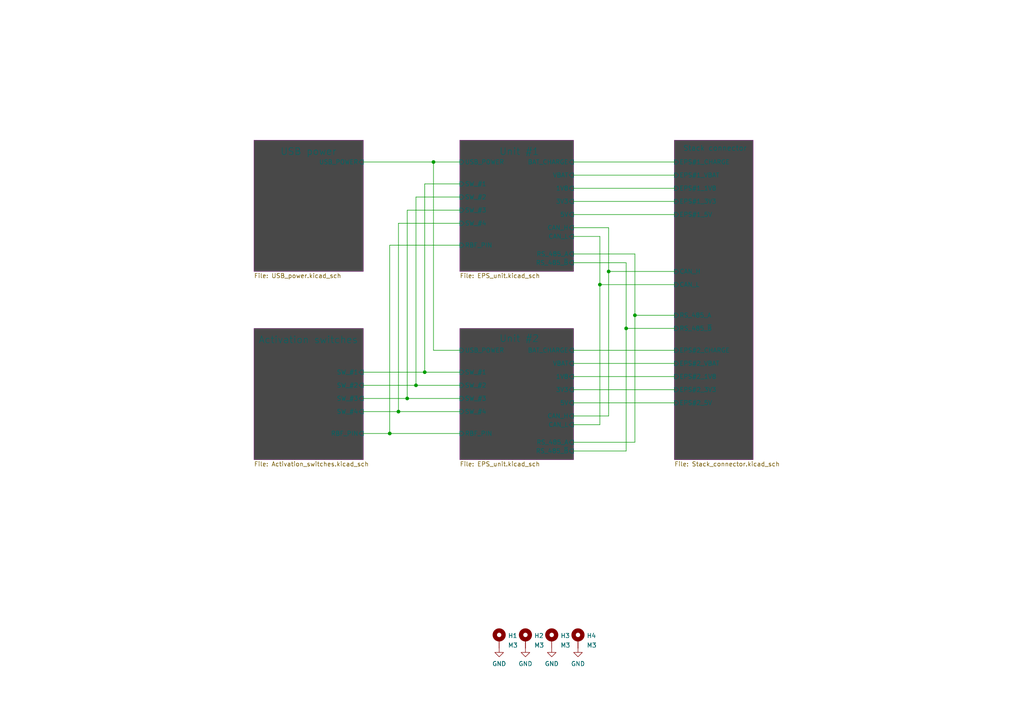
<source format=kicad_sch>
(kicad_sch (version 20210621) (generator eeschema)

  (uuid 2f49f543-5223-4acc-affe-b0eb7ad36a1d)

  (paper "A4")

  (title_block
    (title "BUTCube - EPS")
    (date "2021-06-01")
    (rev "v1.0")
    (company "VUT - FIT(STRaDe) & FME(IAE & IPE)")
    (comment 1 "Author: Petr Malaník")
  )

  

  (junction (at 113.03 125.73) (diameter 0.9144) (color 0 0 0 0))
  (junction (at 115.57 119.38) (diameter 0.9144) (color 0 0 0 0))
  (junction (at 118.11 115.57) (diameter 0.9144) (color 0 0 0 0))
  (junction (at 120.65 111.76) (diameter 0.9144) (color 0 0 0 0))
  (junction (at 123.19 107.95) (diameter 0.9144) (color 0 0 0 0))
  (junction (at 125.73 46.99) (diameter 0.9144) (color 0 0 0 0))
  (junction (at 173.99 82.55) (diameter 0.9144) (color 0 0 0 0))
  (junction (at 176.53 78.74) (diameter 0.9144) (color 0 0 0 0))
  (junction (at 181.61 95.25) (diameter 0.9144) (color 0 0 0 0))
  (junction (at 184.15 91.44) (diameter 0.9144) (color 0 0 0 0))

  (wire (pts (xy 105.41 46.99) (xy 125.73 46.99))
    (stroke (width 0) (type solid) (color 0 0 0 0))
    (uuid 39990d10-2636-470a-8dd5-6255feb3ba27)
  )
  (wire (pts (xy 105.41 107.95) (xy 123.19 107.95))
    (stroke (width 0) (type solid) (color 0 0 0 0))
    (uuid df770236-41b6-45f9-8f4d-b4750f497ffc)
  )
  (wire (pts (xy 105.41 111.76) (xy 120.65 111.76))
    (stroke (width 0) (type solid) (color 0 0 0 0))
    (uuid c91ad63e-0455-4a44-9210-cce803398cf8)
  )
  (wire (pts (xy 105.41 115.57) (xy 118.11 115.57))
    (stroke (width 0) (type solid) (color 0 0 0 0))
    (uuid 7fadf95b-c98f-45d0-aaee-726f0e9f089a)
  )
  (wire (pts (xy 105.41 119.38) (xy 115.57 119.38))
    (stroke (width 0) (type solid) (color 0 0 0 0))
    (uuid d0827bb6-f615-4cc4-b1de-e74a8a10425b)
  )
  (wire (pts (xy 105.41 125.73) (xy 113.03 125.73))
    (stroke (width 0) (type solid) (color 0 0 0 0))
    (uuid a81aaad3-2cca-4612-86d1-cf4ccba5352d)
  )
  (wire (pts (xy 113.03 71.12) (xy 113.03 125.73))
    (stroke (width 0) (type solid) (color 0 0 0 0))
    (uuid 6fcd28e9-6a35-4e93-98fc-a1ecd8afe745)
  )
  (wire (pts (xy 113.03 71.12) (xy 133.35 71.12))
    (stroke (width 0) (type solid) (color 0 0 0 0))
    (uuid 3ddf8b90-252a-4aac-83e5-e5b72b80ec5b)
  )
  (wire (pts (xy 113.03 125.73) (xy 133.35 125.73))
    (stroke (width 0) (type solid) (color 0 0 0 0))
    (uuid a81aaad3-2cca-4612-86d1-cf4ccba5352d)
  )
  (wire (pts (xy 115.57 64.77) (xy 115.57 119.38))
    (stroke (width 0) (type solid) (color 0 0 0 0))
    (uuid fc7b25b8-5f0d-4da0-9b47-5506b22a323f)
  )
  (wire (pts (xy 115.57 64.77) (xy 133.35 64.77))
    (stroke (width 0) (type solid) (color 0 0 0 0))
    (uuid fc7b25b8-5f0d-4da0-9b47-5506b22a323f)
  )
  (wire (pts (xy 115.57 119.38) (xy 133.35 119.38))
    (stroke (width 0) (type solid) (color 0 0 0 0))
    (uuid d0827bb6-f615-4cc4-b1de-e74a8a10425b)
  )
  (wire (pts (xy 118.11 60.96) (xy 118.11 115.57))
    (stroke (width 0) (type solid) (color 0 0 0 0))
    (uuid 28b88e8e-1e21-47e1-b3e6-ad9ae3d80309)
  )
  (wire (pts (xy 118.11 60.96) (xy 133.35 60.96))
    (stroke (width 0) (type solid) (color 0 0 0 0))
    (uuid 9af13be1-4127-4983-8a62-21f0c5e677f8)
  )
  (wire (pts (xy 118.11 115.57) (xy 133.35 115.57))
    (stroke (width 0) (type solid) (color 0 0 0 0))
    (uuid 7fadf95b-c98f-45d0-aaee-726f0e9f089a)
  )
  (wire (pts (xy 120.65 57.15) (xy 120.65 111.76))
    (stroke (width 0) (type solid) (color 0 0 0 0))
    (uuid 97bcad82-21a1-4a05-bba7-d1da494dcf5c)
  )
  (wire (pts (xy 120.65 57.15) (xy 133.35 57.15))
    (stroke (width 0) (type solid) (color 0 0 0 0))
    (uuid 20988d9c-96bb-441c-ba1b-f552dc3dfdc4)
  )
  (wire (pts (xy 120.65 111.76) (xy 133.35 111.76))
    (stroke (width 0) (type solid) (color 0 0 0 0))
    (uuid c91ad63e-0455-4a44-9210-cce803398cf8)
  )
  (wire (pts (xy 123.19 53.34) (xy 123.19 107.95))
    (stroke (width 0) (type solid) (color 0 0 0 0))
    (uuid bd5ab02c-5695-4766-909c-6e13f745cd34)
  )
  (wire (pts (xy 123.19 53.34) (xy 133.35 53.34))
    (stroke (width 0) (type solid) (color 0 0 0 0))
    (uuid 032c6dfb-879c-4d01-ad0a-2882b27e5b70)
  )
  (wire (pts (xy 123.19 107.95) (xy 133.35 107.95))
    (stroke (width 0) (type solid) (color 0 0 0 0))
    (uuid df770236-41b6-45f9-8f4d-b4750f497ffc)
  )
  (wire (pts (xy 125.73 46.99) (xy 125.73 101.6))
    (stroke (width 0) (type solid) (color 0 0 0 0))
    (uuid c6301f0f-a523-4815-8ad7-fb6588ea15b5)
  )
  (wire (pts (xy 125.73 46.99) (xy 133.35 46.99))
    (stroke (width 0) (type solid) (color 0 0 0 0))
    (uuid 39990d10-2636-470a-8dd5-6255feb3ba27)
  )
  (wire (pts (xy 125.73 101.6) (xy 133.35 101.6))
    (stroke (width 0) (type solid) (color 0 0 0 0))
    (uuid c6301f0f-a523-4815-8ad7-fb6588ea15b5)
  )
  (wire (pts (xy 166.37 46.99) (xy 195.58 46.99))
    (stroke (width 0) (type solid) (color 0 0 0 0))
    (uuid 72d37ceb-29ad-4242-adaf-0c4e5b2b9938)
  )
  (wire (pts (xy 166.37 50.8) (xy 195.58 50.8))
    (stroke (width 0) (type solid) (color 0 0 0 0))
    (uuid 845636b2-ee51-4dbc-b13b-8f1f2da57aea)
  )
  (wire (pts (xy 166.37 54.61) (xy 195.58 54.61))
    (stroke (width 0) (type solid) (color 0 0 0 0))
    (uuid 6d7d4401-2426-434e-bb6e-ed012b7b0ae6)
  )
  (wire (pts (xy 166.37 58.42) (xy 195.58 58.42))
    (stroke (width 0) (type solid) (color 0 0 0 0))
    (uuid c623b167-0c01-4997-b30f-22380c7c9d93)
  )
  (wire (pts (xy 166.37 62.23) (xy 195.58 62.23))
    (stroke (width 0) (type solid) (color 0 0 0 0))
    (uuid cdb85114-9dc1-4a0f-a0f7-f6f2a2f6b6d6)
  )
  (wire (pts (xy 166.37 66.04) (xy 176.53 66.04))
    (stroke (width 0) (type solid) (color 0 0 0 0))
    (uuid c7ef951f-158d-4037-8e80-1062c966df60)
  )
  (wire (pts (xy 166.37 68.58) (xy 173.99 68.58))
    (stroke (width 0) (type solid) (color 0 0 0 0))
    (uuid 8de3abed-965f-44ba-848c-3b47fda5bd31)
  )
  (wire (pts (xy 166.37 73.66) (xy 184.15 73.66))
    (stroke (width 0) (type solid) (color 0 0 0 0))
    (uuid f11929fb-48ae-48a8-bdf8-497fabe6f7a2)
  )
  (wire (pts (xy 166.37 76.2) (xy 181.61 76.2))
    (stroke (width 0) (type solid) (color 0 0 0 0))
    (uuid b23b1cda-6e9c-437a-bc6b-2dc112befb78)
  )
  (wire (pts (xy 166.37 101.6) (xy 195.58 101.6))
    (stroke (width 0) (type solid) (color 0 0 0 0))
    (uuid adcd18a4-7a73-495e-af1b-c3a5376e0d2d)
  )
  (wire (pts (xy 166.37 105.41) (xy 195.58 105.41))
    (stroke (width 0) (type solid) (color 0 0 0 0))
    (uuid 9971f006-26d5-4d5f-91dd-8032b2c805b7)
  )
  (wire (pts (xy 166.37 109.22) (xy 195.58 109.22))
    (stroke (width 0) (type solid) (color 0 0 0 0))
    (uuid 831b5664-9140-4dfa-b1c6-4e9a07992941)
  )
  (wire (pts (xy 166.37 113.03) (xy 195.58 113.03))
    (stroke (width 0) (type solid) (color 0 0 0 0))
    (uuid c8f3d5c7-3eae-4dd1-86bd-173fb211f0e0)
  )
  (wire (pts (xy 166.37 116.84) (xy 195.58 116.84))
    (stroke (width 0) (type solid) (color 0 0 0 0))
    (uuid 1ab9aaad-f443-49cb-b7be-f518147b731c)
  )
  (wire (pts (xy 166.37 120.65) (xy 176.53 120.65))
    (stroke (width 0) (type solid) (color 0 0 0 0))
    (uuid ef1866a5-a190-4062-bcb3-3ac90d69f45f)
  )
  (wire (pts (xy 166.37 123.19) (xy 173.99 123.19))
    (stroke (width 0) (type solid) (color 0 0 0 0))
    (uuid 172b9a22-ed69-49a1-9594-7673bcf8544c)
  )
  (wire (pts (xy 166.37 128.27) (xy 184.15 128.27))
    (stroke (width 0) (type solid) (color 0 0 0 0))
    (uuid 2aed7984-1d53-4d28-ac6e-dd23612cb706)
  )
  (wire (pts (xy 166.37 130.81) (xy 181.61 130.81))
    (stroke (width 0) (type solid) (color 0 0 0 0))
    (uuid b23b1cda-6e9c-437a-bc6b-2dc112befb78)
  )
  (wire (pts (xy 173.99 68.58) (xy 173.99 82.55))
    (stroke (width 0) (type solid) (color 0 0 0 0))
    (uuid 4f0b826a-c89c-40b8-a091-fc56aa9a68c8)
  )
  (wire (pts (xy 173.99 82.55) (xy 173.99 123.19))
    (stroke (width 0) (type solid) (color 0 0 0 0))
    (uuid 4f0b826a-c89c-40b8-a091-fc56aa9a68c8)
  )
  (wire (pts (xy 173.99 82.55) (xy 195.58 82.55))
    (stroke (width 0) (type solid) (color 0 0 0 0))
    (uuid bc50f196-3c1c-4a58-be77-bd3d31947694)
  )
  (wire (pts (xy 176.53 66.04) (xy 176.53 78.74))
    (stroke (width 0) (type solid) (color 0 0 0 0))
    (uuid 92a5b41c-31dc-4aca-b92c-0d5ca44de9dd)
  )
  (wire (pts (xy 176.53 78.74) (xy 176.53 120.65))
    (stroke (width 0) (type solid) (color 0 0 0 0))
    (uuid 92a5b41c-31dc-4aca-b92c-0d5ca44de9dd)
  )
  (wire (pts (xy 176.53 78.74) (xy 195.58 78.74))
    (stroke (width 0) (type solid) (color 0 0 0 0))
    (uuid c4374f4f-76c3-4c58-a04b-9bcb72734dc0)
  )
  (wire (pts (xy 181.61 76.2) (xy 181.61 95.25))
    (stroke (width 0) (type solid) (color 0 0 0 0))
    (uuid b23b1cda-6e9c-437a-bc6b-2dc112befb78)
  )
  (wire (pts (xy 181.61 95.25) (xy 181.61 130.81))
    (stroke (width 0) (type solid) (color 0 0 0 0))
    (uuid b23b1cda-6e9c-437a-bc6b-2dc112befb78)
  )
  (wire (pts (xy 181.61 95.25) (xy 195.58 95.25))
    (stroke (width 0) (type solid) (color 0 0 0 0))
    (uuid 7f8d828c-1cad-40ae-9210-d48af3649225)
  )
  (wire (pts (xy 184.15 73.66) (xy 184.15 91.44))
    (stroke (width 0) (type solid) (color 0 0 0 0))
    (uuid 2aed7984-1d53-4d28-ac6e-dd23612cb706)
  )
  (wire (pts (xy 184.15 91.44) (xy 184.15 128.27))
    (stroke (width 0) (type solid) (color 0 0 0 0))
    (uuid 2aed7984-1d53-4d28-ac6e-dd23612cb706)
  )
  (wire (pts (xy 184.15 91.44) (xy 195.58 91.44))
    (stroke (width 0) (type solid) (color 0 0 0 0))
    (uuid 843a6978-2097-4150-b1ab-683764d21ae3)
  )

  (symbol (lib_id "power:GND") (at 144.78 187.96 0) (unit 1)
    (in_bom yes) (on_board yes) (fields_autoplaced)
    (uuid 4bfdf05e-97d1-443f-9474-51eaf1416cb1)
    (property "Reference" "#PWR01" (id 0) (at 144.78 194.31 0)
      (effects (font (size 1.27 1.27)) hide)
    )
    (property "Value" "GND" (id 1) (at 144.78 192.5226 0))
    (property "Footprint" "" (id 2) (at 144.78 187.96 0)
      (effects (font (size 1.27 1.27)) hide)
    )
    (property "Datasheet" "" (id 3) (at 144.78 187.96 0)
      (effects (font (size 1.27 1.27)) hide)
    )
    (pin "1" (uuid b2779e9b-29ad-43d8-a92e-ec41b5a13471))
  )

  (symbol (lib_id "power:GND") (at 152.4 187.96 0) (unit 1)
    (in_bom yes) (on_board yes) (fields_autoplaced)
    (uuid 08196bea-4396-40f8-a9e4-4c3d4398a36a)
    (property "Reference" "#PWR02" (id 0) (at 152.4 194.31 0)
      (effects (font (size 1.27 1.27)) hide)
    )
    (property "Value" "GND" (id 1) (at 152.4 192.5226 0))
    (property "Footprint" "" (id 2) (at 152.4 187.96 0)
      (effects (font (size 1.27 1.27)) hide)
    )
    (property "Datasheet" "" (id 3) (at 152.4 187.96 0)
      (effects (font (size 1.27 1.27)) hide)
    )
    (pin "1" (uuid f39e3122-ed59-4483-9a90-26e7e6365c2d))
  )

  (symbol (lib_id "power:GND") (at 160.02 187.96 0) (unit 1)
    (in_bom yes) (on_board yes) (fields_autoplaced)
    (uuid d40190e9-8c25-445f-93b8-fe31be1b7c26)
    (property "Reference" "#PWR03" (id 0) (at 160.02 194.31 0)
      (effects (font (size 1.27 1.27)) hide)
    )
    (property "Value" "GND" (id 1) (at 160.02 192.5226 0))
    (property "Footprint" "" (id 2) (at 160.02 187.96 0)
      (effects (font (size 1.27 1.27)) hide)
    )
    (property "Datasheet" "" (id 3) (at 160.02 187.96 0)
      (effects (font (size 1.27 1.27)) hide)
    )
    (pin "1" (uuid a00eab10-f171-4e96-80c9-53dbf34eb8c2))
  )

  (symbol (lib_id "power:GND") (at 167.64 187.96 0) (unit 1)
    (in_bom yes) (on_board yes) (fields_autoplaced)
    (uuid 0893530c-6aec-47f3-bd7f-29cda7ecd092)
    (property "Reference" "#PWR04" (id 0) (at 167.64 194.31 0)
      (effects (font (size 1.27 1.27)) hide)
    )
    (property "Value" "GND" (id 1) (at 167.64 192.5226 0))
    (property "Footprint" "" (id 2) (at 167.64 187.96 0)
      (effects (font (size 1.27 1.27)) hide)
    )
    (property "Datasheet" "" (id 3) (at 167.64 187.96 0)
      (effects (font (size 1.27 1.27)) hide)
    )
    (pin "1" (uuid 18100b89-ed6f-4bdc-9547-1227a8d06755))
  )

  (symbol (lib_id "Mechanical:MountingHole_Pad") (at 144.78 185.42 0) (unit 1)
    (in_bom yes) (on_board yes) (fields_autoplaced)
    (uuid 66bf6f6c-97e9-486c-9eaa-26a402f80b15)
    (property "Reference" "H1" (id 0) (at 147.3201 184.3845 0)
      (effects (font (size 1.27 1.27)) (justify left))
    )
    (property "Value" "M3" (id 1) (at 147.3201 187.1596 0)
      (effects (font (size 1.27 1.27)) (justify left))
    )
    (property "Footprint" "MountingHole:MountingHole_3.2mm_M3_Pad_Via" (id 2) (at 144.78 185.42 0)
      (effects (font (size 1.27 1.27)) hide)
    )
    (property "Datasheet" "~" (id 3) (at 144.78 185.42 0)
      (effects (font (size 1.27 1.27)) hide)
    )
    (pin "1" (uuid bd78bb1f-5b75-42f5-b169-c00756757142))
  )

  (symbol (lib_id "Mechanical:MountingHole_Pad") (at 152.4 185.42 0) (unit 1)
    (in_bom yes) (on_board yes) (fields_autoplaced)
    (uuid 607cafa5-2b9a-44fe-b751-2f216b0c73a3)
    (property "Reference" "H2" (id 0) (at 154.9401 184.3845 0)
      (effects (font (size 1.27 1.27)) (justify left))
    )
    (property "Value" "M3" (id 1) (at 154.9401 187.1596 0)
      (effects (font (size 1.27 1.27)) (justify left))
    )
    (property "Footprint" "MountingHole:MountingHole_3.2mm_M3_Pad_Via" (id 2) (at 152.4 185.42 0)
      (effects (font (size 1.27 1.27)) hide)
    )
    (property "Datasheet" "~" (id 3) (at 152.4 185.42 0)
      (effects (font (size 1.27 1.27)) hide)
    )
    (pin "1" (uuid 486f9c14-4583-45cf-b1c8-6f931c8edaa5))
  )

  (symbol (lib_id "Mechanical:MountingHole_Pad") (at 160.02 185.42 0) (unit 1)
    (in_bom yes) (on_board yes) (fields_autoplaced)
    (uuid d97bd976-5441-47dd-a3c9-14beb9eb2176)
    (property "Reference" "H3" (id 0) (at 162.5601 184.3845 0)
      (effects (font (size 1.27 1.27)) (justify left))
    )
    (property "Value" "M3" (id 1) (at 162.5601 187.1596 0)
      (effects (font (size 1.27 1.27)) (justify left))
    )
    (property "Footprint" "MountingHole:MountingHole_3.2mm_M3_Pad_Via" (id 2) (at 160.02 185.42 0)
      (effects (font (size 1.27 1.27)) hide)
    )
    (property "Datasheet" "~" (id 3) (at 160.02 185.42 0)
      (effects (font (size 1.27 1.27)) hide)
    )
    (pin "1" (uuid 26313712-7b9b-4b45-b0d0-642f64524de1))
  )

  (symbol (lib_id "Mechanical:MountingHole_Pad") (at 167.64 185.42 0) (unit 1)
    (in_bom yes) (on_board yes) (fields_autoplaced)
    (uuid bf4313bb-3c20-48f9-91dc-f33dc0ea2294)
    (property "Reference" "H4" (id 0) (at 170.1801 184.3845 0)
      (effects (font (size 1.27 1.27)) (justify left))
    )
    (property "Value" "M3" (id 1) (at 170.1801 187.1596 0)
      (effects (font (size 1.27 1.27)) (justify left))
    )
    (property "Footprint" "MountingHole:MountingHole_3.2mm_M3_Pad_Via" (id 2) (at 167.64 185.42 0)
      (effects (font (size 1.27 1.27)) hide)
    )
    (property "Datasheet" "~" (id 3) (at 167.64 185.42 0)
      (effects (font (size 1.27 1.27)) hide)
    )
    (pin "1" (uuid 33821509-c07e-4f01-961b-8ad89ce1a83b))
  )

  (sheet (at 73.66 95.25) (size 31.75 38.1)
    (stroke (width 0.001) (type solid) (color 132 0 132 1))
    (fill (color 72 72 72 1.0000))
    (uuid 0af26628-79d2-4b82-8720-d6410a59bab5)
    (property "Sheet name" "Activation switches" (id 0) (at 74.93 99.6941 0)
      (effects (font (size 2 2)) (justify left bottom))
    )
    (property "Sheet file" "Activation_switches.kicad_sch" (id 1) (at 73.66 133.8589 0)
      (effects (font (size 1.27 1.27)) (justify left top))
    )
    (pin "SW_#3" input (at 105.41 115.57 0)
      (effects (font (size 1.27 1.27)) (justify right))
      (uuid 13cdd1f4-a969-4c56-a13c-17dbff0deb0e)
    )
    (pin "SW_#4" input (at 105.41 119.38 0)
      (effects (font (size 1.27 1.27)) (justify right))
      (uuid 34e689d2-1002-420c-9eba-a99ad898f376)
    )
    (pin "SW_#1" input (at 105.41 107.95 0)
      (effects (font (size 1.27 1.27)) (justify right))
      (uuid 88cfb714-55a3-4baf-9d16-76180211f254)
    )
    (pin "SW_#2" input (at 105.41 111.76 0)
      (effects (font (size 1.27 1.27)) (justify right))
      (uuid 734cf6bf-c43b-4959-8567-23ee74db617a)
    )
    (pin "RBF_PIN" input (at 105.41 125.73 0)
      (effects (font (size 1.27 1.27)) (justify right))
      (uuid fc0e9d89-048c-4c39-b341-80a41407ca57)
    )
  )

  (sheet (at 195.58 40.64) (size 22.86 92.71)
    (stroke (width 0.001) (type solid) (color 132 0 132 1))
    (fill (color 72 72 72 1.0000))
    (uuid 1e440c8e-d82c-43a9-85f4-bc6a89310980)
    (property "Sheet name" "Stack connector" (id 0) (at 198.12 43.8141 0)
      (effects (font (size 1.5 1.5)) (justify left bottom))
    )
    (property "Sheet file" "Stack_connector.kicad_sch" (id 1) (at 195.58 133.8589 0)
      (effects (font (size 1.27 1.27)) (justify left top))
    )
    (pin "EPS#2_1V8" input (at 195.58 109.22 180)
      (effects (font (size 1.27 1.27)) (justify left))
      (uuid 16adb083-2cce-499e-a28e-6f8835f86915)
    )
    (pin "EPS#2_5V" input (at 195.58 116.84 180)
      (effects (font (size 1.27 1.27)) (justify left))
      (uuid 1e67d3c3-b075-44dd-8c64-15f0c067f243)
    )
    (pin "EPS#2_VBAT" input (at 195.58 105.41 180)
      (effects (font (size 1.27 1.27)) (justify left))
      (uuid 569f1762-021f-4109-9f1c-34290f12d237)
    )
    (pin "EPS#1_5V" input (at 195.58 62.23 180)
      (effects (font (size 1.27 1.27)) (justify left))
      (uuid 5d065a7f-feb9-4371-9824-d93115467097)
    )
    (pin "EPS#1_3V3" input (at 195.58 58.42 180)
      (effects (font (size 1.27 1.27)) (justify left))
      (uuid 56b6276e-b251-4781-811b-f0b1224bad22)
    )
    (pin "EPS#1_1V8" input (at 195.58 54.61 180)
      (effects (font (size 1.27 1.27)) (justify left))
      (uuid 39dd60d6-c6c1-496d-9143-6501cdbbb5a8)
    )
    (pin "EPS#1_VBAT" input (at 195.58 50.8 180)
      (effects (font (size 1.27 1.27)) (justify left))
      (uuid 10c73010-979a-40f4-97c1-4c3fb5d029b1)
    )
    (pin "EPS#2_3V3" input (at 195.58 113.03 180)
      (effects (font (size 1.27 1.27)) (justify left))
      (uuid 37f921bc-27d4-4edc-b2f7-a451a3f0d73b)
    )
    (pin "CAN_H" input (at 195.58 78.74 180)
      (effects (font (size 1.27 1.27)) (justify left))
      (uuid 4694a4a0-34e4-43ea-a45b-d4190ae2c581)
    )
    (pin "CAN_L" input (at 195.58 82.55 180)
      (effects (font (size 1.27 1.27)) (justify left))
      (uuid 8a9564f0-2bba-4131-9f7f-ffe57c5b4566)
    )
    (pin "RS_485_A" input (at 195.58 91.44 180)
      (effects (font (size 1.27 1.27)) (justify left))
      (uuid 7195805c-f287-416f-8bb4-a139c7accffc)
    )
    (pin "RS_485_~{B}" input (at 195.58 95.25 180)
      (effects (font (size 1.27 1.27)) (justify left))
      (uuid 05ab5a44-88ce-4a13-adc8-8367f98530fd)
    )
    (pin "EPS#1_CHARGE" input (at 195.58 46.99 180)
      (effects (font (size 1.27 1.27)) (justify left))
      (uuid f88dd329-f6ed-4ab5-95f2-752c0444ff60)
    )
    (pin "EPS#2_CHARGE" input (at 195.58 101.6 180)
      (effects (font (size 1.27 1.27)) (justify left))
      (uuid 84963184-203a-4d58-a506-c8fa40bb77f8)
    )
  )

  (sheet (at 73.66 40.64) (size 31.75 38.1)
    (stroke (width 0.001) (type solid) (color 132 0 132 1))
    (fill (color 72 72 72 1.0000))
    (uuid f0a44c9a-59f0-4df3-a6f8-7f380764821e)
    (property "Sheet name" "USB power" (id 0) (at 81.28 45.0841 0)
      (effects (font (size 2 2)) (justify left bottom))
    )
    (property "Sheet file" "USB_power.kicad_sch" (id 1) (at 73.66 79.2489 0)
      (effects (font (size 1.27 1.27)) (justify left top))
    )
    (pin "USB_POWER" input (at 105.41 46.99 0)
      (effects (font (size 1.27 1.27)) (justify right))
      (uuid 2adcf26e-3a81-4561-b2db-6ebf7d3f5026)
    )
  )

  (sheet (at 133.35 40.64) (size 33.02 38.1)
    (stroke (width 0.001) (type solid) (color 132 0 132 1))
    (fill (color 72 72 72 1.0000))
    (uuid 3fbfe5f5-450c-4c51-813c-f3d5ddddd4e3)
    (property "Sheet name" "Unit #1" (id 0) (at 144.78 45.0841 0)
      (effects (font (size 2 2)) (justify left bottom))
    )
    (property "Sheet file" "EPS_unit.kicad_sch" (id 1) (at 133.35 79.2489 0)
      (effects (font (size 1.27 1.27)) (justify left top))
    )
    (pin "USB_POWER" input (at 133.35 46.99 180)
      (effects (font (size 1.27 1.27)) (justify left))
      (uuid 8abf4e2d-ffed-495f-a30b-6cb3441c297d)
    )
    (pin "SW_#1" input (at 133.35 53.34 180)
      (effects (font (size 1.27 1.27)) (justify left))
      (uuid fc9b713e-b551-4d0f-a708-acf5dd4e98fc)
    )
    (pin "SW_#3" input (at 133.35 60.96 180)
      (effects (font (size 1.27 1.27)) (justify left))
      (uuid b99b2ccf-e69f-4195-ba06-a4ac30f68983)
    )
    (pin "SW_#4" input (at 133.35 64.77 180)
      (effects (font (size 1.27 1.27)) (justify left))
      (uuid 186624c3-1a9e-4802-9d08-a647b28a9dfe)
    )
    (pin "SW_#2" input (at 133.35 57.15 180)
      (effects (font (size 1.27 1.27)) (justify left))
      (uuid b74550bf-3ae9-404a-aef5-c3eacdd1562c)
    )
    (pin "5V" input (at 166.37 62.23 0)
      (effects (font (size 1.27 1.27)) (justify right))
      (uuid faf9bf62-d323-4497-813f-401a9e565ba4)
    )
    (pin "1V8" input (at 166.37 54.61 0)
      (effects (font (size 1.27 1.27)) (justify right))
      (uuid 01781dbd-4a52-427e-bd46-333457825422)
    )
    (pin "VBAT" input (at 166.37 50.8 0)
      (effects (font (size 1.27 1.27)) (justify right))
      (uuid 31447997-f231-4703-8b6f-c1981ddcacfe)
    )
    (pin "3V3" input (at 166.37 58.42 0)
      (effects (font (size 1.27 1.27)) (justify right))
      (uuid 68858264-f83e-4007-bc47-cd53503aecef)
    )
    (pin "CAN_H" input (at 166.37 66.04 0)
      (effects (font (size 1.27 1.27)) (justify right))
      (uuid 8e5a80db-fdac-4ca3-8993-123c8dd62fb3)
    )
    (pin "CAN_L" input (at 166.37 68.58 0)
      (effects (font (size 1.27 1.27)) (justify right))
      (uuid f3ca86ee-3ea9-4f9d-8bf8-ec8a4bcf7d70)
    )
    (pin "RBF_PIN" input (at 133.35 71.12 180)
      (effects (font (size 1.27 1.27)) (justify left))
      (uuid 44044b78-5628-4072-86bc-5009215c160f)
    )
    (pin "RS_485_A" input (at 166.37 73.66 0)
      (effects (font (size 1.27 1.27)) (justify right))
      (uuid 0cec60c8-0c50-467f-9105-dcedbd231725)
    )
    (pin "BAT_CHARGE" input (at 166.37 46.99 0)
      (effects (font (size 1.27 1.27)) (justify right))
      (uuid a1a883e1-109f-42f3-b2fe-8391c0c1a953)
    )
    (pin "RS_485_~{B}" input (at 166.37 76.2 0)
      (effects (font (size 1.27 1.27)) (justify right))
      (uuid 6b19df93-4a1d-4f45-8f9f-ff87e5a7e674)
    )
  )

  (sheet (at 133.35 95.25) (size 33.02 38.1)
    (stroke (width 0.001) (type solid) (color 132 0 132 1))
    (fill (color 72 72 72 1.0000))
    (uuid 4b3a0e0d-cdd4-41ca-aa78-0f9d521766f0)
    (property "Sheet name" "Unit #2" (id 0) (at 144.78 99.3291 0)
      (effects (font (size 2 2)) (justify left bottom))
    )
    (property "Sheet file" "EPS_unit.kicad_sch" (id 1) (at 133.35 133.8589 0)
      (effects (font (size 1.27 1.27)) (justify left top))
    )
    (pin "USB_POWER" input (at 133.35 101.6 180)
      (effects (font (size 1.27 1.27)) (justify left))
      (uuid f3493f2e-3c7d-4a05-9b39-8661b2518463)
    )
    (pin "SW_#1" input (at 133.35 107.95 180)
      (effects (font (size 1.27 1.27)) (justify left))
      (uuid 36c4b42a-5bcc-4421-81d8-670007be965f)
    )
    (pin "SW_#3" input (at 133.35 115.57 180)
      (effects (font (size 1.27 1.27)) (justify left))
      (uuid 08ca2aa9-03a2-477c-b866-94851d126ccb)
    )
    (pin "SW_#4" input (at 133.35 119.38 180)
      (effects (font (size 1.27 1.27)) (justify left))
      (uuid 95b36079-91ce-4fd0-987a-6792f7aad3b0)
    )
    (pin "SW_#2" input (at 133.35 111.76 180)
      (effects (font (size 1.27 1.27)) (justify left))
      (uuid ee407556-77f4-477b-8f11-b766b5f9fb6d)
    )
    (pin "5V" input (at 166.37 116.84 0)
      (effects (font (size 1.27 1.27)) (justify right))
      (uuid de15d2a9-3a16-4bd5-9687-dd77c8a7b792)
    )
    (pin "1V8" input (at 166.37 109.22 0)
      (effects (font (size 1.27 1.27)) (justify right))
      (uuid c13b1f32-8e94-4b67-b6aa-a36e1da5a263)
    )
    (pin "VBAT" input (at 166.37 105.41 0)
      (effects (font (size 1.27 1.27)) (justify right))
      (uuid abe7f910-e16d-4080-b79f-b50230f412f6)
    )
    (pin "3V3" input (at 166.37 113.03 0)
      (effects (font (size 1.27 1.27)) (justify right))
      (uuid 4599a2e5-8408-4249-af92-bfe479f28a92)
    )
    (pin "CAN_H" input (at 166.37 120.65 0)
      (effects (font (size 1.27 1.27)) (justify right))
      (uuid 6c64c5de-f31e-4a53-a2ae-3d8803847188)
    )
    (pin "CAN_L" input (at 166.37 123.19 0)
      (effects (font (size 1.27 1.27)) (justify right))
      (uuid 50599a56-2ac9-4681-8f8e-75a06c674182)
    )
    (pin "RBF_PIN" input (at 133.35 125.73 180)
      (effects (font (size 1.27 1.27)) (justify left))
      (uuid 3814cad2-a01a-4716-9f5a-76b82bfb45e7)
    )
    (pin "RS_485_A" input (at 166.37 128.27 0)
      (effects (font (size 1.27 1.27)) (justify right))
      (uuid 3af7c658-49fb-448e-a1a3-e948523295de)
    )
    (pin "BAT_CHARGE" input (at 166.37 101.6 0)
      (effects (font (size 1.27 1.27)) (justify right))
      (uuid 9a077e5c-d58f-421d-858b-f329c1afe2ee)
    )
    (pin "RS_485_~{B}" input (at 166.37 130.81 0)
      (effects (font (size 1.27 1.27)) (justify right))
      (uuid 27e931c7-8d92-4269-a0bf-48e3a148167c)
    )
  )

  (sheet_instances
    (path "/" (page "1"))
    (path "/3fbfe5f5-450c-4c51-813c-f3d5ddddd4e3/d0e7f43c-19e1-457f-9b3c-08ae18c73b14" (page "2"))
    (path "/3fbfe5f5-450c-4c51-813c-f3d5ddddd4e3/6fb8053f-42ce-42af-8e9e-aced75a63ce0" (page "3"))
    (path "/3fbfe5f5-450c-4c51-813c-f3d5ddddd4e3/69a229f7-d3f6-4b7d-9358-aa1002ac32e6" (page "4"))
    (path "/3fbfe5f5-450c-4c51-813c-f3d5ddddd4e3/855c8417-ab94-4328-91c9-4e7cdd76a6fe" (page "5"))
    (path "/3fbfe5f5-450c-4c51-813c-f3d5ddddd4e3/d47b1e7e-fcc0-4d86-b637-7d4c2188f2da" (page "6"))
    (path "/3fbfe5f5-450c-4c51-813c-f3d5ddddd4e3/4d48ecf9-6144-4763-9050-ec9ac6b81740" (page "7"))
    (path "/3fbfe5f5-450c-4c51-813c-f3d5ddddd4e3/ec290dc2-3082-4271-9841-619347ff30bc" (page "9"))
    (path "/3fbfe5f5-450c-4c51-813c-f3d5ddddd4e3/e90aa45b-e371-4d9f-a40f-45b62d6b0cc2" (page "10"))
    (path "/3fbfe5f5-450c-4c51-813c-f3d5ddddd4e3" (page "11"))
    (path "/4b3a0e0d-cdd4-41ca-aa78-0f9d521766f0" (page "12"))
    (path "/1e440c8e-d82c-43a9-85f4-bc6a89310980" (page "13"))
    (path "/4b3a0e0d-cdd4-41ca-aa78-0f9d521766f0/d0e7f43c-19e1-457f-9b3c-08ae18c73b14" (page "14"))
    (path "/4b3a0e0d-cdd4-41ca-aa78-0f9d521766f0/6fb8053f-42ce-42af-8e9e-aced75a63ce0" (page "15"))
    (path "/4b3a0e0d-cdd4-41ca-aa78-0f9d521766f0/69a229f7-d3f6-4b7d-9358-aa1002ac32e6" (page "16"))
    (path "/4b3a0e0d-cdd4-41ca-aa78-0f9d521766f0/855c8417-ab94-4328-91c9-4e7cdd76a6fe" (page "17"))
    (path "/4b3a0e0d-cdd4-41ca-aa78-0f9d521766f0/d47b1e7e-fcc0-4d86-b637-7d4c2188f2da" (page "18"))
    (path "/4b3a0e0d-cdd4-41ca-aa78-0f9d521766f0/4d48ecf9-6144-4763-9050-ec9ac6b81740" (page "19"))
    (path "/4b3a0e0d-cdd4-41ca-aa78-0f9d521766f0/ec290dc2-3082-4271-9841-619347ff30bc" (page "21"))
    (path "/4b3a0e0d-cdd4-41ca-aa78-0f9d521766f0/e90aa45b-e371-4d9f-a40f-45b62d6b0cc2" (page "22"))
    (path "/3fbfe5f5-450c-4c51-813c-f3d5ddddd4e3/69a229f7-d3f6-4b7d-9358-aa1002ac32e6/fb01cd5e-1324-455d-9a7b-216b2478d8a1" (page "23"))
    (path "/4b3a0e0d-cdd4-41ca-aa78-0f9d521766f0/69a229f7-d3f6-4b7d-9358-aa1002ac32e6/fb01cd5e-1324-455d-9a7b-216b2478d8a1" (page "24"))
    (path "/3fbfe5f5-450c-4c51-813c-f3d5ddddd4e3/e90aa45b-e371-4d9f-a40f-45b62d6b0cc2/a12e4ae2-0082-44ab-871d-8bf2750427af" (page "25"))
    (path "/4b3a0e0d-cdd4-41ca-aa78-0f9d521766f0/e90aa45b-e371-4d9f-a40f-45b62d6b0cc2/a12e4ae2-0082-44ab-871d-8bf2750427af" (page "26"))
    (path "/3fbfe5f5-450c-4c51-813c-f3d5ddddd4e3/e90aa45b-e371-4d9f-a40f-45b62d6b0cc2/b028d684-e73b-4aba-a10d-751a54ede8f8" (page "27"))
    (path "/4b3a0e0d-cdd4-41ca-aa78-0f9d521766f0/e90aa45b-e371-4d9f-a40f-45b62d6b0cc2/b028d684-e73b-4aba-a10d-751a54ede8f8" (page "28"))
    (path "/3fbfe5f5-450c-4c51-813c-f3d5ddddd4e3/e90aa45b-e371-4d9f-a40f-45b62d6b0cc2/77de7b9e-b79d-47ce-9bcc-fa93ceb69146" (page "29"))
    (path "/4b3a0e0d-cdd4-41ca-aa78-0f9d521766f0/e90aa45b-e371-4d9f-a40f-45b62d6b0cc2/77de7b9e-b79d-47ce-9bcc-fa93ceb69146" (page "30"))
    (path "/3fbfe5f5-450c-4c51-813c-f3d5ddddd4e3/e90aa45b-e371-4d9f-a40f-45b62d6b0cc2/4813e8c7-3f5a-4c5f-98f0-ec2a381e611e" (page "31"))
    (path "/4b3a0e0d-cdd4-41ca-aa78-0f9d521766f0/e90aa45b-e371-4d9f-a40f-45b62d6b0cc2/4813e8c7-3f5a-4c5f-98f0-ec2a381e611e" (page "32"))
    (path "/f0a44c9a-59f0-4df3-a6f8-7f380764821e" (page "33"))
    (path "/0af26628-79d2-4b82-8720-d6410a59bab5" (page "44"))
    (path "/4b3a0e0d-cdd4-41ca-aa78-0f9d521766f0/855c8417-ab94-4328-91c9-4e7cdd76a6fe/3e102a28-d5a4-4d2c-b73e-7fe3de18252f" (page "#"))
    (path "/3fbfe5f5-450c-4c51-813c-f3d5ddddd4e3/855c8417-ab94-4328-91c9-4e7cdd76a6fe/3e102a28-d5a4-4d2c-b73e-7fe3de18252f" (page "#"))
  )

  (symbol_instances
    (path "/3fbfe5f5-450c-4c51-813c-f3d5ddddd4e3/d0e7f43c-19e1-457f-9b3c-08ae18c73b14/afe2dd24-9acf-428c-8603-b260bc75b79c"
      (reference "#FLG01") (unit 1) (value "PWR_FLAG") (footprint "")
    )
    (path "/3fbfe5f5-450c-4c51-813c-f3d5ddddd4e3/69a229f7-d3f6-4b7d-9358-aa1002ac32e6/9c326619-c343-4766-a7f6-3ed35882c088"
      (reference "#FLG02") (unit 1) (value "PWR_FLAG") (footprint "")
    )
    (path "/3fbfe5f5-450c-4c51-813c-f3d5ddddd4e3/d47b1e7e-fcc0-4d86-b637-7d4c2188f2da/672f3a48-7f1a-49e2-9ecd-0c94f5637313"
      (reference "#FLG03") (unit 1) (value "PWR_FLAG") (footprint "")
    )
    (path "/3fbfe5f5-450c-4c51-813c-f3d5ddddd4e3/d47b1e7e-fcc0-4d86-b637-7d4c2188f2da/348d4dc6-647c-4ca1-a2c3-aae604cf9f2d"
      (reference "#FLG04") (unit 1) (value "PWR_FLAG") (footprint "")
    )
    (path "/3fbfe5f5-450c-4c51-813c-f3d5ddddd4e3/d47b1e7e-fcc0-4d86-b637-7d4c2188f2da/9504bd17-e2f2-4cf7-94d5-be1ef5a4299b"
      (reference "#FLG05") (unit 1) (value "PWR_FLAG") (footprint "")
    )
    (path "/3fbfe5f5-450c-4c51-813c-f3d5ddddd4e3/d47b1e7e-fcc0-4d86-b637-7d4c2188f2da/daf0328f-0a91-4487-bc78-2148725b11af"
      (reference "#FLG06") (unit 1) (value "PWR_FLAG") (footprint "")
    )
    (path "/3fbfe5f5-450c-4c51-813c-f3d5ddddd4e3/4d48ecf9-6144-4763-9050-ec9ac6b81740/94dc2b0f-6d71-4b82-a882-ea0e15d96886"
      (reference "#FLG07") (unit 1) (value "PWR_FLAG") (footprint "")
    )
    (path "/3fbfe5f5-450c-4c51-813c-f3d5ddddd4e3/4d48ecf9-6144-4763-9050-ec9ac6b81740/3bc30c7d-d37b-4d7f-ba16-87d0b2e45d34"
      (reference "#FLG08") (unit 1) (value "PWR_FLAG") (footprint "")
    )
    (path "/3fbfe5f5-450c-4c51-813c-f3d5ddddd4e3/4d48ecf9-6144-4763-9050-ec9ac6b81740/be137e6a-bb95-4ce2-8f05-b4da9899ec86"
      (reference "#FLG09") (unit 1) (value "PWR_FLAG") (footprint "")
    )
    (path "/4b3a0e0d-cdd4-41ca-aa78-0f9d521766f0/d0e7f43c-19e1-457f-9b3c-08ae18c73b14/afe2dd24-9acf-428c-8603-b260bc75b79c"
      (reference "#FLG010") (unit 1) (value "PWR_FLAG") (footprint "")
    )
    (path "/4b3a0e0d-cdd4-41ca-aa78-0f9d521766f0/69a229f7-d3f6-4b7d-9358-aa1002ac32e6/9c326619-c343-4766-a7f6-3ed35882c088"
      (reference "#FLG011") (unit 1) (value "PWR_FLAG") (footprint "")
    )
    (path "/4b3a0e0d-cdd4-41ca-aa78-0f9d521766f0/d47b1e7e-fcc0-4d86-b637-7d4c2188f2da/672f3a48-7f1a-49e2-9ecd-0c94f5637313"
      (reference "#FLG012") (unit 1) (value "PWR_FLAG") (footprint "")
    )
    (path "/4b3a0e0d-cdd4-41ca-aa78-0f9d521766f0/d47b1e7e-fcc0-4d86-b637-7d4c2188f2da/348d4dc6-647c-4ca1-a2c3-aae604cf9f2d"
      (reference "#FLG013") (unit 1) (value "PWR_FLAG") (footprint "")
    )
    (path "/4b3a0e0d-cdd4-41ca-aa78-0f9d521766f0/d47b1e7e-fcc0-4d86-b637-7d4c2188f2da/9504bd17-e2f2-4cf7-94d5-be1ef5a4299b"
      (reference "#FLG014") (unit 1) (value "PWR_FLAG") (footprint "")
    )
    (path "/4b3a0e0d-cdd4-41ca-aa78-0f9d521766f0/d47b1e7e-fcc0-4d86-b637-7d4c2188f2da/daf0328f-0a91-4487-bc78-2148725b11af"
      (reference "#FLG015") (unit 1) (value "PWR_FLAG") (footprint "")
    )
    (path "/4b3a0e0d-cdd4-41ca-aa78-0f9d521766f0/4d48ecf9-6144-4763-9050-ec9ac6b81740/94dc2b0f-6d71-4b82-a882-ea0e15d96886"
      (reference "#FLG016") (unit 1) (value "PWR_FLAG") (footprint "")
    )
    (path "/4b3a0e0d-cdd4-41ca-aa78-0f9d521766f0/4d48ecf9-6144-4763-9050-ec9ac6b81740/3bc30c7d-d37b-4d7f-ba16-87d0b2e45d34"
      (reference "#FLG017") (unit 1) (value "PWR_FLAG") (footprint "")
    )
    (path "/4b3a0e0d-cdd4-41ca-aa78-0f9d521766f0/4d48ecf9-6144-4763-9050-ec9ac6b81740/be137e6a-bb95-4ce2-8f05-b4da9899ec86"
      (reference "#FLG018") (unit 1) (value "PWR_FLAG") (footprint "")
    )
    (path "/3fbfe5f5-450c-4c51-813c-f3d5ddddd4e3/69a229f7-d3f6-4b7d-9358-aa1002ac32e6/fb01cd5e-1324-455d-9a7b-216b2478d8a1/0631cc25-2ba3-4c27-bf77-4d69c7ae8634"
      (reference "#FLG019") (unit 1) (value "PWR_FLAG") (footprint "")
    )
    (path "/3fbfe5f5-450c-4c51-813c-f3d5ddddd4e3/69a229f7-d3f6-4b7d-9358-aa1002ac32e6/fb01cd5e-1324-455d-9a7b-216b2478d8a1/8b2d9cbc-26e3-4621-b9e4-851a2738fb70"
      (reference "#FLG020") (unit 1) (value "PWR_FLAG") (footprint "")
    )
    (path "/3fbfe5f5-450c-4c51-813c-f3d5ddddd4e3/69a229f7-d3f6-4b7d-9358-aa1002ac32e6/fb01cd5e-1324-455d-9a7b-216b2478d8a1/4a4fc04e-d521-4c35-aa9f-6a2b72e92bab"
      (reference "#FLG021") (unit 1) (value "PWR_FLAG") (footprint "")
    )
    (path "/4b3a0e0d-cdd4-41ca-aa78-0f9d521766f0/69a229f7-d3f6-4b7d-9358-aa1002ac32e6/fb01cd5e-1324-455d-9a7b-216b2478d8a1/0631cc25-2ba3-4c27-bf77-4d69c7ae8634"
      (reference "#FLG022") (unit 1) (value "PWR_FLAG") (footprint "")
    )
    (path "/4b3a0e0d-cdd4-41ca-aa78-0f9d521766f0/69a229f7-d3f6-4b7d-9358-aa1002ac32e6/fb01cd5e-1324-455d-9a7b-216b2478d8a1/8b2d9cbc-26e3-4621-b9e4-851a2738fb70"
      (reference "#FLG023") (unit 1) (value "PWR_FLAG") (footprint "")
    )
    (path "/4b3a0e0d-cdd4-41ca-aa78-0f9d521766f0/69a229f7-d3f6-4b7d-9358-aa1002ac32e6/fb01cd5e-1324-455d-9a7b-216b2478d8a1/4a4fc04e-d521-4c35-aa9f-6a2b72e92bab"
      (reference "#FLG024") (unit 1) (value "PWR_FLAG") (footprint "")
    )
    (path "/3fbfe5f5-450c-4c51-813c-f3d5ddddd4e3/e90aa45b-e371-4d9f-a40f-45b62d6b0cc2/a12e4ae2-0082-44ab-871d-8bf2750427af/c29f3033-9219-4cc1-9291-3040b3e16811"
      (reference "#FLG025") (unit 1) (value "PWR_FLAG") (footprint "")
    )
    (path "/4b3a0e0d-cdd4-41ca-aa78-0f9d521766f0/e90aa45b-e371-4d9f-a40f-45b62d6b0cc2/a12e4ae2-0082-44ab-871d-8bf2750427af/c29f3033-9219-4cc1-9291-3040b3e16811"
      (reference "#FLG026") (unit 1) (value "PWR_FLAG") (footprint "")
    )
    (path "/3fbfe5f5-450c-4c51-813c-f3d5ddddd4e3/e90aa45b-e371-4d9f-a40f-45b62d6b0cc2/b028d684-e73b-4aba-a10d-751a54ede8f8/c29f3033-9219-4cc1-9291-3040b3e16811"
      (reference "#FLG027") (unit 1) (value "PWR_FLAG") (footprint "")
    )
    (path "/4b3a0e0d-cdd4-41ca-aa78-0f9d521766f0/e90aa45b-e371-4d9f-a40f-45b62d6b0cc2/b028d684-e73b-4aba-a10d-751a54ede8f8/c29f3033-9219-4cc1-9291-3040b3e16811"
      (reference "#FLG028") (unit 1) (value "PWR_FLAG") (footprint "")
    )
    (path "/3fbfe5f5-450c-4c51-813c-f3d5ddddd4e3/e90aa45b-e371-4d9f-a40f-45b62d6b0cc2/77de7b9e-b79d-47ce-9bcc-fa93ceb69146/c29f3033-9219-4cc1-9291-3040b3e16811"
      (reference "#FLG029") (unit 1) (value "PWR_FLAG") (footprint "")
    )
    (path "/4b3a0e0d-cdd4-41ca-aa78-0f9d521766f0/e90aa45b-e371-4d9f-a40f-45b62d6b0cc2/77de7b9e-b79d-47ce-9bcc-fa93ceb69146/c29f3033-9219-4cc1-9291-3040b3e16811"
      (reference "#FLG030") (unit 1) (value "PWR_FLAG") (footprint "")
    )
    (path "/3fbfe5f5-450c-4c51-813c-f3d5ddddd4e3/e90aa45b-e371-4d9f-a40f-45b62d6b0cc2/4813e8c7-3f5a-4c5f-98f0-ec2a381e611e/c8253c12-cea3-490b-9399-c0ed3af2f13e"
      (reference "#FLG031") (unit 1) (value "PWR_FLAG") (footprint "")
    )
    (path "/4b3a0e0d-cdd4-41ca-aa78-0f9d521766f0/e90aa45b-e371-4d9f-a40f-45b62d6b0cc2/4813e8c7-3f5a-4c5f-98f0-ec2a381e611e/c8253c12-cea3-490b-9399-c0ed3af2f13e"
      (reference "#FLG032") (unit 1) (value "PWR_FLAG") (footprint "")
    )
    (path "/f0a44c9a-59f0-4df3-a6f8-7f380764821e/23bac90a-67ec-4f39-afbb-36799cd25092"
      (reference "#FLG033") (unit 1) (value "PWR_FLAG") (footprint "")
    )
    (path "/4b3a0e0d-cdd4-41ca-aa78-0f9d521766f0/855c8417-ab94-4328-91c9-4e7cdd76a6fe/3e102a28-d5a4-4d2c-b73e-7fe3de18252f/0a5f2c89-efc8-4d07-8198-80095c08bde3"
      (reference "#FLG034") (unit 1) (value "PWR_FLAG") (footprint "")
    )
    (path "/3fbfe5f5-450c-4c51-813c-f3d5ddddd4e3/855c8417-ab94-4328-91c9-4e7cdd76a6fe/3e102a28-d5a4-4d2c-b73e-7fe3de18252f/0a5f2c89-efc8-4d07-8198-80095c08bde3"
      (reference "#FLG035") (unit 1) (value "PWR_FLAG") (footprint "")
    )
    (path "/4bfdf05e-97d1-443f-9474-51eaf1416cb1"
      (reference "#PWR01") (unit 1) (value "GND") (footprint "")
    )
    (path "/08196bea-4396-40f8-a9e4-4c3d4398a36a"
      (reference "#PWR02") (unit 1) (value "GND") (footprint "")
    )
    (path "/d40190e9-8c25-445f-93b8-fe31be1b7c26"
      (reference "#PWR03") (unit 1) (value "GND") (footprint "")
    )
    (path "/0893530c-6aec-47f3-bd7f-29cda7ecd092"
      (reference "#PWR04") (unit 1) (value "GND") (footprint "")
    )
    (path "/3fbfe5f5-450c-4c51-813c-f3d5ddddd4e3/d0e7f43c-19e1-457f-9b3c-08ae18c73b14/6ebe803f-5eb6-49de-94b4-9951fce61f79"
      (reference "#PWR05") (unit 1) (value "GND") (footprint "")
    )
    (path "/3fbfe5f5-450c-4c51-813c-f3d5ddddd4e3/d0e7f43c-19e1-457f-9b3c-08ae18c73b14/383420f2-56fd-4a2d-bbf3-76ceb60f62a6"
      (reference "#PWR06") (unit 1) (value "GND") (footprint "")
    )
    (path "/3fbfe5f5-450c-4c51-813c-f3d5ddddd4e3/d0e7f43c-19e1-457f-9b3c-08ae18c73b14/65420468-2b5a-4e8d-8139-4ff930ea4cb4"
      (reference "#PWR07") (unit 1) (value "GND") (footprint "")
    )
    (path "/3fbfe5f5-450c-4c51-813c-f3d5ddddd4e3/d0e7f43c-19e1-457f-9b3c-08ae18c73b14/65a61411-1205-40aa-902e-07e546492efb"
      (reference "#PWR08") (unit 1) (value "GND") (footprint "")
    )
    (path "/3fbfe5f5-450c-4c51-813c-f3d5ddddd4e3/d0e7f43c-19e1-457f-9b3c-08ae18c73b14/e4ccc808-02ca-4386-b889-ffcb5a12309f"
      (reference "#PWR09") (unit 1) (value "GND") (footprint "")
    )
    (path "/3fbfe5f5-450c-4c51-813c-f3d5ddddd4e3/d0e7f43c-19e1-457f-9b3c-08ae18c73b14/bf5a0034-d362-42b0-a742-3b6168bd38d9"
      (reference "#PWR010") (unit 1) (value "GND") (footprint "")
    )
    (path "/3fbfe5f5-450c-4c51-813c-f3d5ddddd4e3/d0e7f43c-19e1-457f-9b3c-08ae18c73b14/a6eb18b5-181c-4f39-88f4-53201523a268"
      (reference "#PWR011") (unit 1) (value "GND") (footprint "")
    )
    (path "/3fbfe5f5-450c-4c51-813c-f3d5ddddd4e3/d0e7f43c-19e1-457f-9b3c-08ae18c73b14/131ee275-1b63-49a5-9072-f19d2aa24ff9"
      (reference "#PWR012") (unit 1) (value "GND") (footprint "")
    )
    (path "/3fbfe5f5-450c-4c51-813c-f3d5ddddd4e3/d0e7f43c-19e1-457f-9b3c-08ae18c73b14/8a2183dc-0a0d-4feb-8c29-bd745679d7b8"
      (reference "#PWR013") (unit 1) (value "GND") (footprint "")
    )
    (path "/3fbfe5f5-450c-4c51-813c-f3d5ddddd4e3/d0e7f43c-19e1-457f-9b3c-08ae18c73b14/c32eb7e5-57fe-4d8a-ba99-96b946d7b6e7"
      (reference "#PWR014") (unit 1) (value "GND") (footprint "")
    )
    (path "/3fbfe5f5-450c-4c51-813c-f3d5ddddd4e3/d0e7f43c-19e1-457f-9b3c-08ae18c73b14/42fadd57-ec9b-41c1-b934-01ce21b42ca6"
      (reference "#PWR015") (unit 1) (value "GND") (footprint "")
    )
    (path "/3fbfe5f5-450c-4c51-813c-f3d5ddddd4e3/d0e7f43c-19e1-457f-9b3c-08ae18c73b14/77e17651-ed39-4d52-85b9-a3878d64988a"
      (reference "#PWR016") (unit 1) (value "GND") (footprint "")
    )
    (path "/3fbfe5f5-450c-4c51-813c-f3d5ddddd4e3/6fb8053f-42ce-42af-8e9e-aced75a63ce0/f89885ce-5e77-4f4d-82d8-84ddb73a6ccd"
      (reference "#PWR017") (unit 1) (value "GND") (footprint "")
    )
    (path "/3fbfe5f5-450c-4c51-813c-f3d5ddddd4e3/6fb8053f-42ce-42af-8e9e-aced75a63ce0/ff47e31b-e0a5-42ed-bfd2-fefca04b7a0e"
      (reference "#PWR018") (unit 1) (value "GND") (footprint "")
    )
    (path "/3fbfe5f5-450c-4c51-813c-f3d5ddddd4e3/6fb8053f-42ce-42af-8e9e-aced75a63ce0/6baefcca-a903-4dd5-a1d2-ecda75102832"
      (reference "#PWR019") (unit 1) (value "GND") (footprint "")
    )
    (path "/3fbfe5f5-450c-4c51-813c-f3d5ddddd4e3/6fb8053f-42ce-42af-8e9e-aced75a63ce0/62746ed8-4bff-4670-9665-8176ee6bb0fa"
      (reference "#PWR020") (unit 1) (value "GND") (footprint "")
    )
    (path "/3fbfe5f5-450c-4c51-813c-f3d5ddddd4e3/69a229f7-d3f6-4b7d-9358-aa1002ac32e6/738f3116-98ad-4f96-9451-d5346c237321"
      (reference "#PWR021") (unit 1) (value "GND") (footprint "")
    )
    (path "/3fbfe5f5-450c-4c51-813c-f3d5ddddd4e3/69a229f7-d3f6-4b7d-9358-aa1002ac32e6/9f7ea414-8984-4f4e-aab7-aaa6b3e1d3eb"
      (reference "#PWR022") (unit 1) (value "GND") (footprint "")
    )
    (path "/3fbfe5f5-450c-4c51-813c-f3d5ddddd4e3/69a229f7-d3f6-4b7d-9358-aa1002ac32e6/c2b1bdea-bcf9-4445-9e85-c99dfe510a5c"
      (reference "#PWR023") (unit 1) (value "GND") (footprint "")
    )
    (path "/3fbfe5f5-450c-4c51-813c-f3d5ddddd4e3/69a229f7-d3f6-4b7d-9358-aa1002ac32e6/c640c6ef-15d4-451b-ba26-c8442b126f83"
      (reference "#PWR024") (unit 1) (value "GND") (footprint "")
    )
    (path "/3fbfe5f5-450c-4c51-813c-f3d5ddddd4e3/69a229f7-d3f6-4b7d-9358-aa1002ac32e6/5bb08088-e249-4ed5-9c4d-e3a5ceb19927"
      (reference "#PWR025") (unit 1) (value "GND") (footprint "")
    )
    (path "/3fbfe5f5-450c-4c51-813c-f3d5ddddd4e3/69a229f7-d3f6-4b7d-9358-aa1002ac32e6/e276e156-489c-4071-93c2-3eeb051ff642"
      (reference "#PWR026") (unit 1) (value "GND") (footprint "")
    )
    (path "/3fbfe5f5-450c-4c51-813c-f3d5ddddd4e3/69a229f7-d3f6-4b7d-9358-aa1002ac32e6/a1831df2-3281-4acc-9c2f-294c23b7e14f"
      (reference "#PWR027") (unit 1) (value "GND") (footprint "")
    )
    (path "/3fbfe5f5-450c-4c51-813c-f3d5ddddd4e3/69a229f7-d3f6-4b7d-9358-aa1002ac32e6/7132610b-dbcf-414d-b903-24d0015c36b7"
      (reference "#PWR028") (unit 1) (value "GND") (footprint "")
    )
    (path "/3fbfe5f5-450c-4c51-813c-f3d5ddddd4e3/69a229f7-d3f6-4b7d-9358-aa1002ac32e6/c8fb53a1-7fdb-4f48-ad81-f2721acd5bf8"
      (reference "#PWR029") (unit 1) (value "GND") (footprint "")
    )
    (path "/3fbfe5f5-450c-4c51-813c-f3d5ddddd4e3/69a229f7-d3f6-4b7d-9358-aa1002ac32e6/8653099a-f82b-47c6-b13c-9ec60a3811e3"
      (reference "#PWR030") (unit 1) (value "GND") (footprint "")
    )
    (path "/3fbfe5f5-450c-4c51-813c-f3d5ddddd4e3/69a229f7-d3f6-4b7d-9358-aa1002ac32e6/3c54bba4-5c89-4abc-9657-12b2f1715150"
      (reference "#PWR031") (unit 1) (value "GND") (footprint "")
    )
    (path "/3fbfe5f5-450c-4c51-813c-f3d5ddddd4e3/69a229f7-d3f6-4b7d-9358-aa1002ac32e6/247451fa-910c-49f6-b7da-2aadc7b68c9b"
      (reference "#PWR032") (unit 1) (value "GND") (footprint "")
    )
    (path "/3fbfe5f5-450c-4c51-813c-f3d5ddddd4e3/69a229f7-d3f6-4b7d-9358-aa1002ac32e6/464f8168-21c6-445f-bd5c-7757b322d9c8"
      (reference "#PWR033") (unit 1) (value "GND") (footprint "")
    )
    (path "/3fbfe5f5-450c-4c51-813c-f3d5ddddd4e3/69a229f7-d3f6-4b7d-9358-aa1002ac32e6/828ad18c-11ca-417b-a62c-c54932bf800e"
      (reference "#PWR034") (unit 1) (value "GND") (footprint "")
    )
    (path "/3fbfe5f5-450c-4c51-813c-f3d5ddddd4e3/69a229f7-d3f6-4b7d-9358-aa1002ac32e6/707419b7-8481-4073-8c56-c02576861d95"
      (reference "#PWR035") (unit 1) (value "GND") (footprint "")
    )
    (path "/3fbfe5f5-450c-4c51-813c-f3d5ddddd4e3/69a229f7-d3f6-4b7d-9358-aa1002ac32e6/b20aed0f-4c6d-4114-b874-8f48a80bd5f9"
      (reference "#PWR036") (unit 1) (value "GND") (footprint "")
    )
    (path "/3fbfe5f5-450c-4c51-813c-f3d5ddddd4e3/69a229f7-d3f6-4b7d-9358-aa1002ac32e6/c7722768-7dad-4038-9b23-0b95eece9c19"
      (reference "#PWR037") (unit 1) (value "GND") (footprint "")
    )
    (path "/3fbfe5f5-450c-4c51-813c-f3d5ddddd4e3/69a229f7-d3f6-4b7d-9358-aa1002ac32e6/090afa8d-a4b0-4688-aa57-e0992ef93c63"
      (reference "#PWR038") (unit 1) (value "GND") (footprint "")
    )
    (path "/3fbfe5f5-450c-4c51-813c-f3d5ddddd4e3/69a229f7-d3f6-4b7d-9358-aa1002ac32e6/7111b9e1-c254-4e58-9894-81debb0aadae"
      (reference "#PWR039") (unit 1) (value "GND") (footprint "")
    )
    (path "/3fbfe5f5-450c-4c51-813c-f3d5ddddd4e3/69a229f7-d3f6-4b7d-9358-aa1002ac32e6/a22c66a1-4028-43f1-9e0d-b9ec07ad7526"
      (reference "#PWR040") (unit 1) (value "GND") (footprint "")
    )
    (path "/3fbfe5f5-450c-4c51-813c-f3d5ddddd4e3/69a229f7-d3f6-4b7d-9358-aa1002ac32e6/ea304d1c-c60d-43ea-b51e-3dc99a5f5529"
      (reference "#PWR041") (unit 1) (value "GND") (footprint "")
    )
    (path "/3fbfe5f5-450c-4c51-813c-f3d5ddddd4e3/69a229f7-d3f6-4b7d-9358-aa1002ac32e6/c66fc375-a821-4cfa-aca4-512ba9a7312f"
      (reference "#PWR042") (unit 1) (value "GND") (footprint "")
    )
    (path "/3fbfe5f5-450c-4c51-813c-f3d5ddddd4e3/69a229f7-d3f6-4b7d-9358-aa1002ac32e6/6d37f012-d963-47f9-b4aa-198122a4c2f4"
      (reference "#PWR043") (unit 1) (value "GND") (footprint "")
    )
    (path "/3fbfe5f5-450c-4c51-813c-f3d5ddddd4e3/69a229f7-d3f6-4b7d-9358-aa1002ac32e6/21cfd915-a5bc-41e0-bbc6-e0c0a9311aa1"
      (reference "#PWR044") (unit 1) (value "GND") (footprint "")
    )
    (path "/3fbfe5f5-450c-4c51-813c-f3d5ddddd4e3/69a229f7-d3f6-4b7d-9358-aa1002ac32e6/398b6b0a-eb96-4c7b-9334-ea689b98fcf0"
      (reference "#PWR045") (unit 1) (value "GND") (footprint "")
    )
    (path "/3fbfe5f5-450c-4c51-813c-f3d5ddddd4e3/69a229f7-d3f6-4b7d-9358-aa1002ac32e6/0f3e7457-9ac3-4d4f-90cd-28211af3faed"
      (reference "#PWR046") (unit 1) (value "GND") (footprint "")
    )
    (path "/3fbfe5f5-450c-4c51-813c-f3d5ddddd4e3/69a229f7-d3f6-4b7d-9358-aa1002ac32e6/b42ba4dc-3800-4425-a866-c110d94ada2f"
      (reference "#PWR047") (unit 1) (value "GND") (footprint "")
    )
    (path "/3fbfe5f5-450c-4c51-813c-f3d5ddddd4e3/69a229f7-d3f6-4b7d-9358-aa1002ac32e6/f3bec9fa-ce26-4484-9223-61ef902325da"
      (reference "#PWR048") (unit 1) (value "GND") (footprint "")
    )
    (path "/3fbfe5f5-450c-4c51-813c-f3d5ddddd4e3/69a229f7-d3f6-4b7d-9358-aa1002ac32e6/2ab523d5-3257-4b77-8cc7-8d4e4ae96fa9"
      (reference "#PWR049") (unit 1) (value "GND") (footprint "")
    )
    (path "/3fbfe5f5-450c-4c51-813c-f3d5ddddd4e3/69a229f7-d3f6-4b7d-9358-aa1002ac32e6/addf0110-7d89-4734-821e-2aa37e221d54"
      (reference "#PWR050") (unit 1) (value "GND") (footprint "")
    )
    (path "/3fbfe5f5-450c-4c51-813c-f3d5ddddd4e3/69a229f7-d3f6-4b7d-9358-aa1002ac32e6/a2823f81-df1d-4a47-9df9-d3656c9dd195"
      (reference "#PWR051") (unit 1) (value "GND") (footprint "")
    )
    (path "/3fbfe5f5-450c-4c51-813c-f3d5ddddd4e3/69a229f7-d3f6-4b7d-9358-aa1002ac32e6/5aed38f5-eb70-425e-b42b-6234283ab34a"
      (reference "#PWR052") (unit 1) (value "GND") (footprint "")
    )
    (path "/3fbfe5f5-450c-4c51-813c-f3d5ddddd4e3/d47b1e7e-fcc0-4d86-b637-7d4c2188f2da/b7933d48-0da0-40fa-add8-8ea912a2dd50"
      (reference "#PWR053") (unit 1) (value "GND") (footprint "")
    )
    (path "/3fbfe5f5-450c-4c51-813c-f3d5ddddd4e3/d47b1e7e-fcc0-4d86-b637-7d4c2188f2da/1d025b1e-3f26-4ccc-8f66-e711501a4a4e"
      (reference "#PWR054") (unit 1) (value "GND") (footprint "")
    )
    (path "/3fbfe5f5-450c-4c51-813c-f3d5ddddd4e3/d47b1e7e-fcc0-4d86-b637-7d4c2188f2da/9b880113-6c29-43d4-8b29-f279bec5a40c"
      (reference "#PWR055") (unit 1) (value "GND") (footprint "")
    )
    (path "/3fbfe5f5-450c-4c51-813c-f3d5ddddd4e3/d47b1e7e-fcc0-4d86-b637-7d4c2188f2da/a3ba886c-c63b-49e0-9eab-e7b978d5a054"
      (reference "#PWR056") (unit 1) (value "GND") (footprint "")
    )
    (path "/3fbfe5f5-450c-4c51-813c-f3d5ddddd4e3/d47b1e7e-fcc0-4d86-b637-7d4c2188f2da/992969a7-0484-4581-b76d-d87466037767"
      (reference "#PWR057") (unit 1) (value "GND") (footprint "")
    )
    (path "/3fbfe5f5-450c-4c51-813c-f3d5ddddd4e3/d47b1e7e-fcc0-4d86-b637-7d4c2188f2da/cc868e24-ef6a-458c-8b2c-f627d0a7263f"
      (reference "#PWR058") (unit 1) (value "GND") (footprint "")
    )
    (path "/3fbfe5f5-450c-4c51-813c-f3d5ddddd4e3/d47b1e7e-fcc0-4d86-b637-7d4c2188f2da/bfe7ccce-845b-4a36-8ca2-eefe5a9b6211"
      (reference "#PWR059") (unit 1) (value "GND") (footprint "")
    )
    (path "/3fbfe5f5-450c-4c51-813c-f3d5ddddd4e3/d47b1e7e-fcc0-4d86-b637-7d4c2188f2da/1cc197f2-039b-4b4b-aae4-8f72529a265a"
      (reference "#PWR060") (unit 1) (value "GND") (footprint "")
    )
    (path "/3fbfe5f5-450c-4c51-813c-f3d5ddddd4e3/d47b1e7e-fcc0-4d86-b637-7d4c2188f2da/27c71f86-23d0-4bf2-9ffc-d740271a6344"
      (reference "#PWR061") (unit 1) (value "GND") (footprint "")
    )
    (path "/3fbfe5f5-450c-4c51-813c-f3d5ddddd4e3/d47b1e7e-fcc0-4d86-b637-7d4c2188f2da/00f581de-2b04-42fd-b4a3-62d3dda6baf0"
      (reference "#PWR062") (unit 1) (value "GND") (footprint "")
    )
    (path "/3fbfe5f5-450c-4c51-813c-f3d5ddddd4e3/4d48ecf9-6144-4763-9050-ec9ac6b81740/e30118b9-cb9f-4762-9c0b-5aafb2a5a0be"
      (reference "#PWR063") (unit 1) (value "GND") (footprint "")
    )
    (path "/3fbfe5f5-450c-4c51-813c-f3d5ddddd4e3/4d48ecf9-6144-4763-9050-ec9ac6b81740/8cb2b1f3-4eee-491f-86e2-6920dcbdbb6c"
      (reference "#PWR064") (unit 1) (value "GND") (footprint "")
    )
    (path "/3fbfe5f5-450c-4c51-813c-f3d5ddddd4e3/4d48ecf9-6144-4763-9050-ec9ac6b81740/4f50335c-8075-4108-81ba-fda70ca398a7"
      (reference "#PWR065") (unit 1) (value "GND") (footprint "")
    )
    (path "/3fbfe5f5-450c-4c51-813c-f3d5ddddd4e3/4d48ecf9-6144-4763-9050-ec9ac6b81740/f041f263-677d-473d-8af6-90312cd1db07"
      (reference "#PWR066") (unit 1) (value "GND") (footprint "")
    )
    (path "/3fbfe5f5-450c-4c51-813c-f3d5ddddd4e3/4d48ecf9-6144-4763-9050-ec9ac6b81740/fd35fc8e-7ea7-4219-a0a1-41663381ce6b"
      (reference "#PWR067") (unit 1) (value "GND") (footprint "")
    )
    (path "/3fbfe5f5-450c-4c51-813c-f3d5ddddd4e3/4d48ecf9-6144-4763-9050-ec9ac6b81740/c6ff8494-ff2e-40a3-87fe-d42c4ee7ad70"
      (reference "#PWR068") (unit 1) (value "GND") (footprint "")
    )
    (path "/3fbfe5f5-450c-4c51-813c-f3d5ddddd4e3/4d48ecf9-6144-4763-9050-ec9ac6b81740/ba3f5c5e-c094-406a-9d43-1bca558a54d3"
      (reference "#PWR069") (unit 1) (value "GND") (footprint "")
    )
    (path "/3fbfe5f5-450c-4c51-813c-f3d5ddddd4e3/4d48ecf9-6144-4763-9050-ec9ac6b81740/fcf17e0b-e633-4ea2-acee-ebf56c79748a"
      (reference "#PWR070") (unit 1) (value "GND") (footprint "")
    )
    (path "/3fbfe5f5-450c-4c51-813c-f3d5ddddd4e3/4d48ecf9-6144-4763-9050-ec9ac6b81740/66dfea64-a568-4e6f-8a42-aed0b9f20176"
      (reference "#PWR071") (unit 1) (value "GND") (footprint "")
    )
    (path "/3fbfe5f5-450c-4c51-813c-f3d5ddddd4e3/4d48ecf9-6144-4763-9050-ec9ac6b81740/5f779ddd-f24f-4ede-9d83-2aa511098e7d"
      (reference "#PWR072") (unit 1) (value "GND") (footprint "")
    )
    (path "/3fbfe5f5-450c-4c51-813c-f3d5ddddd4e3/4d48ecf9-6144-4763-9050-ec9ac6b81740/b756cc5b-63f0-4538-a6fe-95b109d06c21"
      (reference "#PWR073") (unit 1) (value "GND") (footprint "")
    )
    (path "/3fbfe5f5-450c-4c51-813c-f3d5ddddd4e3/4d48ecf9-6144-4763-9050-ec9ac6b81740/d6e4c24e-c0ae-4abc-83a2-2fc8d4c66fbf"
      (reference "#PWR074") (unit 1) (value "GND") (footprint "")
    )
    (path "/3fbfe5f5-450c-4c51-813c-f3d5ddddd4e3/4d48ecf9-6144-4763-9050-ec9ac6b81740/94d93049-095e-4b25-9bd6-6513b9d4d1b5"
      (reference "#PWR075") (unit 1) (value "GND") (footprint "")
    )
    (path "/3fbfe5f5-450c-4c51-813c-f3d5ddddd4e3/4d48ecf9-6144-4763-9050-ec9ac6b81740/d0b75ad2-1cd8-47b0-92a5-ee3a4a9ceb88"
      (reference "#PWR076") (unit 1) (value "GND") (footprint "")
    )
    (path "/3fbfe5f5-450c-4c51-813c-f3d5ddddd4e3/4d48ecf9-6144-4763-9050-ec9ac6b81740/d4034035-92b1-4edc-9ffb-5f8793d0ba25"
      (reference "#PWR077") (unit 1) (value "GND") (footprint "")
    )
    (path "/3fbfe5f5-450c-4c51-813c-f3d5ddddd4e3/4d48ecf9-6144-4763-9050-ec9ac6b81740/5135c94e-001f-46d0-aef3-15fd11d83aeb"
      (reference "#PWR078") (unit 1) (value "GND") (footprint "")
    )
    (path "/3fbfe5f5-450c-4c51-813c-f3d5ddddd4e3/4d48ecf9-6144-4763-9050-ec9ac6b81740/360e8ff3-e700-4d4b-b37f-8a71c6bfe5b4"
      (reference "#PWR079") (unit 1) (value "GND") (footprint "")
    )
    (path "/3fbfe5f5-450c-4c51-813c-f3d5ddddd4e3/4d48ecf9-6144-4763-9050-ec9ac6b81740/519f7b3a-99eb-4821-9627-9eb7713fba31"
      (reference "#PWR080") (unit 1) (value "GND") (footprint "")
    )
    (path "/3fbfe5f5-450c-4c51-813c-f3d5ddddd4e3/4d48ecf9-6144-4763-9050-ec9ac6b81740/9fe4c16e-72fc-4797-80d3-134be605d0bd"
      (reference "#PWR081") (unit 1) (value "GND") (footprint "")
    )
    (path "/3fbfe5f5-450c-4c51-813c-f3d5ddddd4e3/4d48ecf9-6144-4763-9050-ec9ac6b81740/97afb644-b320-445b-a03f-5ac752e694df"
      (reference "#PWR082") (unit 1) (value "GND") (footprint "")
    )
    (path "/3fbfe5f5-450c-4c51-813c-f3d5ddddd4e3/4d48ecf9-6144-4763-9050-ec9ac6b81740/6f065482-2131-4171-9165-7d9d537484a5"
      (reference "#PWR083") (unit 1) (value "GND") (footprint "")
    )
    (path "/3fbfe5f5-450c-4c51-813c-f3d5ddddd4e3/4d48ecf9-6144-4763-9050-ec9ac6b81740/a0b8b1fb-f3a3-4b87-873e-a40096b7057d"
      (reference "#PWR084") (unit 1) (value "GND") (footprint "")
    )
    (path "/3fbfe5f5-450c-4c51-813c-f3d5ddddd4e3/4d48ecf9-6144-4763-9050-ec9ac6b81740/fc21e199-bc0f-4656-b0d8-7ce45aad41c2"
      (reference "#PWR085") (unit 1) (value "GND") (footprint "")
    )
    (path "/3fbfe5f5-450c-4c51-813c-f3d5ddddd4e3/4d48ecf9-6144-4763-9050-ec9ac6b81740/aa07dc01-aa29-4793-b151-6c7126a4b61c"
      (reference "#PWR086") (unit 1) (value "GND") (footprint "")
    )
    (path "/3fbfe5f5-450c-4c51-813c-f3d5ddddd4e3/4d48ecf9-6144-4763-9050-ec9ac6b81740/aba575fa-e1a0-40e7-b97a-10ecdc2c1748"
      (reference "#PWR087") (unit 1) (value "GND") (footprint "")
    )
    (path "/3fbfe5f5-450c-4c51-813c-f3d5ddddd4e3/4d48ecf9-6144-4763-9050-ec9ac6b81740/c7e3a7f7-4a20-445c-8754-8d10c1b36f33"
      (reference "#PWR088") (unit 1) (value "GND") (footprint "")
    )
    (path "/3fbfe5f5-450c-4c51-813c-f3d5ddddd4e3/ec290dc2-3082-4271-9841-619347ff30bc/7d40222e-08f4-4348-a31c-c378475abde5"
      (reference "#PWR089") (unit 1) (value "GND") (footprint "")
    )
    (path "/3fbfe5f5-450c-4c51-813c-f3d5ddddd4e3/ec290dc2-3082-4271-9841-619347ff30bc/7da199c3-09e1-40ee-86b7-775a15dcac40"
      (reference "#PWR090") (unit 1) (value "GND") (footprint "")
    )
    (path "/3fbfe5f5-450c-4c51-813c-f3d5ddddd4e3/ec290dc2-3082-4271-9841-619347ff30bc/7b56fce6-edae-4ce8-bc78-f671be7e8230"
      (reference "#PWR091") (unit 1) (value "GND") (footprint "")
    )
    (path "/3fbfe5f5-450c-4c51-813c-f3d5ddddd4e3/ec290dc2-3082-4271-9841-619347ff30bc/65ceab0c-73dc-42b2-8e9c-7ddf3b9468ab"
      (reference "#PWR092") (unit 1) (value "GND") (footprint "")
    )
    (path "/3fbfe5f5-450c-4c51-813c-f3d5ddddd4e3/ec290dc2-3082-4271-9841-619347ff30bc/8bc74eb3-b563-46ba-9ae1-b098c5ef95df"
      (reference "#PWR093") (unit 1) (value "GND") (footprint "")
    )
    (path "/3fbfe5f5-450c-4c51-813c-f3d5ddddd4e3/ec290dc2-3082-4271-9841-619347ff30bc/6265d34f-f183-45ec-8920-cd1a73ccd869"
      (reference "#PWR094") (unit 1) (value "GND") (footprint "")
    )
    (path "/3fbfe5f5-450c-4c51-813c-f3d5ddddd4e3/ec290dc2-3082-4271-9841-619347ff30bc/d9b898b9-0920-4a60-8f8c-87e383509067"
      (reference "#PWR095") (unit 1) (value "GND") (footprint "")
    )
    (path "/1e440c8e-d82c-43a9-85f4-bc6a89310980/33321891-4989-49c4-9d4f-783e71a924db"
      (reference "#PWR096") (unit 1) (value "GND") (footprint "")
    )
    (path "/1e440c8e-d82c-43a9-85f4-bc6a89310980/4eccaec0-e5a6-4b14-ad5b-878ef640942c"
      (reference "#PWR097") (unit 1) (value "GND") (footprint "")
    )
    (path "/1e440c8e-d82c-43a9-85f4-bc6a89310980/50fd1489-5d05-49a2-b688-bd7294eb51c9"
      (reference "#PWR098") (unit 1) (value "GND") (footprint "")
    )
    (path "/1e440c8e-d82c-43a9-85f4-bc6a89310980/19a01539-82c1-4274-9f16-40b7dbe72f98"
      (reference "#PWR099") (unit 1) (value "GND") (footprint "")
    )
    (path "/1e440c8e-d82c-43a9-85f4-bc6a89310980/acdaafeb-2007-4e75-a65f-938e5632f3c5"
      (reference "#PWR0100") (unit 1) (value "GND") (footprint "")
    )
    (path "/1e440c8e-d82c-43a9-85f4-bc6a89310980/4758c7ae-5320-47ee-98f7-5212f39e8ce7"
      (reference "#PWR0101") (unit 1) (value "GND") (footprint "")
    )
    (path "/1e440c8e-d82c-43a9-85f4-bc6a89310980/dec30d13-ba25-4850-ad57-cc6722a9925a"
      (reference "#PWR0102") (unit 1) (value "GND") (footprint "")
    )
    (path "/1e440c8e-d82c-43a9-85f4-bc6a89310980/9c764d20-65f3-4406-bd29-9894c9ffd4fe"
      (reference "#PWR0103") (unit 1) (value "GND") (footprint "")
    )
    (path "/4b3a0e0d-cdd4-41ca-aa78-0f9d521766f0/d0e7f43c-19e1-457f-9b3c-08ae18c73b14/6ebe803f-5eb6-49de-94b4-9951fce61f79"
      (reference "#PWR0104") (unit 1) (value "GND") (footprint "")
    )
    (path "/4b3a0e0d-cdd4-41ca-aa78-0f9d521766f0/d0e7f43c-19e1-457f-9b3c-08ae18c73b14/383420f2-56fd-4a2d-bbf3-76ceb60f62a6"
      (reference "#PWR0105") (unit 1) (value "GND") (footprint "")
    )
    (path "/4b3a0e0d-cdd4-41ca-aa78-0f9d521766f0/d0e7f43c-19e1-457f-9b3c-08ae18c73b14/65420468-2b5a-4e8d-8139-4ff930ea4cb4"
      (reference "#PWR0106") (unit 1) (value "GND") (footprint "")
    )
    (path "/4b3a0e0d-cdd4-41ca-aa78-0f9d521766f0/d0e7f43c-19e1-457f-9b3c-08ae18c73b14/65a61411-1205-40aa-902e-07e546492efb"
      (reference "#PWR0107") (unit 1) (value "GND") (footprint "")
    )
    (path "/4b3a0e0d-cdd4-41ca-aa78-0f9d521766f0/d0e7f43c-19e1-457f-9b3c-08ae18c73b14/e4ccc808-02ca-4386-b889-ffcb5a12309f"
      (reference "#PWR0108") (unit 1) (value "GND") (footprint "")
    )
    (path "/4b3a0e0d-cdd4-41ca-aa78-0f9d521766f0/d0e7f43c-19e1-457f-9b3c-08ae18c73b14/bf5a0034-d362-42b0-a742-3b6168bd38d9"
      (reference "#PWR0109") (unit 1) (value "GND") (footprint "")
    )
    (path "/4b3a0e0d-cdd4-41ca-aa78-0f9d521766f0/d0e7f43c-19e1-457f-9b3c-08ae18c73b14/a6eb18b5-181c-4f39-88f4-53201523a268"
      (reference "#PWR0110") (unit 1) (value "GND") (footprint "")
    )
    (path "/4b3a0e0d-cdd4-41ca-aa78-0f9d521766f0/d0e7f43c-19e1-457f-9b3c-08ae18c73b14/131ee275-1b63-49a5-9072-f19d2aa24ff9"
      (reference "#PWR0111") (unit 1) (value "GND") (footprint "")
    )
    (path "/4b3a0e0d-cdd4-41ca-aa78-0f9d521766f0/d0e7f43c-19e1-457f-9b3c-08ae18c73b14/8a2183dc-0a0d-4feb-8c29-bd745679d7b8"
      (reference "#PWR0112") (unit 1) (value "GND") (footprint "")
    )
    (path "/4b3a0e0d-cdd4-41ca-aa78-0f9d521766f0/d0e7f43c-19e1-457f-9b3c-08ae18c73b14/c32eb7e5-57fe-4d8a-ba99-96b946d7b6e7"
      (reference "#PWR0113") (unit 1) (value "GND") (footprint "")
    )
    (path "/4b3a0e0d-cdd4-41ca-aa78-0f9d521766f0/d0e7f43c-19e1-457f-9b3c-08ae18c73b14/42fadd57-ec9b-41c1-b934-01ce21b42ca6"
      (reference "#PWR0114") (unit 1) (value "GND") (footprint "")
    )
    (path "/4b3a0e0d-cdd4-41ca-aa78-0f9d521766f0/d0e7f43c-19e1-457f-9b3c-08ae18c73b14/77e17651-ed39-4d52-85b9-a3878d64988a"
      (reference "#PWR0115") (unit 1) (value "GND") (footprint "")
    )
    (path "/4b3a0e0d-cdd4-41ca-aa78-0f9d521766f0/6fb8053f-42ce-42af-8e9e-aced75a63ce0/f89885ce-5e77-4f4d-82d8-84ddb73a6ccd"
      (reference "#PWR0116") (unit 1) (value "GND") (footprint "")
    )
    (path "/4b3a0e0d-cdd4-41ca-aa78-0f9d521766f0/6fb8053f-42ce-42af-8e9e-aced75a63ce0/ff47e31b-e0a5-42ed-bfd2-fefca04b7a0e"
      (reference "#PWR0117") (unit 1) (value "GND") (footprint "")
    )
    (path "/4b3a0e0d-cdd4-41ca-aa78-0f9d521766f0/6fb8053f-42ce-42af-8e9e-aced75a63ce0/6baefcca-a903-4dd5-a1d2-ecda75102832"
      (reference "#PWR0118") (unit 1) (value "GND") (footprint "")
    )
    (path "/4b3a0e0d-cdd4-41ca-aa78-0f9d521766f0/6fb8053f-42ce-42af-8e9e-aced75a63ce0/62746ed8-4bff-4670-9665-8176ee6bb0fa"
      (reference "#PWR0119") (unit 1) (value "GND") (footprint "")
    )
    (path "/4b3a0e0d-cdd4-41ca-aa78-0f9d521766f0/69a229f7-d3f6-4b7d-9358-aa1002ac32e6/738f3116-98ad-4f96-9451-d5346c237321"
      (reference "#PWR0120") (unit 1) (value "GND") (footprint "")
    )
    (path "/4b3a0e0d-cdd4-41ca-aa78-0f9d521766f0/69a229f7-d3f6-4b7d-9358-aa1002ac32e6/9f7ea414-8984-4f4e-aab7-aaa6b3e1d3eb"
      (reference "#PWR0121") (unit 1) (value "GND") (footprint "")
    )
    (path "/4b3a0e0d-cdd4-41ca-aa78-0f9d521766f0/69a229f7-d3f6-4b7d-9358-aa1002ac32e6/c2b1bdea-bcf9-4445-9e85-c99dfe510a5c"
      (reference "#PWR0122") (unit 1) (value "GND") (footprint "")
    )
    (path "/4b3a0e0d-cdd4-41ca-aa78-0f9d521766f0/69a229f7-d3f6-4b7d-9358-aa1002ac32e6/c640c6ef-15d4-451b-ba26-c8442b126f83"
      (reference "#PWR0123") (unit 1) (value "GND") (footprint "")
    )
    (path "/4b3a0e0d-cdd4-41ca-aa78-0f9d521766f0/69a229f7-d3f6-4b7d-9358-aa1002ac32e6/5bb08088-e249-4ed5-9c4d-e3a5ceb19927"
      (reference "#PWR0124") (unit 1) (value "GND") (footprint "")
    )
    (path "/4b3a0e0d-cdd4-41ca-aa78-0f9d521766f0/69a229f7-d3f6-4b7d-9358-aa1002ac32e6/e276e156-489c-4071-93c2-3eeb051ff642"
      (reference "#PWR0125") (unit 1) (value "GND") (footprint "")
    )
    (path "/4b3a0e0d-cdd4-41ca-aa78-0f9d521766f0/69a229f7-d3f6-4b7d-9358-aa1002ac32e6/a1831df2-3281-4acc-9c2f-294c23b7e14f"
      (reference "#PWR0126") (unit 1) (value "GND") (footprint "")
    )
    (path "/4b3a0e0d-cdd4-41ca-aa78-0f9d521766f0/69a229f7-d3f6-4b7d-9358-aa1002ac32e6/7132610b-dbcf-414d-b903-24d0015c36b7"
      (reference "#PWR0127") (unit 1) (value "GND") (footprint "")
    )
    (path "/4b3a0e0d-cdd4-41ca-aa78-0f9d521766f0/69a229f7-d3f6-4b7d-9358-aa1002ac32e6/c8fb53a1-7fdb-4f48-ad81-f2721acd5bf8"
      (reference "#PWR0128") (unit 1) (value "GND") (footprint "")
    )
    (path "/4b3a0e0d-cdd4-41ca-aa78-0f9d521766f0/69a229f7-d3f6-4b7d-9358-aa1002ac32e6/8653099a-f82b-47c6-b13c-9ec60a3811e3"
      (reference "#PWR0129") (unit 1) (value "GND") (footprint "")
    )
    (path "/4b3a0e0d-cdd4-41ca-aa78-0f9d521766f0/69a229f7-d3f6-4b7d-9358-aa1002ac32e6/3c54bba4-5c89-4abc-9657-12b2f1715150"
      (reference "#PWR0130") (unit 1) (value "GND") (footprint "")
    )
    (path "/4b3a0e0d-cdd4-41ca-aa78-0f9d521766f0/69a229f7-d3f6-4b7d-9358-aa1002ac32e6/247451fa-910c-49f6-b7da-2aadc7b68c9b"
      (reference "#PWR0131") (unit 1) (value "GND") (footprint "")
    )
    (path "/4b3a0e0d-cdd4-41ca-aa78-0f9d521766f0/69a229f7-d3f6-4b7d-9358-aa1002ac32e6/464f8168-21c6-445f-bd5c-7757b322d9c8"
      (reference "#PWR0132") (unit 1) (value "GND") (footprint "")
    )
    (path "/4b3a0e0d-cdd4-41ca-aa78-0f9d521766f0/69a229f7-d3f6-4b7d-9358-aa1002ac32e6/828ad18c-11ca-417b-a62c-c54932bf800e"
      (reference "#PWR0133") (unit 1) (value "GND") (footprint "")
    )
    (path "/4b3a0e0d-cdd4-41ca-aa78-0f9d521766f0/69a229f7-d3f6-4b7d-9358-aa1002ac32e6/707419b7-8481-4073-8c56-c02576861d95"
      (reference "#PWR0134") (unit 1) (value "GND") (footprint "")
    )
    (path "/4b3a0e0d-cdd4-41ca-aa78-0f9d521766f0/69a229f7-d3f6-4b7d-9358-aa1002ac32e6/b20aed0f-4c6d-4114-b874-8f48a80bd5f9"
      (reference "#PWR0135") (unit 1) (value "GND") (footprint "")
    )
    (path "/4b3a0e0d-cdd4-41ca-aa78-0f9d521766f0/69a229f7-d3f6-4b7d-9358-aa1002ac32e6/c7722768-7dad-4038-9b23-0b95eece9c19"
      (reference "#PWR0136") (unit 1) (value "GND") (footprint "")
    )
    (path "/4b3a0e0d-cdd4-41ca-aa78-0f9d521766f0/69a229f7-d3f6-4b7d-9358-aa1002ac32e6/090afa8d-a4b0-4688-aa57-e0992ef93c63"
      (reference "#PWR0137") (unit 1) (value "GND") (footprint "")
    )
    (path "/4b3a0e0d-cdd4-41ca-aa78-0f9d521766f0/69a229f7-d3f6-4b7d-9358-aa1002ac32e6/7111b9e1-c254-4e58-9894-81debb0aadae"
      (reference "#PWR0138") (unit 1) (value "GND") (footprint "")
    )
    (path "/4b3a0e0d-cdd4-41ca-aa78-0f9d521766f0/69a229f7-d3f6-4b7d-9358-aa1002ac32e6/a22c66a1-4028-43f1-9e0d-b9ec07ad7526"
      (reference "#PWR0139") (unit 1) (value "GND") (footprint "")
    )
    (path "/4b3a0e0d-cdd4-41ca-aa78-0f9d521766f0/69a229f7-d3f6-4b7d-9358-aa1002ac32e6/ea304d1c-c60d-43ea-b51e-3dc99a5f5529"
      (reference "#PWR0140") (unit 1) (value "GND") (footprint "")
    )
    (path "/4b3a0e0d-cdd4-41ca-aa78-0f9d521766f0/69a229f7-d3f6-4b7d-9358-aa1002ac32e6/c66fc375-a821-4cfa-aca4-512ba9a7312f"
      (reference "#PWR0141") (unit 1) (value "GND") (footprint "")
    )
    (path "/4b3a0e0d-cdd4-41ca-aa78-0f9d521766f0/69a229f7-d3f6-4b7d-9358-aa1002ac32e6/6d37f012-d963-47f9-b4aa-198122a4c2f4"
      (reference "#PWR0142") (unit 1) (value "GND") (footprint "")
    )
    (path "/4b3a0e0d-cdd4-41ca-aa78-0f9d521766f0/69a229f7-d3f6-4b7d-9358-aa1002ac32e6/21cfd915-a5bc-41e0-bbc6-e0c0a9311aa1"
      (reference "#PWR0143") (unit 1) (value "GND") (footprint "")
    )
    (path "/4b3a0e0d-cdd4-41ca-aa78-0f9d521766f0/69a229f7-d3f6-4b7d-9358-aa1002ac32e6/398b6b0a-eb96-4c7b-9334-ea689b98fcf0"
      (reference "#PWR0144") (unit 1) (value "GND") (footprint "")
    )
    (path "/4b3a0e0d-cdd4-41ca-aa78-0f9d521766f0/69a229f7-d3f6-4b7d-9358-aa1002ac32e6/0f3e7457-9ac3-4d4f-90cd-28211af3faed"
      (reference "#PWR0145") (unit 1) (value "GND") (footprint "")
    )
    (path "/4b3a0e0d-cdd4-41ca-aa78-0f9d521766f0/69a229f7-d3f6-4b7d-9358-aa1002ac32e6/b42ba4dc-3800-4425-a866-c110d94ada2f"
      (reference "#PWR0146") (unit 1) (value "GND") (footprint "")
    )
    (path "/4b3a0e0d-cdd4-41ca-aa78-0f9d521766f0/69a229f7-d3f6-4b7d-9358-aa1002ac32e6/f3bec9fa-ce26-4484-9223-61ef902325da"
      (reference "#PWR0147") (unit 1) (value "GND") (footprint "")
    )
    (path "/4b3a0e0d-cdd4-41ca-aa78-0f9d521766f0/69a229f7-d3f6-4b7d-9358-aa1002ac32e6/2ab523d5-3257-4b77-8cc7-8d4e4ae96fa9"
      (reference "#PWR0148") (unit 1) (value "GND") (footprint "")
    )
    (path "/4b3a0e0d-cdd4-41ca-aa78-0f9d521766f0/69a229f7-d3f6-4b7d-9358-aa1002ac32e6/addf0110-7d89-4734-821e-2aa37e221d54"
      (reference "#PWR0149") (unit 1) (value "GND") (footprint "")
    )
    (path "/4b3a0e0d-cdd4-41ca-aa78-0f9d521766f0/69a229f7-d3f6-4b7d-9358-aa1002ac32e6/a2823f81-df1d-4a47-9df9-d3656c9dd195"
      (reference "#PWR0150") (unit 1) (value "GND") (footprint "")
    )
    (path "/4b3a0e0d-cdd4-41ca-aa78-0f9d521766f0/69a229f7-d3f6-4b7d-9358-aa1002ac32e6/5aed38f5-eb70-425e-b42b-6234283ab34a"
      (reference "#PWR0151") (unit 1) (value "GND") (footprint "")
    )
    (path "/4b3a0e0d-cdd4-41ca-aa78-0f9d521766f0/d47b1e7e-fcc0-4d86-b637-7d4c2188f2da/b7933d48-0da0-40fa-add8-8ea912a2dd50"
      (reference "#PWR0152") (unit 1) (value "GND") (footprint "")
    )
    (path "/4b3a0e0d-cdd4-41ca-aa78-0f9d521766f0/d47b1e7e-fcc0-4d86-b637-7d4c2188f2da/1d025b1e-3f26-4ccc-8f66-e711501a4a4e"
      (reference "#PWR0153") (unit 1) (value "GND") (footprint "")
    )
    (path "/4b3a0e0d-cdd4-41ca-aa78-0f9d521766f0/d47b1e7e-fcc0-4d86-b637-7d4c2188f2da/9b880113-6c29-43d4-8b29-f279bec5a40c"
      (reference "#PWR0154") (unit 1) (value "GND") (footprint "")
    )
    (path "/4b3a0e0d-cdd4-41ca-aa78-0f9d521766f0/d47b1e7e-fcc0-4d86-b637-7d4c2188f2da/a3ba886c-c63b-49e0-9eab-e7b978d5a054"
      (reference "#PWR0155") (unit 1) (value "GND") (footprint "")
    )
    (path "/4b3a0e0d-cdd4-41ca-aa78-0f9d521766f0/d47b1e7e-fcc0-4d86-b637-7d4c2188f2da/992969a7-0484-4581-b76d-d87466037767"
      (reference "#PWR0156") (unit 1) (value "GND") (footprint "")
    )
    (path "/4b3a0e0d-cdd4-41ca-aa78-0f9d521766f0/d47b1e7e-fcc0-4d86-b637-7d4c2188f2da/cc868e24-ef6a-458c-8b2c-f627d0a7263f"
      (reference "#PWR0157") (unit 1) (value "GND") (footprint "")
    )
    (path "/4b3a0e0d-cdd4-41ca-aa78-0f9d521766f0/d47b1e7e-fcc0-4d86-b637-7d4c2188f2da/bfe7ccce-845b-4a36-8ca2-eefe5a9b6211"
      (reference "#PWR0158") (unit 1) (value "GND") (footprint "")
    )
    (path "/4b3a0e0d-cdd4-41ca-aa78-0f9d521766f0/d47b1e7e-fcc0-4d86-b637-7d4c2188f2da/1cc197f2-039b-4b4b-aae4-8f72529a265a"
      (reference "#PWR0159") (unit 1) (value "GND") (footprint "")
    )
    (path "/4b3a0e0d-cdd4-41ca-aa78-0f9d521766f0/d47b1e7e-fcc0-4d86-b637-7d4c2188f2da/27c71f86-23d0-4bf2-9ffc-d740271a6344"
      (reference "#PWR0160") (unit 1) (value "GND") (footprint "")
    )
    (path "/4b3a0e0d-cdd4-41ca-aa78-0f9d521766f0/d47b1e7e-fcc0-4d86-b637-7d4c2188f2da/00f581de-2b04-42fd-b4a3-62d3dda6baf0"
      (reference "#PWR0161") (unit 1) (value "GND") (footprint "")
    )
    (path "/4b3a0e0d-cdd4-41ca-aa78-0f9d521766f0/4d48ecf9-6144-4763-9050-ec9ac6b81740/e30118b9-cb9f-4762-9c0b-5aafb2a5a0be"
      (reference "#PWR0162") (unit 1) (value "GND") (footprint "")
    )
    (path "/4b3a0e0d-cdd4-41ca-aa78-0f9d521766f0/4d48ecf9-6144-4763-9050-ec9ac6b81740/8cb2b1f3-4eee-491f-86e2-6920dcbdbb6c"
      (reference "#PWR0163") (unit 1) (value "GND") (footprint "")
    )
    (path "/4b3a0e0d-cdd4-41ca-aa78-0f9d521766f0/4d48ecf9-6144-4763-9050-ec9ac6b81740/4f50335c-8075-4108-81ba-fda70ca398a7"
      (reference "#PWR0164") (unit 1) (value "GND") (footprint "")
    )
    (path "/4b3a0e0d-cdd4-41ca-aa78-0f9d521766f0/4d48ecf9-6144-4763-9050-ec9ac6b81740/f041f263-677d-473d-8af6-90312cd1db07"
      (reference "#PWR0165") (unit 1) (value "GND") (footprint "")
    )
    (path "/4b3a0e0d-cdd4-41ca-aa78-0f9d521766f0/4d48ecf9-6144-4763-9050-ec9ac6b81740/fd35fc8e-7ea7-4219-a0a1-41663381ce6b"
      (reference "#PWR0166") (unit 1) (value "GND") (footprint "")
    )
    (path "/4b3a0e0d-cdd4-41ca-aa78-0f9d521766f0/4d48ecf9-6144-4763-9050-ec9ac6b81740/c6ff8494-ff2e-40a3-87fe-d42c4ee7ad70"
      (reference "#PWR0167") (unit 1) (value "GND") (footprint "")
    )
    (path "/4b3a0e0d-cdd4-41ca-aa78-0f9d521766f0/4d48ecf9-6144-4763-9050-ec9ac6b81740/ba3f5c5e-c094-406a-9d43-1bca558a54d3"
      (reference "#PWR0168") (unit 1) (value "GND") (footprint "")
    )
    (path "/4b3a0e0d-cdd4-41ca-aa78-0f9d521766f0/4d48ecf9-6144-4763-9050-ec9ac6b81740/fcf17e0b-e633-4ea2-acee-ebf56c79748a"
      (reference "#PWR0169") (unit 1) (value "GND") (footprint "")
    )
    (path "/4b3a0e0d-cdd4-41ca-aa78-0f9d521766f0/4d48ecf9-6144-4763-9050-ec9ac6b81740/66dfea64-a568-4e6f-8a42-aed0b9f20176"
      (reference "#PWR0170") (unit 1) (value "GND") (footprint "")
    )
    (path "/4b3a0e0d-cdd4-41ca-aa78-0f9d521766f0/4d48ecf9-6144-4763-9050-ec9ac6b81740/5f779ddd-f24f-4ede-9d83-2aa511098e7d"
      (reference "#PWR0171") (unit 1) (value "GND") (footprint "")
    )
    (path "/4b3a0e0d-cdd4-41ca-aa78-0f9d521766f0/4d48ecf9-6144-4763-9050-ec9ac6b81740/b756cc5b-63f0-4538-a6fe-95b109d06c21"
      (reference "#PWR0172") (unit 1) (value "GND") (footprint "")
    )
    (path "/4b3a0e0d-cdd4-41ca-aa78-0f9d521766f0/4d48ecf9-6144-4763-9050-ec9ac6b81740/d6e4c24e-c0ae-4abc-83a2-2fc8d4c66fbf"
      (reference "#PWR0173") (unit 1) (value "GND") (footprint "")
    )
    (path "/4b3a0e0d-cdd4-41ca-aa78-0f9d521766f0/4d48ecf9-6144-4763-9050-ec9ac6b81740/94d93049-095e-4b25-9bd6-6513b9d4d1b5"
      (reference "#PWR0174") (unit 1) (value "GND") (footprint "")
    )
    (path "/4b3a0e0d-cdd4-41ca-aa78-0f9d521766f0/4d48ecf9-6144-4763-9050-ec9ac6b81740/d0b75ad2-1cd8-47b0-92a5-ee3a4a9ceb88"
      (reference "#PWR0175") (unit 1) (value "GND") (footprint "")
    )
    (path "/4b3a0e0d-cdd4-41ca-aa78-0f9d521766f0/4d48ecf9-6144-4763-9050-ec9ac6b81740/d4034035-92b1-4edc-9ffb-5f8793d0ba25"
      (reference "#PWR0176") (unit 1) (value "GND") (footprint "")
    )
    (path "/4b3a0e0d-cdd4-41ca-aa78-0f9d521766f0/4d48ecf9-6144-4763-9050-ec9ac6b81740/5135c94e-001f-46d0-aef3-15fd11d83aeb"
      (reference "#PWR0177") (unit 1) (value "GND") (footprint "")
    )
    (path "/4b3a0e0d-cdd4-41ca-aa78-0f9d521766f0/4d48ecf9-6144-4763-9050-ec9ac6b81740/360e8ff3-e700-4d4b-b37f-8a71c6bfe5b4"
      (reference "#PWR0178") (unit 1) (value "GND") (footprint "")
    )
    (path "/4b3a0e0d-cdd4-41ca-aa78-0f9d521766f0/4d48ecf9-6144-4763-9050-ec9ac6b81740/519f7b3a-99eb-4821-9627-9eb7713fba31"
      (reference "#PWR0179") (unit 1) (value "GND") (footprint "")
    )
    (path "/4b3a0e0d-cdd4-41ca-aa78-0f9d521766f0/4d48ecf9-6144-4763-9050-ec9ac6b81740/9fe4c16e-72fc-4797-80d3-134be605d0bd"
      (reference "#PWR0180") (unit 1) (value "GND") (footprint "")
    )
    (path "/4b3a0e0d-cdd4-41ca-aa78-0f9d521766f0/4d48ecf9-6144-4763-9050-ec9ac6b81740/97afb644-b320-445b-a03f-5ac752e694df"
      (reference "#PWR0181") (unit 1) (value "GND") (footprint "")
    )
    (path "/4b3a0e0d-cdd4-41ca-aa78-0f9d521766f0/4d48ecf9-6144-4763-9050-ec9ac6b81740/6f065482-2131-4171-9165-7d9d537484a5"
      (reference "#PWR0182") (unit 1) (value "GND") (footprint "")
    )
    (path "/4b3a0e0d-cdd4-41ca-aa78-0f9d521766f0/4d48ecf9-6144-4763-9050-ec9ac6b81740/a0b8b1fb-f3a3-4b87-873e-a40096b7057d"
      (reference "#PWR0183") (unit 1) (value "GND") (footprint "")
    )
    (path "/4b3a0e0d-cdd4-41ca-aa78-0f9d521766f0/4d48ecf9-6144-4763-9050-ec9ac6b81740/fc21e199-bc0f-4656-b0d8-7ce45aad41c2"
      (reference "#PWR0184") (unit 1) (value "GND") (footprint "")
    )
    (path "/4b3a0e0d-cdd4-41ca-aa78-0f9d521766f0/4d48ecf9-6144-4763-9050-ec9ac6b81740/aa07dc01-aa29-4793-b151-6c7126a4b61c"
      (reference "#PWR0185") (unit 1) (value "GND") (footprint "")
    )
    (path "/4b3a0e0d-cdd4-41ca-aa78-0f9d521766f0/4d48ecf9-6144-4763-9050-ec9ac6b81740/aba575fa-e1a0-40e7-b97a-10ecdc2c1748"
      (reference "#PWR0186") (unit 1) (value "GND") (footprint "")
    )
    (path "/4b3a0e0d-cdd4-41ca-aa78-0f9d521766f0/4d48ecf9-6144-4763-9050-ec9ac6b81740/c7e3a7f7-4a20-445c-8754-8d10c1b36f33"
      (reference "#PWR0187") (unit 1) (value "GND") (footprint "")
    )
    (path "/4b3a0e0d-cdd4-41ca-aa78-0f9d521766f0/ec290dc2-3082-4271-9841-619347ff30bc/7d40222e-08f4-4348-a31c-c378475abde5"
      (reference "#PWR0188") (unit 1) (value "GND") (footprint "")
    )
    (path "/4b3a0e0d-cdd4-41ca-aa78-0f9d521766f0/ec290dc2-3082-4271-9841-619347ff30bc/7da199c3-09e1-40ee-86b7-775a15dcac40"
      (reference "#PWR0189") (unit 1) (value "GND") (footprint "")
    )
    (path "/4b3a0e0d-cdd4-41ca-aa78-0f9d521766f0/ec290dc2-3082-4271-9841-619347ff30bc/7b56fce6-edae-4ce8-bc78-f671be7e8230"
      (reference "#PWR0190") (unit 1) (value "GND") (footprint "")
    )
    (path "/4b3a0e0d-cdd4-41ca-aa78-0f9d521766f0/ec290dc2-3082-4271-9841-619347ff30bc/65ceab0c-73dc-42b2-8e9c-7ddf3b9468ab"
      (reference "#PWR0191") (unit 1) (value "GND") (footprint "")
    )
    (path "/4b3a0e0d-cdd4-41ca-aa78-0f9d521766f0/ec290dc2-3082-4271-9841-619347ff30bc/8bc74eb3-b563-46ba-9ae1-b098c5ef95df"
      (reference "#PWR0192") (unit 1) (value "GND") (footprint "")
    )
    (path "/4b3a0e0d-cdd4-41ca-aa78-0f9d521766f0/ec290dc2-3082-4271-9841-619347ff30bc/6265d34f-f183-45ec-8920-cd1a73ccd869"
      (reference "#PWR0193") (unit 1) (value "GND") (footprint "")
    )
    (path "/4b3a0e0d-cdd4-41ca-aa78-0f9d521766f0/ec290dc2-3082-4271-9841-619347ff30bc/d9b898b9-0920-4a60-8f8c-87e383509067"
      (reference "#PWR0194") (unit 1) (value "GND") (footprint "")
    )
    (path "/3fbfe5f5-450c-4c51-813c-f3d5ddddd4e3/e90aa45b-e371-4d9f-a40f-45b62d6b0cc2/a12e4ae2-0082-44ab-871d-8bf2750427af/ae27e7fe-5c1f-47bc-8e18-5d996ea250c5"
      (reference "#PWR0195") (unit 1) (value "GND") (footprint "")
    )
    (path "/3fbfe5f5-450c-4c51-813c-f3d5ddddd4e3/e90aa45b-e371-4d9f-a40f-45b62d6b0cc2/a12e4ae2-0082-44ab-871d-8bf2750427af/13176dad-8f8f-4026-81a4-edf966731f8f"
      (reference "#PWR0196") (unit 1) (value "GND") (footprint "")
    )
    (path "/3fbfe5f5-450c-4c51-813c-f3d5ddddd4e3/e90aa45b-e371-4d9f-a40f-45b62d6b0cc2/a12e4ae2-0082-44ab-871d-8bf2750427af/c8dfc5fc-322b-4374-9a81-0adf6c5f49db"
      (reference "#PWR0197") (unit 1) (value "GND") (footprint "")
    )
    (path "/3fbfe5f5-450c-4c51-813c-f3d5ddddd4e3/e90aa45b-e371-4d9f-a40f-45b62d6b0cc2/a12e4ae2-0082-44ab-871d-8bf2750427af/03c6fd6d-e0b6-41c3-84fd-b262841cf470"
      (reference "#PWR0198") (unit 1) (value "GND") (footprint "")
    )
    (path "/3fbfe5f5-450c-4c51-813c-f3d5ddddd4e3/e90aa45b-e371-4d9f-a40f-45b62d6b0cc2/a12e4ae2-0082-44ab-871d-8bf2750427af/168b2538-a559-4d61-b520-6227a896aa71"
      (reference "#PWR0199") (unit 1) (value "GND") (footprint "")
    )
    (path "/3fbfe5f5-450c-4c51-813c-f3d5ddddd4e3/e90aa45b-e371-4d9f-a40f-45b62d6b0cc2/a12e4ae2-0082-44ab-871d-8bf2750427af/5857ebf9-0972-4cec-b1a7-c3422dd19fae"
      (reference "#PWR0200") (unit 1) (value "GND") (footprint "")
    )
    (path "/3fbfe5f5-450c-4c51-813c-f3d5ddddd4e3/e90aa45b-e371-4d9f-a40f-45b62d6b0cc2/a12e4ae2-0082-44ab-871d-8bf2750427af/4029a05d-d81f-4e7a-a718-eef6a006aa1b"
      (reference "#PWR0201") (unit 1) (value "GND") (footprint "")
    )
    (path "/3fbfe5f5-450c-4c51-813c-f3d5ddddd4e3/e90aa45b-e371-4d9f-a40f-45b62d6b0cc2/a12e4ae2-0082-44ab-871d-8bf2750427af/b5e54bb2-fa3d-435a-bcc3-76ad9126fc58"
      (reference "#PWR0202") (unit 1) (value "GND") (footprint "")
    )
    (path "/3fbfe5f5-450c-4c51-813c-f3d5ddddd4e3/e90aa45b-e371-4d9f-a40f-45b62d6b0cc2/a12e4ae2-0082-44ab-871d-8bf2750427af/b42b9f2e-10a1-43f0-9fd7-76f7eb60772f"
      (reference "#PWR0203") (unit 1) (value "GND") (footprint "")
    )
    (path "/3fbfe5f5-450c-4c51-813c-f3d5ddddd4e3/e90aa45b-e371-4d9f-a40f-45b62d6b0cc2/a12e4ae2-0082-44ab-871d-8bf2750427af/10dc8f48-b5c6-45d8-b350-02acec8a8064"
      (reference "#PWR0204") (unit 1) (value "GND") (footprint "")
    )
    (path "/3fbfe5f5-450c-4c51-813c-f3d5ddddd4e3/e90aa45b-e371-4d9f-a40f-45b62d6b0cc2/a12e4ae2-0082-44ab-871d-8bf2750427af/e8ccc65e-c88e-4cb7-830d-b0bbce06b85e"
      (reference "#PWR0205") (unit 1) (value "GND") (footprint "")
    )
    (path "/3fbfe5f5-450c-4c51-813c-f3d5ddddd4e3/e90aa45b-e371-4d9f-a40f-45b62d6b0cc2/a12e4ae2-0082-44ab-871d-8bf2750427af/fb832e1c-8fc8-41fa-b2b1-089722e2d582"
      (reference "#PWR0206") (unit 1) (value "GND") (footprint "")
    )
    (path "/4b3a0e0d-cdd4-41ca-aa78-0f9d521766f0/e90aa45b-e371-4d9f-a40f-45b62d6b0cc2/a12e4ae2-0082-44ab-871d-8bf2750427af/ae27e7fe-5c1f-47bc-8e18-5d996ea250c5"
      (reference "#PWR0207") (unit 1) (value "GND") (footprint "")
    )
    (path "/4b3a0e0d-cdd4-41ca-aa78-0f9d521766f0/e90aa45b-e371-4d9f-a40f-45b62d6b0cc2/a12e4ae2-0082-44ab-871d-8bf2750427af/13176dad-8f8f-4026-81a4-edf966731f8f"
      (reference "#PWR0208") (unit 1) (value "GND") (footprint "")
    )
    (path "/4b3a0e0d-cdd4-41ca-aa78-0f9d521766f0/e90aa45b-e371-4d9f-a40f-45b62d6b0cc2/a12e4ae2-0082-44ab-871d-8bf2750427af/c8dfc5fc-322b-4374-9a81-0adf6c5f49db"
      (reference "#PWR0209") (unit 1) (value "GND") (footprint "")
    )
    (path "/4b3a0e0d-cdd4-41ca-aa78-0f9d521766f0/e90aa45b-e371-4d9f-a40f-45b62d6b0cc2/a12e4ae2-0082-44ab-871d-8bf2750427af/03c6fd6d-e0b6-41c3-84fd-b262841cf470"
      (reference "#PWR0210") (unit 1) (value "GND") (footprint "")
    )
    (path "/4b3a0e0d-cdd4-41ca-aa78-0f9d521766f0/e90aa45b-e371-4d9f-a40f-45b62d6b0cc2/a12e4ae2-0082-44ab-871d-8bf2750427af/168b2538-a559-4d61-b520-6227a896aa71"
      (reference "#PWR0211") (unit 1) (value "GND") (footprint "")
    )
    (path "/4b3a0e0d-cdd4-41ca-aa78-0f9d521766f0/e90aa45b-e371-4d9f-a40f-45b62d6b0cc2/a12e4ae2-0082-44ab-871d-8bf2750427af/5857ebf9-0972-4cec-b1a7-c3422dd19fae"
      (reference "#PWR0212") (unit 1) (value "GND") (footprint "")
    )
    (path "/4b3a0e0d-cdd4-41ca-aa78-0f9d521766f0/e90aa45b-e371-4d9f-a40f-45b62d6b0cc2/a12e4ae2-0082-44ab-871d-8bf2750427af/4029a05d-d81f-4e7a-a718-eef6a006aa1b"
      (reference "#PWR0213") (unit 1) (value "GND") (footprint "")
    )
    (path "/4b3a0e0d-cdd4-41ca-aa78-0f9d521766f0/e90aa45b-e371-4d9f-a40f-45b62d6b0cc2/a12e4ae2-0082-44ab-871d-8bf2750427af/b5e54bb2-fa3d-435a-bcc3-76ad9126fc58"
      (reference "#PWR0214") (unit 1) (value "GND") (footprint "")
    )
    (path "/4b3a0e0d-cdd4-41ca-aa78-0f9d521766f0/e90aa45b-e371-4d9f-a40f-45b62d6b0cc2/a12e4ae2-0082-44ab-871d-8bf2750427af/b42b9f2e-10a1-43f0-9fd7-76f7eb60772f"
      (reference "#PWR0215") (unit 1) (value "GND") (footprint "")
    )
    (path "/4b3a0e0d-cdd4-41ca-aa78-0f9d521766f0/e90aa45b-e371-4d9f-a40f-45b62d6b0cc2/a12e4ae2-0082-44ab-871d-8bf2750427af/10dc8f48-b5c6-45d8-b350-02acec8a8064"
      (reference "#PWR0216") (unit 1) (value "GND") (footprint "")
    )
    (path "/4b3a0e0d-cdd4-41ca-aa78-0f9d521766f0/e90aa45b-e371-4d9f-a40f-45b62d6b0cc2/a12e4ae2-0082-44ab-871d-8bf2750427af/e8ccc65e-c88e-4cb7-830d-b0bbce06b85e"
      (reference "#PWR0217") (unit 1) (value "GND") (footprint "")
    )
    (path "/4b3a0e0d-cdd4-41ca-aa78-0f9d521766f0/e90aa45b-e371-4d9f-a40f-45b62d6b0cc2/a12e4ae2-0082-44ab-871d-8bf2750427af/fb832e1c-8fc8-41fa-b2b1-089722e2d582"
      (reference "#PWR0218") (unit 1) (value "GND") (footprint "")
    )
    (path "/3fbfe5f5-450c-4c51-813c-f3d5ddddd4e3/e90aa45b-e371-4d9f-a40f-45b62d6b0cc2/b028d684-e73b-4aba-a10d-751a54ede8f8/ae27e7fe-5c1f-47bc-8e18-5d996ea250c5"
      (reference "#PWR0219") (unit 1) (value "GND") (footprint "")
    )
    (path "/3fbfe5f5-450c-4c51-813c-f3d5ddddd4e3/e90aa45b-e371-4d9f-a40f-45b62d6b0cc2/b028d684-e73b-4aba-a10d-751a54ede8f8/13176dad-8f8f-4026-81a4-edf966731f8f"
      (reference "#PWR0220") (unit 1) (value "GND") (footprint "")
    )
    (path "/3fbfe5f5-450c-4c51-813c-f3d5ddddd4e3/e90aa45b-e371-4d9f-a40f-45b62d6b0cc2/b028d684-e73b-4aba-a10d-751a54ede8f8/c8dfc5fc-322b-4374-9a81-0adf6c5f49db"
      (reference "#PWR0221") (unit 1) (value "GND") (footprint "")
    )
    (path "/3fbfe5f5-450c-4c51-813c-f3d5ddddd4e3/e90aa45b-e371-4d9f-a40f-45b62d6b0cc2/b028d684-e73b-4aba-a10d-751a54ede8f8/03c6fd6d-e0b6-41c3-84fd-b262841cf470"
      (reference "#PWR0222") (unit 1) (value "GND") (footprint "")
    )
    (path "/3fbfe5f5-450c-4c51-813c-f3d5ddddd4e3/e90aa45b-e371-4d9f-a40f-45b62d6b0cc2/b028d684-e73b-4aba-a10d-751a54ede8f8/168b2538-a559-4d61-b520-6227a896aa71"
      (reference "#PWR0223") (unit 1) (value "GND") (footprint "")
    )
    (path "/3fbfe5f5-450c-4c51-813c-f3d5ddddd4e3/e90aa45b-e371-4d9f-a40f-45b62d6b0cc2/b028d684-e73b-4aba-a10d-751a54ede8f8/5857ebf9-0972-4cec-b1a7-c3422dd19fae"
      (reference "#PWR0224") (unit 1) (value "GND") (footprint "")
    )
    (path "/3fbfe5f5-450c-4c51-813c-f3d5ddddd4e3/e90aa45b-e371-4d9f-a40f-45b62d6b0cc2/b028d684-e73b-4aba-a10d-751a54ede8f8/4029a05d-d81f-4e7a-a718-eef6a006aa1b"
      (reference "#PWR0225") (unit 1) (value "GND") (footprint "")
    )
    (path "/3fbfe5f5-450c-4c51-813c-f3d5ddddd4e3/e90aa45b-e371-4d9f-a40f-45b62d6b0cc2/b028d684-e73b-4aba-a10d-751a54ede8f8/b5e54bb2-fa3d-435a-bcc3-76ad9126fc58"
      (reference "#PWR0226") (unit 1) (value "GND") (footprint "")
    )
    (path "/3fbfe5f5-450c-4c51-813c-f3d5ddddd4e3/e90aa45b-e371-4d9f-a40f-45b62d6b0cc2/b028d684-e73b-4aba-a10d-751a54ede8f8/b42b9f2e-10a1-43f0-9fd7-76f7eb60772f"
      (reference "#PWR0227") (unit 1) (value "GND") (footprint "")
    )
    (path "/3fbfe5f5-450c-4c51-813c-f3d5ddddd4e3/e90aa45b-e371-4d9f-a40f-45b62d6b0cc2/b028d684-e73b-4aba-a10d-751a54ede8f8/10dc8f48-b5c6-45d8-b350-02acec8a8064"
      (reference "#PWR0228") (unit 1) (value "GND") (footprint "")
    )
    (path "/3fbfe5f5-450c-4c51-813c-f3d5ddddd4e3/e90aa45b-e371-4d9f-a40f-45b62d6b0cc2/b028d684-e73b-4aba-a10d-751a54ede8f8/e8ccc65e-c88e-4cb7-830d-b0bbce06b85e"
      (reference "#PWR0229") (unit 1) (value "GND") (footprint "")
    )
    (path "/3fbfe5f5-450c-4c51-813c-f3d5ddddd4e3/e90aa45b-e371-4d9f-a40f-45b62d6b0cc2/b028d684-e73b-4aba-a10d-751a54ede8f8/fb832e1c-8fc8-41fa-b2b1-089722e2d582"
      (reference "#PWR0230") (unit 1) (value "GND") (footprint "")
    )
    (path "/4b3a0e0d-cdd4-41ca-aa78-0f9d521766f0/e90aa45b-e371-4d9f-a40f-45b62d6b0cc2/b028d684-e73b-4aba-a10d-751a54ede8f8/ae27e7fe-5c1f-47bc-8e18-5d996ea250c5"
      (reference "#PWR0231") (unit 1) (value "GND") (footprint "")
    )
    (path "/4b3a0e0d-cdd4-41ca-aa78-0f9d521766f0/e90aa45b-e371-4d9f-a40f-45b62d6b0cc2/b028d684-e73b-4aba-a10d-751a54ede8f8/13176dad-8f8f-4026-81a4-edf966731f8f"
      (reference "#PWR0232") (unit 1) (value "GND") (footprint "")
    )
    (path "/4b3a0e0d-cdd4-41ca-aa78-0f9d521766f0/e90aa45b-e371-4d9f-a40f-45b62d6b0cc2/b028d684-e73b-4aba-a10d-751a54ede8f8/c8dfc5fc-322b-4374-9a81-0adf6c5f49db"
      (reference "#PWR0233") (unit 1) (value "GND") (footprint "")
    )
    (path "/4b3a0e0d-cdd4-41ca-aa78-0f9d521766f0/e90aa45b-e371-4d9f-a40f-45b62d6b0cc2/b028d684-e73b-4aba-a10d-751a54ede8f8/03c6fd6d-e0b6-41c3-84fd-b262841cf470"
      (reference "#PWR0234") (unit 1) (value "GND") (footprint "")
    )
    (path "/4b3a0e0d-cdd4-41ca-aa78-0f9d521766f0/e90aa45b-e371-4d9f-a40f-45b62d6b0cc2/b028d684-e73b-4aba-a10d-751a54ede8f8/168b2538-a559-4d61-b520-6227a896aa71"
      (reference "#PWR0235") (unit 1) (value "GND") (footprint "")
    )
    (path "/4b3a0e0d-cdd4-41ca-aa78-0f9d521766f0/e90aa45b-e371-4d9f-a40f-45b62d6b0cc2/b028d684-e73b-4aba-a10d-751a54ede8f8/5857ebf9-0972-4cec-b1a7-c3422dd19fae"
      (reference "#PWR0236") (unit 1) (value "GND") (footprint "")
    )
    (path "/4b3a0e0d-cdd4-41ca-aa78-0f9d521766f0/e90aa45b-e371-4d9f-a40f-45b62d6b0cc2/b028d684-e73b-4aba-a10d-751a54ede8f8/4029a05d-d81f-4e7a-a718-eef6a006aa1b"
      (reference "#PWR0237") (unit 1) (value "GND") (footprint "")
    )
    (path "/4b3a0e0d-cdd4-41ca-aa78-0f9d521766f0/e90aa45b-e371-4d9f-a40f-45b62d6b0cc2/b028d684-e73b-4aba-a10d-751a54ede8f8/b5e54bb2-fa3d-435a-bcc3-76ad9126fc58"
      (reference "#PWR0238") (unit 1) (value "GND") (footprint "")
    )
    (path "/4b3a0e0d-cdd4-41ca-aa78-0f9d521766f0/e90aa45b-e371-4d9f-a40f-45b62d6b0cc2/b028d684-e73b-4aba-a10d-751a54ede8f8/b42b9f2e-10a1-43f0-9fd7-76f7eb60772f"
      (reference "#PWR0239") (unit 1) (value "GND") (footprint "")
    )
    (path "/4b3a0e0d-cdd4-41ca-aa78-0f9d521766f0/e90aa45b-e371-4d9f-a40f-45b62d6b0cc2/b028d684-e73b-4aba-a10d-751a54ede8f8/10dc8f48-b5c6-45d8-b350-02acec8a8064"
      (reference "#PWR0240") (unit 1) (value "GND") (footprint "")
    )
    (path "/4b3a0e0d-cdd4-41ca-aa78-0f9d521766f0/e90aa45b-e371-4d9f-a40f-45b62d6b0cc2/b028d684-e73b-4aba-a10d-751a54ede8f8/e8ccc65e-c88e-4cb7-830d-b0bbce06b85e"
      (reference "#PWR0241") (unit 1) (value "GND") (footprint "")
    )
    (path "/4b3a0e0d-cdd4-41ca-aa78-0f9d521766f0/e90aa45b-e371-4d9f-a40f-45b62d6b0cc2/b028d684-e73b-4aba-a10d-751a54ede8f8/fb832e1c-8fc8-41fa-b2b1-089722e2d582"
      (reference "#PWR0242") (unit 1) (value "GND") (footprint "")
    )
    (path "/3fbfe5f5-450c-4c51-813c-f3d5ddddd4e3/e90aa45b-e371-4d9f-a40f-45b62d6b0cc2/77de7b9e-b79d-47ce-9bcc-fa93ceb69146/ae27e7fe-5c1f-47bc-8e18-5d996ea250c5"
      (reference "#PWR0243") (unit 1) (value "GND") (footprint "")
    )
    (path "/3fbfe5f5-450c-4c51-813c-f3d5ddddd4e3/e90aa45b-e371-4d9f-a40f-45b62d6b0cc2/77de7b9e-b79d-47ce-9bcc-fa93ceb69146/13176dad-8f8f-4026-81a4-edf966731f8f"
      (reference "#PWR0244") (unit 1) (value "GND") (footprint "")
    )
    (path "/3fbfe5f5-450c-4c51-813c-f3d5ddddd4e3/e90aa45b-e371-4d9f-a40f-45b62d6b0cc2/77de7b9e-b79d-47ce-9bcc-fa93ceb69146/c8dfc5fc-322b-4374-9a81-0adf6c5f49db"
      (reference "#PWR0245") (unit 1) (value "GND") (footprint "")
    )
    (path "/3fbfe5f5-450c-4c51-813c-f3d5ddddd4e3/e90aa45b-e371-4d9f-a40f-45b62d6b0cc2/77de7b9e-b79d-47ce-9bcc-fa93ceb69146/03c6fd6d-e0b6-41c3-84fd-b262841cf470"
      (reference "#PWR0246") (unit 1) (value "GND") (footprint "")
    )
    (path "/3fbfe5f5-450c-4c51-813c-f3d5ddddd4e3/e90aa45b-e371-4d9f-a40f-45b62d6b0cc2/77de7b9e-b79d-47ce-9bcc-fa93ceb69146/168b2538-a559-4d61-b520-6227a896aa71"
      (reference "#PWR0247") (unit 1) (value "GND") (footprint "")
    )
    (path "/3fbfe5f5-450c-4c51-813c-f3d5ddddd4e3/e90aa45b-e371-4d9f-a40f-45b62d6b0cc2/77de7b9e-b79d-47ce-9bcc-fa93ceb69146/5857ebf9-0972-4cec-b1a7-c3422dd19fae"
      (reference "#PWR0248") (unit 1) (value "GND") (footprint "")
    )
    (path "/3fbfe5f5-450c-4c51-813c-f3d5ddddd4e3/e90aa45b-e371-4d9f-a40f-45b62d6b0cc2/77de7b9e-b79d-47ce-9bcc-fa93ceb69146/4029a05d-d81f-4e7a-a718-eef6a006aa1b"
      (reference "#PWR0249") (unit 1) (value "GND") (footprint "")
    )
    (path "/3fbfe5f5-450c-4c51-813c-f3d5ddddd4e3/e90aa45b-e371-4d9f-a40f-45b62d6b0cc2/77de7b9e-b79d-47ce-9bcc-fa93ceb69146/b5e54bb2-fa3d-435a-bcc3-76ad9126fc58"
      (reference "#PWR0250") (unit 1) (value "GND") (footprint "")
    )
    (path "/3fbfe5f5-450c-4c51-813c-f3d5ddddd4e3/e90aa45b-e371-4d9f-a40f-45b62d6b0cc2/77de7b9e-b79d-47ce-9bcc-fa93ceb69146/b42b9f2e-10a1-43f0-9fd7-76f7eb60772f"
      (reference "#PWR0251") (unit 1) (value "GND") (footprint "")
    )
    (path "/3fbfe5f5-450c-4c51-813c-f3d5ddddd4e3/e90aa45b-e371-4d9f-a40f-45b62d6b0cc2/77de7b9e-b79d-47ce-9bcc-fa93ceb69146/10dc8f48-b5c6-45d8-b350-02acec8a8064"
      (reference "#PWR0252") (unit 1) (value "GND") (footprint "")
    )
    (path "/3fbfe5f5-450c-4c51-813c-f3d5ddddd4e3/e90aa45b-e371-4d9f-a40f-45b62d6b0cc2/77de7b9e-b79d-47ce-9bcc-fa93ceb69146/e8ccc65e-c88e-4cb7-830d-b0bbce06b85e"
      (reference "#PWR0253") (unit 1) (value "GND") (footprint "")
    )
    (path "/3fbfe5f5-450c-4c51-813c-f3d5ddddd4e3/e90aa45b-e371-4d9f-a40f-45b62d6b0cc2/77de7b9e-b79d-47ce-9bcc-fa93ceb69146/fb832e1c-8fc8-41fa-b2b1-089722e2d582"
      (reference "#PWR0254") (unit 1) (value "GND") (footprint "")
    )
    (path "/4b3a0e0d-cdd4-41ca-aa78-0f9d521766f0/e90aa45b-e371-4d9f-a40f-45b62d6b0cc2/77de7b9e-b79d-47ce-9bcc-fa93ceb69146/ae27e7fe-5c1f-47bc-8e18-5d996ea250c5"
      (reference "#PWR0255") (unit 1) (value "GND") (footprint "")
    )
    (path "/4b3a0e0d-cdd4-41ca-aa78-0f9d521766f0/e90aa45b-e371-4d9f-a40f-45b62d6b0cc2/77de7b9e-b79d-47ce-9bcc-fa93ceb69146/13176dad-8f8f-4026-81a4-edf966731f8f"
      (reference "#PWR0256") (unit 1) (value "GND") (footprint "")
    )
    (path "/4b3a0e0d-cdd4-41ca-aa78-0f9d521766f0/e90aa45b-e371-4d9f-a40f-45b62d6b0cc2/77de7b9e-b79d-47ce-9bcc-fa93ceb69146/c8dfc5fc-322b-4374-9a81-0adf6c5f49db"
      (reference "#PWR0257") (unit 1) (value "GND") (footprint "")
    )
    (path "/4b3a0e0d-cdd4-41ca-aa78-0f9d521766f0/e90aa45b-e371-4d9f-a40f-45b62d6b0cc2/77de7b9e-b79d-47ce-9bcc-fa93ceb69146/03c6fd6d-e0b6-41c3-84fd-b262841cf470"
      (reference "#PWR0258") (unit 1) (value "GND") (footprint "")
    )
    (path "/4b3a0e0d-cdd4-41ca-aa78-0f9d521766f0/e90aa45b-e371-4d9f-a40f-45b62d6b0cc2/77de7b9e-b79d-47ce-9bcc-fa93ceb69146/168b2538-a559-4d61-b520-6227a896aa71"
      (reference "#PWR0259") (unit 1) (value "GND") (footprint "")
    )
    (path "/4b3a0e0d-cdd4-41ca-aa78-0f9d521766f0/e90aa45b-e371-4d9f-a40f-45b62d6b0cc2/77de7b9e-b79d-47ce-9bcc-fa93ceb69146/5857ebf9-0972-4cec-b1a7-c3422dd19fae"
      (reference "#PWR0260") (unit 1) (value "GND") (footprint "")
    )
    (path "/4b3a0e0d-cdd4-41ca-aa78-0f9d521766f0/e90aa45b-e371-4d9f-a40f-45b62d6b0cc2/77de7b9e-b79d-47ce-9bcc-fa93ceb69146/4029a05d-d81f-4e7a-a718-eef6a006aa1b"
      (reference "#PWR0261") (unit 1) (value "GND") (footprint "")
    )
    (path "/4b3a0e0d-cdd4-41ca-aa78-0f9d521766f0/e90aa45b-e371-4d9f-a40f-45b62d6b0cc2/77de7b9e-b79d-47ce-9bcc-fa93ceb69146/b5e54bb2-fa3d-435a-bcc3-76ad9126fc58"
      (reference "#PWR0262") (unit 1) (value "GND") (footprint "")
    )
    (path "/4b3a0e0d-cdd4-41ca-aa78-0f9d521766f0/e90aa45b-e371-4d9f-a40f-45b62d6b0cc2/77de7b9e-b79d-47ce-9bcc-fa93ceb69146/b42b9f2e-10a1-43f0-9fd7-76f7eb60772f"
      (reference "#PWR0263") (unit 1) (value "GND") (footprint "")
    )
    (path "/4b3a0e0d-cdd4-41ca-aa78-0f9d521766f0/e90aa45b-e371-4d9f-a40f-45b62d6b0cc2/77de7b9e-b79d-47ce-9bcc-fa93ceb69146/10dc8f48-b5c6-45d8-b350-02acec8a8064"
      (reference "#PWR0264") (unit 1) (value "GND") (footprint "")
    )
    (path "/4b3a0e0d-cdd4-41ca-aa78-0f9d521766f0/e90aa45b-e371-4d9f-a40f-45b62d6b0cc2/77de7b9e-b79d-47ce-9bcc-fa93ceb69146/e8ccc65e-c88e-4cb7-830d-b0bbce06b85e"
      (reference "#PWR0265") (unit 1) (value "GND") (footprint "")
    )
    (path "/4b3a0e0d-cdd4-41ca-aa78-0f9d521766f0/e90aa45b-e371-4d9f-a40f-45b62d6b0cc2/77de7b9e-b79d-47ce-9bcc-fa93ceb69146/fb832e1c-8fc8-41fa-b2b1-089722e2d582"
      (reference "#PWR0266") (unit 1) (value "GND") (footprint "")
    )
    (path "/3fbfe5f5-450c-4c51-813c-f3d5ddddd4e3/e90aa45b-e371-4d9f-a40f-45b62d6b0cc2/4813e8c7-3f5a-4c5f-98f0-ec2a381e611e/ee475694-3da4-4ade-9d58-3b473d12d511"
      (reference "#PWR0267") (unit 1) (value "GND") (footprint "")
    )
    (path "/3fbfe5f5-450c-4c51-813c-f3d5ddddd4e3/e90aa45b-e371-4d9f-a40f-45b62d6b0cc2/4813e8c7-3f5a-4c5f-98f0-ec2a381e611e/4373c2a8-a1ca-4c96-9e11-fbb53bbc7fba"
      (reference "#PWR0268") (unit 1) (value "GND") (footprint "")
    )
    (path "/3fbfe5f5-450c-4c51-813c-f3d5ddddd4e3/e90aa45b-e371-4d9f-a40f-45b62d6b0cc2/4813e8c7-3f5a-4c5f-98f0-ec2a381e611e/29977e9b-4a0d-4a9f-9cc6-fb5f61fe96ef"
      (reference "#PWR0269") (unit 1) (value "GND") (footprint "")
    )
    (path "/3fbfe5f5-450c-4c51-813c-f3d5ddddd4e3/e90aa45b-e371-4d9f-a40f-45b62d6b0cc2/4813e8c7-3f5a-4c5f-98f0-ec2a381e611e/22c15bb5-f31e-4dea-aea6-ae0d3261e290"
      (reference "#PWR0270") (unit 1) (value "GND") (footprint "")
    )
    (path "/3fbfe5f5-450c-4c51-813c-f3d5ddddd4e3/e90aa45b-e371-4d9f-a40f-45b62d6b0cc2/4813e8c7-3f5a-4c5f-98f0-ec2a381e611e/46ae66f1-57f5-45d5-838f-3766d3ccf8f6"
      (reference "#PWR0271") (unit 1) (value "GND") (footprint "")
    )
    (path "/3fbfe5f5-450c-4c51-813c-f3d5ddddd4e3/e90aa45b-e371-4d9f-a40f-45b62d6b0cc2/4813e8c7-3f5a-4c5f-98f0-ec2a381e611e/737db744-b62d-49f0-8401-672c12195c89"
      (reference "#PWR0272") (unit 1) (value "GND") (footprint "")
    )
    (path "/3fbfe5f5-450c-4c51-813c-f3d5ddddd4e3/e90aa45b-e371-4d9f-a40f-45b62d6b0cc2/4813e8c7-3f5a-4c5f-98f0-ec2a381e611e/0ea567c7-6e39-4188-9b81-5675115b0a6b"
      (reference "#PWR0273") (unit 1) (value "GND") (footprint "")
    )
    (path "/4b3a0e0d-cdd4-41ca-aa78-0f9d521766f0/e90aa45b-e371-4d9f-a40f-45b62d6b0cc2/4813e8c7-3f5a-4c5f-98f0-ec2a381e611e/ee475694-3da4-4ade-9d58-3b473d12d511"
      (reference "#PWR0274") (unit 1) (value "GND") (footprint "")
    )
    (path "/4b3a0e0d-cdd4-41ca-aa78-0f9d521766f0/e90aa45b-e371-4d9f-a40f-45b62d6b0cc2/4813e8c7-3f5a-4c5f-98f0-ec2a381e611e/4373c2a8-a1ca-4c96-9e11-fbb53bbc7fba"
      (reference "#PWR0275") (unit 1) (value "GND") (footprint "")
    )
    (path "/4b3a0e0d-cdd4-41ca-aa78-0f9d521766f0/e90aa45b-e371-4d9f-a40f-45b62d6b0cc2/4813e8c7-3f5a-4c5f-98f0-ec2a381e611e/29977e9b-4a0d-4a9f-9cc6-fb5f61fe96ef"
      (reference "#PWR0276") (unit 1) (value "GND") (footprint "")
    )
    (path "/4b3a0e0d-cdd4-41ca-aa78-0f9d521766f0/e90aa45b-e371-4d9f-a40f-45b62d6b0cc2/4813e8c7-3f5a-4c5f-98f0-ec2a381e611e/22c15bb5-f31e-4dea-aea6-ae0d3261e290"
      (reference "#PWR0277") (unit 1) (value "GND") (footprint "")
    )
    (path "/4b3a0e0d-cdd4-41ca-aa78-0f9d521766f0/e90aa45b-e371-4d9f-a40f-45b62d6b0cc2/4813e8c7-3f5a-4c5f-98f0-ec2a381e611e/46ae66f1-57f5-45d5-838f-3766d3ccf8f6"
      (reference "#PWR0278") (unit 1) (value "GND") (footprint "")
    )
    (path "/4b3a0e0d-cdd4-41ca-aa78-0f9d521766f0/e90aa45b-e371-4d9f-a40f-45b62d6b0cc2/4813e8c7-3f5a-4c5f-98f0-ec2a381e611e/737db744-b62d-49f0-8401-672c12195c89"
      (reference "#PWR0279") (unit 1) (value "GND") (footprint "")
    )
    (path "/4b3a0e0d-cdd4-41ca-aa78-0f9d521766f0/e90aa45b-e371-4d9f-a40f-45b62d6b0cc2/4813e8c7-3f5a-4c5f-98f0-ec2a381e611e/0ea567c7-6e39-4188-9b81-5675115b0a6b"
      (reference "#PWR0280") (unit 1) (value "GND") (footprint "")
    )
    (path "/f0a44c9a-59f0-4df3-a6f8-7f380764821e/f3179a51-ce67-4f96-9a0f-40ef7668e229"
      (reference "#PWR0281") (unit 1) (value "GND") (footprint "")
    )
    (path "/f0a44c9a-59f0-4df3-a6f8-7f380764821e/dae00e47-3713-4b7a-82c5-13bba541887c"
      (reference "#PWR0282") (unit 1) (value "GND") (footprint "")
    )
    (path "/0af26628-79d2-4b82-8720-d6410a59bab5/77eb29f0-bed4-46e0-95a3-36bdb9cad131"
      (reference "#PWR0283") (unit 1) (value "GND") (footprint "")
    )
    (path "/0af26628-79d2-4b82-8720-d6410a59bab5/0c57fa72-49ec-43d6-b4e7-242c4c54439b"
      (reference "#PWR0284") (unit 1) (value "GND") (footprint "")
    )
    (path "/0af26628-79d2-4b82-8720-d6410a59bab5/6b8139c5-d41b-4ba2-b7c8-169b28aa4d68"
      (reference "#PWR0285") (unit 1) (value "GND") (footprint "")
    )
    (path "/0af26628-79d2-4b82-8720-d6410a59bab5/e09d754f-057a-4dab-bebd-807e7d1aa0dd"
      (reference "#PWR0286") (unit 1) (value "GND") (footprint "")
    )
    (path "/0af26628-79d2-4b82-8720-d6410a59bab5/b64d01b4-3a80-4505-97f2-91e5cad2581a"
      (reference "#PWR0287") (unit 1) (value "GND") (footprint "")
    )
    (path "/0af26628-79d2-4b82-8720-d6410a59bab5/ca866f04-39e7-460b-b827-dba6be14a493"
      (reference "#PWR0288") (unit 1) (value "GND") (footprint "")
    )
    (path "/0af26628-79d2-4b82-8720-d6410a59bab5/67254609-b967-422c-bf5b-abcd9a5a95b3"
      (reference "#PWR0289") (unit 1) (value "GND") (footprint "")
    )
    (path "/0af26628-79d2-4b82-8720-d6410a59bab5/880984b6-aca8-4617-a1c7-10db3399ac78"
      (reference "#PWR0290") (unit 1) (value "GND") (footprint "")
    )
    (path "/0af26628-79d2-4b82-8720-d6410a59bab5/d81c428e-dedf-4ec6-897e-055e91ababff"
      (reference "#PWR0291") (unit 1) (value "GND") (footprint "")
    )
    (path "/0af26628-79d2-4b82-8720-d6410a59bab5/a2d5909c-5ae6-4b64-ae88-848fefe93c2d"
      (reference "#PWR0292") (unit 1) (value "GND") (footprint "")
    )
    (path "/0af26628-79d2-4b82-8720-d6410a59bab5/600aed8a-6304-434d-9035-d917bb64cc03"
      (reference "#PWR0293") (unit 1) (value "GND") (footprint "")
    )
    (path "/0af26628-79d2-4b82-8720-d6410a59bab5/fb0fbb8f-25f6-415d-ad97-dfdce3126a2f"
      (reference "#PWR0294") (unit 1) (value "GND") (footprint "")
    )
    (path "/0af26628-79d2-4b82-8720-d6410a59bab5/fbdbd72d-733d-4f02-9e94-1f5354b90934"
      (reference "#PWR0295") (unit 1) (value "GND") (footprint "")
    )
    (path "/0af26628-79d2-4b82-8720-d6410a59bab5/f1c3d5c7-ef98-44a6-b7b9-b510acd65da6"
      (reference "#PWR0296") (unit 1) (value "GND") (footprint "")
    )
    (path "/0af26628-79d2-4b82-8720-d6410a59bab5/cae52fc4-2465-49a1-9a6f-2aa4f4752b33"
      (reference "#PWR0297") (unit 1) (value "GND") (footprint "")
    )
    (path "/4b3a0e0d-cdd4-41ca-aa78-0f9d521766f0/855c8417-ab94-4328-91c9-4e7cdd76a6fe/3e102a28-d5a4-4d2c-b73e-7fe3de18252f/7fa90094-277e-4ac3-b971-3aa5e11a5333"
      (reference "#PWR0298") (unit 1) (value "GND") (footprint "")
    )
    (path "/4b3a0e0d-cdd4-41ca-aa78-0f9d521766f0/855c8417-ab94-4328-91c9-4e7cdd76a6fe/3e102a28-d5a4-4d2c-b73e-7fe3de18252f/15e8bca3-02c0-4fba-85a6-0002a8047eeb"
      (reference "#PWR0299") (unit 1) (value "GND") (footprint "")
    )
    (path "/4b3a0e0d-cdd4-41ca-aa78-0f9d521766f0/855c8417-ab94-4328-91c9-4e7cdd76a6fe/3e102a28-d5a4-4d2c-b73e-7fe3de18252f/1ffd975e-51de-48da-a405-b95bc28b10d6"
      (reference "#PWR0300") (unit 1) (value "GND") (footprint "")
    )
    (path "/4b3a0e0d-cdd4-41ca-aa78-0f9d521766f0/855c8417-ab94-4328-91c9-4e7cdd76a6fe/3e102a28-d5a4-4d2c-b73e-7fe3de18252f/6785db93-a746-435e-b83a-8e8b8db9f7fd"
      (reference "#PWR0301") (unit 1) (value "GND") (footprint "")
    )
    (path "/4b3a0e0d-cdd4-41ca-aa78-0f9d521766f0/855c8417-ab94-4328-91c9-4e7cdd76a6fe/3e102a28-d5a4-4d2c-b73e-7fe3de18252f/cfaee107-3f65-43c4-8528-756cb429fbe8"
      (reference "#PWR0302") (unit 1) (value "GND") (footprint "")
    )
    (path "/4b3a0e0d-cdd4-41ca-aa78-0f9d521766f0/855c8417-ab94-4328-91c9-4e7cdd76a6fe/3e102a28-d5a4-4d2c-b73e-7fe3de18252f/6af04981-d3bb-4da2-9c6f-098103fee99a"
      (reference "#PWR0303") (unit 1) (value "GND") (footprint "")
    )
    (path "/4b3a0e0d-cdd4-41ca-aa78-0f9d521766f0/855c8417-ab94-4328-91c9-4e7cdd76a6fe/3e102a28-d5a4-4d2c-b73e-7fe3de18252f/f0fd1951-021e-4453-9aff-2ac82b2aeab2"
      (reference "#PWR0304") (unit 1) (value "GND") (footprint "")
    )
    (path "/4b3a0e0d-cdd4-41ca-aa78-0f9d521766f0/855c8417-ab94-4328-91c9-4e7cdd76a6fe/3e102a28-d5a4-4d2c-b73e-7fe3de18252f/0e098b46-0ffb-4527-ad5d-259cd884d9ea"
      (reference "#PWR0305") (unit 1) (value "GND") (footprint "")
    )
    (path "/4b3a0e0d-cdd4-41ca-aa78-0f9d521766f0/855c8417-ab94-4328-91c9-4e7cdd76a6fe/3e102a28-d5a4-4d2c-b73e-7fe3de18252f/7e58a399-771e-4dfd-a8fb-b0b5f2893afb"
      (reference "#PWR0306") (unit 1) (value "GND") (footprint "")
    )
    (path "/4b3a0e0d-cdd4-41ca-aa78-0f9d521766f0/855c8417-ab94-4328-91c9-4e7cdd76a6fe/3e102a28-d5a4-4d2c-b73e-7fe3de18252f/df798d82-2f3c-4dfb-aea6-d6cc60b19134"
      (reference "#PWR0307") (unit 1) (value "GND") (footprint "")
    )
    (path "/4b3a0e0d-cdd4-41ca-aa78-0f9d521766f0/855c8417-ab94-4328-91c9-4e7cdd76a6fe/3e102a28-d5a4-4d2c-b73e-7fe3de18252f/49859834-77ba-4d2a-aedc-7002f2252039"
      (reference "#PWR0308") (unit 1) (value "GND") (footprint "")
    )
    (path "/4b3a0e0d-cdd4-41ca-aa78-0f9d521766f0/855c8417-ab94-4328-91c9-4e7cdd76a6fe/3e102a28-d5a4-4d2c-b73e-7fe3de18252f/f971ccb3-793f-44b3-b583-09df7c4e15d4"
      (reference "#PWR0309") (unit 1) (value "GND") (footprint "")
    )
    (path "/4b3a0e0d-cdd4-41ca-aa78-0f9d521766f0/855c8417-ab94-4328-91c9-4e7cdd76a6fe/3e102a28-d5a4-4d2c-b73e-7fe3de18252f/72eb244b-1077-4e62-96d6-68423f908d76"
      (reference "#PWR0310") (unit 1) (value "GND") (footprint "")
    )
    (path "/4b3a0e0d-cdd4-41ca-aa78-0f9d521766f0/855c8417-ab94-4328-91c9-4e7cdd76a6fe/3e102a28-d5a4-4d2c-b73e-7fe3de18252f/b21a8832-1bc1-40ce-9097-33ecf26c90c9"
      (reference "#PWR0311") (unit 1) (value "GND") (footprint "")
    )
    (path "/3fbfe5f5-450c-4c51-813c-f3d5ddddd4e3/855c8417-ab94-4328-91c9-4e7cdd76a6fe/3e102a28-d5a4-4d2c-b73e-7fe3de18252f/7fa90094-277e-4ac3-b971-3aa5e11a5333"
      (reference "#PWR0312") (unit 1) (value "GND") (footprint "")
    )
    (path "/3fbfe5f5-450c-4c51-813c-f3d5ddddd4e3/855c8417-ab94-4328-91c9-4e7cdd76a6fe/3e102a28-d5a4-4d2c-b73e-7fe3de18252f/15e8bca3-02c0-4fba-85a6-0002a8047eeb"
      (reference "#PWR0313") (unit 1) (value "GND") (footprint "")
    )
    (path "/3fbfe5f5-450c-4c51-813c-f3d5ddddd4e3/855c8417-ab94-4328-91c9-4e7cdd76a6fe/3e102a28-d5a4-4d2c-b73e-7fe3de18252f/1ffd975e-51de-48da-a405-b95bc28b10d6"
      (reference "#PWR0314") (unit 1) (value "GND") (footprint "")
    )
    (path "/3fbfe5f5-450c-4c51-813c-f3d5ddddd4e3/855c8417-ab94-4328-91c9-4e7cdd76a6fe/3e102a28-d5a4-4d2c-b73e-7fe3de18252f/6785db93-a746-435e-b83a-8e8b8db9f7fd"
      (reference "#PWR0315") (unit 1) (value "GND") (footprint "")
    )
    (path "/3fbfe5f5-450c-4c51-813c-f3d5ddddd4e3/855c8417-ab94-4328-91c9-4e7cdd76a6fe/3e102a28-d5a4-4d2c-b73e-7fe3de18252f/cfaee107-3f65-43c4-8528-756cb429fbe8"
      (reference "#PWR0316") (unit 1) (value "GND") (footprint "")
    )
    (path "/3fbfe5f5-450c-4c51-813c-f3d5ddddd4e3/855c8417-ab94-4328-91c9-4e7cdd76a6fe/3e102a28-d5a4-4d2c-b73e-7fe3de18252f/6af04981-d3bb-4da2-9c6f-098103fee99a"
      (reference "#PWR0317") (unit 1) (value "GND") (footprint "")
    )
    (path "/3fbfe5f5-450c-4c51-813c-f3d5ddddd4e3/855c8417-ab94-4328-91c9-4e7cdd76a6fe/3e102a28-d5a4-4d2c-b73e-7fe3de18252f/f0fd1951-021e-4453-9aff-2ac82b2aeab2"
      (reference "#PWR0318") (unit 1) (value "GND") (footprint "")
    )
    (path "/3fbfe5f5-450c-4c51-813c-f3d5ddddd4e3/855c8417-ab94-4328-91c9-4e7cdd76a6fe/3e102a28-d5a4-4d2c-b73e-7fe3de18252f/0e098b46-0ffb-4527-ad5d-259cd884d9ea"
      (reference "#PWR0319") (unit 1) (value "GND") (footprint "")
    )
    (path "/3fbfe5f5-450c-4c51-813c-f3d5ddddd4e3/855c8417-ab94-4328-91c9-4e7cdd76a6fe/3e102a28-d5a4-4d2c-b73e-7fe3de18252f/7e58a399-771e-4dfd-a8fb-b0b5f2893afb"
      (reference "#PWR0320") (unit 1) (value "GND") (footprint "")
    )
    (path "/3fbfe5f5-450c-4c51-813c-f3d5ddddd4e3/855c8417-ab94-4328-91c9-4e7cdd76a6fe/3e102a28-d5a4-4d2c-b73e-7fe3de18252f/df798d82-2f3c-4dfb-aea6-d6cc60b19134"
      (reference "#PWR0321") (unit 1) (value "GND") (footprint "")
    )
    (path "/3fbfe5f5-450c-4c51-813c-f3d5ddddd4e3/855c8417-ab94-4328-91c9-4e7cdd76a6fe/3e102a28-d5a4-4d2c-b73e-7fe3de18252f/49859834-77ba-4d2a-aedc-7002f2252039"
      (reference "#PWR0322") (unit 1) (value "GND") (footprint "")
    )
    (path "/3fbfe5f5-450c-4c51-813c-f3d5ddddd4e3/855c8417-ab94-4328-91c9-4e7cdd76a6fe/3e102a28-d5a4-4d2c-b73e-7fe3de18252f/f971ccb3-793f-44b3-b583-09df7c4e15d4"
      (reference "#PWR0323") (unit 1) (value "GND") (footprint "")
    )
    (path "/3fbfe5f5-450c-4c51-813c-f3d5ddddd4e3/855c8417-ab94-4328-91c9-4e7cdd76a6fe/3e102a28-d5a4-4d2c-b73e-7fe3de18252f/72eb244b-1077-4e62-96d6-68423f908d76"
      (reference "#PWR0324") (unit 1) (value "GND") (footprint "")
    )
    (path "/3fbfe5f5-450c-4c51-813c-f3d5ddddd4e3/855c8417-ab94-4328-91c9-4e7cdd76a6fe/3e102a28-d5a4-4d2c-b73e-7fe3de18252f/b21a8832-1bc1-40ce-9097-33ecf26c90c9"
      (reference "#PWR0325") (unit 1) (value "GND") (footprint "")
    )
    (path "/3fbfe5f5-450c-4c51-813c-f3d5ddddd4e3/6fb8053f-42ce-42af-8e9e-aced75a63ce0/8b26e5ec-531f-4d14-9545-53740a389728"
      (reference "C1") (unit 1) (value "1uF") (footprint "Capacitor_SMD:C_0603_1608Metric")
    )
    (path "/3fbfe5f5-450c-4c51-813c-f3d5ddddd4e3/6fb8053f-42ce-42af-8e9e-aced75a63ce0/2af63ea7-79cb-4c3b-a1dd-a797fa6ab2dd"
      (reference "C2") (unit 1) (value "1uF") (footprint "Capacitor_SMD:C_0603_1608Metric")
    )
    (path "/3fbfe5f5-450c-4c51-813c-f3d5ddddd4e3/6fb8053f-42ce-42af-8e9e-aced75a63ce0/32b1da4e-0e5e-4ca4-aaea-b72fa5ac2bb9"
      (reference "C3") (unit 1) (value "1uF") (footprint "Capacitor_SMD:C_0603_1608Metric")
    )
    (path "/3fbfe5f5-450c-4c51-813c-f3d5ddddd4e3/69a229f7-d3f6-4b7d-9358-aa1002ac32e6/7a02180a-8e86-455c-b20a-dac1a53d9390"
      (reference "C4") (unit 1) (value "100nF") (footprint "Capacitor_SMD:C_0603_1608Metric")
    )
    (path "/3fbfe5f5-450c-4c51-813c-f3d5ddddd4e3/69a229f7-d3f6-4b7d-9358-aa1002ac32e6/3fe38c74-c4d8-4449-acb3-7ccb7e8784b3"
      (reference "C5") (unit 1) (value "100nF") (footprint "Capacitor_SMD:C_0603_1608Metric")
    )
    (path "/3fbfe5f5-450c-4c51-813c-f3d5ddddd4e3/69a229f7-d3f6-4b7d-9358-aa1002ac32e6/995e37af-02ee-439b-a170-d5d24974d185"
      (reference "C6") (unit 1) (value "47nF") (footprint "Capacitor_SMD:C_0603_1608Metric")
    )
    (path "/3fbfe5f5-450c-4c51-813c-f3d5ddddd4e3/69a229f7-d3f6-4b7d-9358-aa1002ac32e6/3c513c33-a524-419b-a1b9-2b0242ddcce5"
      (reference "C7") (unit 1) (value "47nF") (footprint "Capacitor_SMD:C_0603_1608Metric")
    )
    (path "/3fbfe5f5-450c-4c51-813c-f3d5ddddd4e3/69a229f7-d3f6-4b7d-9358-aa1002ac32e6/edfca363-e948-4fa4-9399-9601cea1a08c"
      (reference "C8") (unit 1) (value "1nF") (footprint "Capacitor_SMD:C_0603_1608Metric")
    )
    (path "/3fbfe5f5-450c-4c51-813c-f3d5ddddd4e3/69a229f7-d3f6-4b7d-9358-aa1002ac32e6/8625cca4-215d-4b94-b4af-4c9b8e0f92d0"
      (reference "C9") (unit 1) (value "100nF") (footprint "Capacitor_SMD:C_0603_1608Metric")
    )
    (path "/3fbfe5f5-450c-4c51-813c-f3d5ddddd4e3/69a229f7-d3f6-4b7d-9358-aa1002ac32e6/becaa33a-fb73-43a0-8f59-007f60952743"
      (reference "C10") (unit 1) (value "100nF") (footprint "Capacitor_SMD:C_0603_1608Metric")
    )
    (path "/3fbfe5f5-450c-4c51-813c-f3d5ddddd4e3/69a229f7-d3f6-4b7d-9358-aa1002ac32e6/2419ac2b-38f2-48a3-a3fb-d064a81b0a9f"
      (reference "C11") (unit 1) (value "100nF") (footprint "Capacitor_SMD:C_0603_1608Metric")
    )
    (path "/3fbfe5f5-450c-4c51-813c-f3d5ddddd4e3/69a229f7-d3f6-4b7d-9358-aa1002ac32e6/b7a2c962-35f9-47a1-84fd-7eac94185fae"
      (reference "C12") (unit 1) (value "100nF") (footprint "Capacitor_SMD:C_0603_1608Metric")
    )
    (path "/3fbfe5f5-450c-4c51-813c-f3d5ddddd4e3/69a229f7-d3f6-4b7d-9358-aa1002ac32e6/8c38b1c0-fbad-468f-99e4-01985190b173"
      (reference "C13") (unit 1) (value "4.7uF") (footprint "Capacitor_SMD:C_0603_1608Metric")
    )
    (path "/3fbfe5f5-450c-4c51-813c-f3d5ddddd4e3/69a229f7-d3f6-4b7d-9358-aa1002ac32e6/5953e159-b5a7-4b55-99f2-fda012d0384c"
      (reference "C14") (unit 1) (value "10uF") (footprint "Capacitor_SMD:C_0805_2012Metric")
    )
    (path "/3fbfe5f5-450c-4c51-813c-f3d5ddddd4e3/69a229f7-d3f6-4b7d-9358-aa1002ac32e6/979d7e34-72d9-450b-a07f-f6fa33cf161e"
      (reference "C15") (unit 1) (value "10uF") (footprint "Capacitor_SMD:C_0805_2012Metric")
    )
    (path "/3fbfe5f5-450c-4c51-813c-f3d5ddddd4e3/69a229f7-d3f6-4b7d-9358-aa1002ac32e6/ac59a9a6-1736-41b1-9b08-841456a81725"
      (reference "C16") (unit 1) (value "10uF") (footprint "Capacitor_SMD:C_0805_2012Metric")
    )
    (path "/3fbfe5f5-450c-4c51-813c-f3d5ddddd4e3/69a229f7-d3f6-4b7d-9358-aa1002ac32e6/5f1b55eb-9c0c-4022-b7a4-23c5358363c9"
      (reference "C17") (unit 1) (value "10uF") (footprint "Capacitor_SMD:C_0805_2012Metric")
    )
    (path "/3fbfe5f5-450c-4c51-813c-f3d5ddddd4e3/69a229f7-d3f6-4b7d-9358-aa1002ac32e6/19689cbf-511d-4423-bdcb-e53a00afaa95"
      (reference "C18") (unit 1) (value "10uF") (footprint "Capacitor_SMD:C_0805_2012Metric")
    )
    (path "/3fbfe5f5-450c-4c51-813c-f3d5ddddd4e3/69a229f7-d3f6-4b7d-9358-aa1002ac32e6/f0da81f1-5f92-42d2-b81b-b77ec983a2c2"
      (reference "C19") (unit 1) (value "10uF") (footprint "Capacitor_SMD:C_0805_2012Metric")
    )
    (path "/3fbfe5f5-450c-4c51-813c-f3d5ddddd4e3/69a229f7-d3f6-4b7d-9358-aa1002ac32e6/ba278ad7-c8e4-43da-92fe-e0849cea1ee6"
      (reference "C20") (unit 1) (value "10uF") (footprint "Capacitor_SMD:C_0805_2012Metric")
    )
    (path "/3fbfe5f5-450c-4c51-813c-f3d5ddddd4e3/69a229f7-d3f6-4b7d-9358-aa1002ac32e6/b82d4bb6-bfca-40cb-a30b-52bc6ee23da8"
      (reference "C21") (unit 1) (value "10uF") (footprint "Capacitor_SMD:C_0805_2012Metric")
    )
    (path "/3fbfe5f5-450c-4c51-813c-f3d5ddddd4e3/69a229f7-d3f6-4b7d-9358-aa1002ac32e6/9155eb60-9132-4e1d-9ae4-d139278681e4"
      (reference "C22") (unit 1) (value "33uF") (footprint "Capacitor_SMD:C_1206_3216Metric")
    )
    (path "/3fbfe5f5-450c-4c51-813c-f3d5ddddd4e3/69a229f7-d3f6-4b7d-9358-aa1002ac32e6/3906c072-6efd-4ba5-b04f-a1fc530d3116"
      (reference "C23") (unit 1) (value "10uF") (footprint "Capacitor_SMD:C_0805_2012Metric")
    )
    (path "/3fbfe5f5-450c-4c51-813c-f3d5ddddd4e3/69a229f7-d3f6-4b7d-9358-aa1002ac32e6/8d29c794-1929-4550-854c-1e3b715a6949"
      (reference "C24") (unit 1) (value "33uF") (footprint "Capacitor_SMD:C_1206_3216Metric")
    )
    (path "/3fbfe5f5-450c-4c51-813c-f3d5ddddd4e3/69a229f7-d3f6-4b7d-9358-aa1002ac32e6/18ce107d-5e3f-48e2-bbf3-61d4d2156c26"
      (reference "C25") (unit 1) (value "10uF") (footprint "Capacitor_SMD:C_0805_2012Metric")
    )
    (path "/3fbfe5f5-450c-4c51-813c-f3d5ddddd4e3/69a229f7-d3f6-4b7d-9358-aa1002ac32e6/6bc7c2f3-4ec5-4076-b0ce-7f03ca76ffce"
      (reference "C26") (unit 1) (value "33uF") (footprint "Capacitor_SMD:C_1206_3216Metric")
    )
    (path "/3fbfe5f5-450c-4c51-813c-f3d5ddddd4e3/69a229f7-d3f6-4b7d-9358-aa1002ac32e6/f0825abb-62c4-4d28-8ebc-40cab9db266b"
      (reference "C27") (unit 1) (value "10uF") (footprint "Capacitor_SMD:C_0805_2012Metric")
    )
    (path "/3fbfe5f5-450c-4c51-813c-f3d5ddddd4e3/d47b1e7e-fcc0-4d86-b637-7d4c2188f2da/ecb72f44-6cbe-4fd2-889c-506cb18c99ca"
      (reference "C28") (unit 1) (value "100nF") (footprint "Capacitor_SMD:C_0603_1608Metric")
    )
    (path "/3fbfe5f5-450c-4c51-813c-f3d5ddddd4e3/d47b1e7e-fcc0-4d86-b637-7d4c2188f2da/ad122e78-b77b-4b00-b288-9a430ba87967"
      (reference "C29") (unit 1) (value "47nF") (footprint "Capacitor_SMD:C_0603_1608Metric")
    )
    (path "/3fbfe5f5-450c-4c51-813c-f3d5ddddd4e3/d47b1e7e-fcc0-4d86-b637-7d4c2188f2da/696f97f5-7fe8-4b7c-9e7e-3f744c0a20fc"
      (reference "C30") (unit 1) (value "10nF") (footprint "Capacitor_SMD:C_0603_1608Metric")
    )
    (path "/3fbfe5f5-450c-4c51-813c-f3d5ddddd4e3/4d48ecf9-6144-4763-9050-ec9ac6b81740/8f9fd460-5bbd-41ab-9b77-cb4f507809ef"
      (reference "C31") (unit 1) (value "100nF") (footprint "Capacitor_SMD:C_0603_1608Metric")
    )
    (path "/3fbfe5f5-450c-4c51-813c-f3d5ddddd4e3/4d48ecf9-6144-4763-9050-ec9ac6b81740/81ec9ec5-3fc8-4606-aac0-9fcb7604c182"
      (reference "C32") (unit 1) (value "100nF") (footprint "Capacitor_SMD:C_0603_1608Metric")
    )
    (path "/3fbfe5f5-450c-4c51-813c-f3d5ddddd4e3/4d48ecf9-6144-4763-9050-ec9ac6b81740/18e6406d-ba19-48b3-998a-c98257f57ae6"
      (reference "C33") (unit 1) (value "100nF") (footprint "Capacitor_SMD:C_0603_1608Metric")
    )
    (path "/3fbfe5f5-450c-4c51-813c-f3d5ddddd4e3/4d48ecf9-6144-4763-9050-ec9ac6b81740/ec6488c8-0700-4ab7-927b-5bd5f0604faa"
      (reference "C34") (unit 1) (value "100nF") (footprint "Capacitor_SMD:C_0603_1608Metric")
    )
    (path "/3fbfe5f5-450c-4c51-813c-f3d5ddddd4e3/4d48ecf9-6144-4763-9050-ec9ac6b81740/bcf8bdd5-faaa-43d8-92fb-0b36a24c590d"
      (reference "C35") (unit 1) (value "100nF") (footprint "Capacitor_SMD:C_0603_1608Metric")
    )
    (path "/3fbfe5f5-450c-4c51-813c-f3d5ddddd4e3/4d48ecf9-6144-4763-9050-ec9ac6b81740/2ebdb489-0020-4e17-9d52-a5357d310f6e"
      (reference "C36") (unit 1) (value "100nF") (footprint "Capacitor_SMD:C_0603_1608Metric")
    )
    (path "/3fbfe5f5-450c-4c51-813c-f3d5ddddd4e3/4d48ecf9-6144-4763-9050-ec9ac6b81740/17816896-84c8-4bf2-891b-d0deea99d5e0"
      (reference "C37") (unit 1) (value "4.7uF") (footprint "Capacitor_SMD:C_0603_1608Metric")
    )
    (path "/3fbfe5f5-450c-4c51-813c-f3d5ddddd4e3/4d48ecf9-6144-4763-9050-ec9ac6b81740/64727722-833b-439b-becb-3061a0571209"
      (reference "C38") (unit 1) (value "4.7uF") (footprint "Capacitor_SMD:C_0603_1608Metric")
    )
    (path "/3fbfe5f5-450c-4c51-813c-f3d5ddddd4e3/4d48ecf9-6144-4763-9050-ec9ac6b81740/4b336132-d85e-4973-ba28-03329505884f"
      (reference "C39") (unit 1) (value "100nF") (footprint "Capacitor_SMD:C_0603_1608Metric")
    )
    (path "/3fbfe5f5-450c-4c51-813c-f3d5ddddd4e3/4d48ecf9-6144-4763-9050-ec9ac6b81740/ffd75bb7-e919-4630-90d4-0f5c3b6b5ced"
      (reference "C40") (unit 1) (value "100nF") (footprint "Capacitor_SMD:C_0603_1608Metric")
    )
    (path "/3fbfe5f5-450c-4c51-813c-f3d5ddddd4e3/4d48ecf9-6144-4763-9050-ec9ac6b81740/235a87f3-1634-4db9-9a7f-188c48b02023"
      (reference "C41") (unit 1) (value "100nF") (footprint "Capacitor_SMD:C_0603_1608Metric")
    )
    (path "/3fbfe5f5-450c-4c51-813c-f3d5ddddd4e3/4d48ecf9-6144-4763-9050-ec9ac6b81740/76586936-cee8-4e12-bc46-6307911fdced"
      (reference "C42") (unit 1) (value "100nF") (footprint "Capacitor_SMD:C_0603_1608Metric")
    )
    (path "/3fbfe5f5-450c-4c51-813c-f3d5ddddd4e3/4d48ecf9-6144-4763-9050-ec9ac6b81740/471bf054-7fc0-4197-8c38-fae777d52abc"
      (reference "C43") (unit 1) (value "100nF") (footprint "Capacitor_SMD:C_0603_1608Metric")
    )
    (path "/3fbfe5f5-450c-4c51-813c-f3d5ddddd4e3/4d48ecf9-6144-4763-9050-ec9ac6b81740/c1cf00ce-2440-4f2b-a322-d4f1df3e3378"
      (reference "C44") (unit 1) (value "100nF") (footprint "Capacitor_SMD:C_0603_1608Metric")
    )
    (path "/3fbfe5f5-450c-4c51-813c-f3d5ddddd4e3/4d48ecf9-6144-4763-9050-ec9ac6b81740/76477ea0-9072-4296-80bb-4aa9a2dcdb47"
      (reference "C45") (unit 1) (value "10nF") (footprint "Capacitor_SMD:C_0603_1608Metric")
    )
    (path "/3fbfe5f5-450c-4c51-813c-f3d5ddddd4e3/4d48ecf9-6144-4763-9050-ec9ac6b81740/9d08706f-8397-473d-832b-a9ab93539041"
      (reference "C46") (unit 1) (value "4.7nF") (footprint "Capacitor_SMD:C_0603_1608Metric")
    )
    (path "/4b3a0e0d-cdd4-41ca-aa78-0f9d521766f0/6fb8053f-42ce-42af-8e9e-aced75a63ce0/8b26e5ec-531f-4d14-9545-53740a389728"
      (reference "C47") (unit 1) (value "1uF") (footprint "Capacitor_SMD:C_0603_1608Metric")
    )
    (path "/4b3a0e0d-cdd4-41ca-aa78-0f9d521766f0/6fb8053f-42ce-42af-8e9e-aced75a63ce0/2af63ea7-79cb-4c3b-a1dd-a797fa6ab2dd"
      (reference "C48") (unit 1) (value "1uF") (footprint "Capacitor_SMD:C_0603_1608Metric")
    )
    (path "/4b3a0e0d-cdd4-41ca-aa78-0f9d521766f0/6fb8053f-42ce-42af-8e9e-aced75a63ce0/32b1da4e-0e5e-4ca4-aaea-b72fa5ac2bb9"
      (reference "C49") (unit 1) (value "1uF") (footprint "Capacitor_SMD:C_0603_1608Metric")
    )
    (path "/4b3a0e0d-cdd4-41ca-aa78-0f9d521766f0/69a229f7-d3f6-4b7d-9358-aa1002ac32e6/7a02180a-8e86-455c-b20a-dac1a53d9390"
      (reference "C50") (unit 1) (value "100nF") (footprint "Capacitor_SMD:C_0603_1608Metric")
    )
    (path "/4b3a0e0d-cdd4-41ca-aa78-0f9d521766f0/69a229f7-d3f6-4b7d-9358-aa1002ac32e6/3fe38c74-c4d8-4449-acb3-7ccb7e8784b3"
      (reference "C51") (unit 1) (value "100nF") (footprint "Capacitor_SMD:C_0603_1608Metric")
    )
    (path "/4b3a0e0d-cdd4-41ca-aa78-0f9d521766f0/69a229f7-d3f6-4b7d-9358-aa1002ac32e6/995e37af-02ee-439b-a170-d5d24974d185"
      (reference "C52") (unit 1) (value "47nF") (footprint "Capacitor_SMD:C_0603_1608Metric")
    )
    (path "/4b3a0e0d-cdd4-41ca-aa78-0f9d521766f0/69a229f7-d3f6-4b7d-9358-aa1002ac32e6/3c513c33-a524-419b-a1b9-2b0242ddcce5"
      (reference "C53") (unit 1) (value "47nF") (footprint "Capacitor_SMD:C_0603_1608Metric")
    )
    (path "/4b3a0e0d-cdd4-41ca-aa78-0f9d521766f0/69a229f7-d3f6-4b7d-9358-aa1002ac32e6/edfca363-e948-4fa4-9399-9601cea1a08c"
      (reference "C54") (unit 1) (value "1nF") (footprint "Capacitor_SMD:C_0603_1608Metric")
    )
    (path "/4b3a0e0d-cdd4-41ca-aa78-0f9d521766f0/69a229f7-d3f6-4b7d-9358-aa1002ac32e6/8625cca4-215d-4b94-b4af-4c9b8e0f92d0"
      (reference "C55") (unit 1) (value "100nF") (footprint "Capacitor_SMD:C_0603_1608Metric")
    )
    (path "/4b3a0e0d-cdd4-41ca-aa78-0f9d521766f0/69a229f7-d3f6-4b7d-9358-aa1002ac32e6/becaa33a-fb73-43a0-8f59-007f60952743"
      (reference "C56") (unit 1) (value "100nF") (footprint "Capacitor_SMD:C_0603_1608Metric")
    )
    (path "/4b3a0e0d-cdd4-41ca-aa78-0f9d521766f0/69a229f7-d3f6-4b7d-9358-aa1002ac32e6/2419ac2b-38f2-48a3-a3fb-d064a81b0a9f"
      (reference "C57") (unit 1) (value "100nF") (footprint "Capacitor_SMD:C_0603_1608Metric")
    )
    (path "/4b3a0e0d-cdd4-41ca-aa78-0f9d521766f0/69a229f7-d3f6-4b7d-9358-aa1002ac32e6/b7a2c962-35f9-47a1-84fd-7eac94185fae"
      (reference "C58") (unit 1) (value "100nF") (footprint "Capacitor_SMD:C_0603_1608Metric")
    )
    (path "/4b3a0e0d-cdd4-41ca-aa78-0f9d521766f0/69a229f7-d3f6-4b7d-9358-aa1002ac32e6/8c38b1c0-fbad-468f-99e4-01985190b173"
      (reference "C59") (unit 1) (value "4.7uF") (footprint "Capacitor_SMD:C_0603_1608Metric")
    )
    (path "/4b3a0e0d-cdd4-41ca-aa78-0f9d521766f0/69a229f7-d3f6-4b7d-9358-aa1002ac32e6/5953e159-b5a7-4b55-99f2-fda012d0384c"
      (reference "C60") (unit 1) (value "10uF") (footprint "Capacitor_SMD:C_0805_2012Metric")
    )
    (path "/4b3a0e0d-cdd4-41ca-aa78-0f9d521766f0/69a229f7-d3f6-4b7d-9358-aa1002ac32e6/979d7e34-72d9-450b-a07f-f6fa33cf161e"
      (reference "C61") (unit 1) (value "10uF") (footprint "Capacitor_SMD:C_0805_2012Metric")
    )
    (path "/4b3a0e0d-cdd4-41ca-aa78-0f9d521766f0/69a229f7-d3f6-4b7d-9358-aa1002ac32e6/ac59a9a6-1736-41b1-9b08-841456a81725"
      (reference "C62") (unit 1) (value "10uF") (footprint "Capacitor_SMD:C_0805_2012Metric")
    )
    (path "/4b3a0e0d-cdd4-41ca-aa78-0f9d521766f0/69a229f7-d3f6-4b7d-9358-aa1002ac32e6/5f1b55eb-9c0c-4022-b7a4-23c5358363c9"
      (reference "C63") (unit 1) (value "10uF") (footprint "Capacitor_SMD:C_0805_2012Metric")
    )
    (path "/4b3a0e0d-cdd4-41ca-aa78-0f9d521766f0/69a229f7-d3f6-4b7d-9358-aa1002ac32e6/19689cbf-511d-4423-bdcb-e53a00afaa95"
      (reference "C64") (unit 1) (value "10uF") (footprint "Capacitor_SMD:C_0805_2012Metric")
    )
    (path "/4b3a0e0d-cdd4-41ca-aa78-0f9d521766f0/69a229f7-d3f6-4b7d-9358-aa1002ac32e6/f0da81f1-5f92-42d2-b81b-b77ec983a2c2"
      (reference "C65") (unit 1) (value "10uF") (footprint "Capacitor_SMD:C_0805_2012Metric")
    )
    (path "/4b3a0e0d-cdd4-41ca-aa78-0f9d521766f0/69a229f7-d3f6-4b7d-9358-aa1002ac32e6/ba278ad7-c8e4-43da-92fe-e0849cea1ee6"
      (reference "C66") (unit 1) (value "10uF") (footprint "Capacitor_SMD:C_0805_2012Metric")
    )
    (path "/4b3a0e0d-cdd4-41ca-aa78-0f9d521766f0/69a229f7-d3f6-4b7d-9358-aa1002ac32e6/b82d4bb6-bfca-40cb-a30b-52bc6ee23da8"
      (reference "C67") (unit 1) (value "10uF") (footprint "Capacitor_SMD:C_0805_2012Metric")
    )
    (path "/4b3a0e0d-cdd4-41ca-aa78-0f9d521766f0/69a229f7-d3f6-4b7d-9358-aa1002ac32e6/9155eb60-9132-4e1d-9ae4-d139278681e4"
      (reference "C68") (unit 1) (value "33uF") (footprint "Capacitor_SMD:C_1206_3216Metric")
    )
    (path "/4b3a0e0d-cdd4-41ca-aa78-0f9d521766f0/69a229f7-d3f6-4b7d-9358-aa1002ac32e6/3906c072-6efd-4ba5-b04f-a1fc530d3116"
      (reference "C69") (unit 1) (value "10uF") (footprint "Capacitor_SMD:C_0805_2012Metric")
    )
    (path "/4b3a0e0d-cdd4-41ca-aa78-0f9d521766f0/69a229f7-d3f6-4b7d-9358-aa1002ac32e6/8d29c794-1929-4550-854c-1e3b715a6949"
      (reference "C70") (unit 1) (value "33uF") (footprint "Capacitor_SMD:C_1206_3216Metric")
    )
    (path "/4b3a0e0d-cdd4-41ca-aa78-0f9d521766f0/69a229f7-d3f6-4b7d-9358-aa1002ac32e6/18ce107d-5e3f-48e2-bbf3-61d4d2156c26"
      (reference "C71") (unit 1) (value "10uF") (footprint "Capacitor_SMD:C_0805_2012Metric")
    )
    (path "/4b3a0e0d-cdd4-41ca-aa78-0f9d521766f0/69a229f7-d3f6-4b7d-9358-aa1002ac32e6/6bc7c2f3-4ec5-4076-b0ce-7f03ca76ffce"
      (reference "C72") (unit 1) (value "33uF") (footprint "Capacitor_SMD:C_1206_3216Metric")
    )
    (path "/4b3a0e0d-cdd4-41ca-aa78-0f9d521766f0/69a229f7-d3f6-4b7d-9358-aa1002ac32e6/f0825abb-62c4-4d28-8ebc-40cab9db266b"
      (reference "C73") (unit 1) (value "10uF") (footprint "Capacitor_SMD:C_0805_2012Metric")
    )
    (path "/4b3a0e0d-cdd4-41ca-aa78-0f9d521766f0/d47b1e7e-fcc0-4d86-b637-7d4c2188f2da/ecb72f44-6cbe-4fd2-889c-506cb18c99ca"
      (reference "C74") (unit 1) (value "100nF") (footprint "Capacitor_SMD:C_0603_1608Metric")
    )
    (path "/4b3a0e0d-cdd4-41ca-aa78-0f9d521766f0/d47b1e7e-fcc0-4d86-b637-7d4c2188f2da/ad122e78-b77b-4b00-b288-9a430ba87967"
      (reference "C75") (unit 1) (value "47nF") (footprint "Capacitor_SMD:C_0603_1608Metric")
    )
    (path "/4b3a0e0d-cdd4-41ca-aa78-0f9d521766f0/d47b1e7e-fcc0-4d86-b637-7d4c2188f2da/696f97f5-7fe8-4b7c-9e7e-3f744c0a20fc"
      (reference "C76") (unit 1) (value "10nF") (footprint "Capacitor_SMD:C_0603_1608Metric")
    )
    (path "/4b3a0e0d-cdd4-41ca-aa78-0f9d521766f0/4d48ecf9-6144-4763-9050-ec9ac6b81740/8f9fd460-5bbd-41ab-9b77-cb4f507809ef"
      (reference "C77") (unit 1) (value "100nF") (footprint "Capacitor_SMD:C_0603_1608Metric")
    )
    (path "/4b3a0e0d-cdd4-41ca-aa78-0f9d521766f0/4d48ecf9-6144-4763-9050-ec9ac6b81740/81ec9ec5-3fc8-4606-aac0-9fcb7604c182"
      (reference "C78") (unit 1) (value "100nF") (footprint "Capacitor_SMD:C_0603_1608Metric")
    )
    (path "/4b3a0e0d-cdd4-41ca-aa78-0f9d521766f0/4d48ecf9-6144-4763-9050-ec9ac6b81740/18e6406d-ba19-48b3-998a-c98257f57ae6"
      (reference "C79") (unit 1) (value "100nF") (footprint "Capacitor_SMD:C_0603_1608Metric")
    )
    (path "/4b3a0e0d-cdd4-41ca-aa78-0f9d521766f0/4d48ecf9-6144-4763-9050-ec9ac6b81740/ec6488c8-0700-4ab7-927b-5bd5f0604faa"
      (reference "C80") (unit 1) (value "100nF") (footprint "Capacitor_SMD:C_0603_1608Metric")
    )
    (path "/4b3a0e0d-cdd4-41ca-aa78-0f9d521766f0/4d48ecf9-6144-4763-9050-ec9ac6b81740/bcf8bdd5-faaa-43d8-92fb-0b36a24c590d"
      (reference "C81") (unit 1) (value "100nF") (footprint "Capacitor_SMD:C_0603_1608Metric")
    )
    (path "/4b3a0e0d-cdd4-41ca-aa78-0f9d521766f0/4d48ecf9-6144-4763-9050-ec9ac6b81740/2ebdb489-0020-4e17-9d52-a5357d310f6e"
      (reference "C82") (unit 1) (value "100nF") (footprint "Capacitor_SMD:C_0603_1608Metric")
    )
    (path "/4b3a0e0d-cdd4-41ca-aa78-0f9d521766f0/4d48ecf9-6144-4763-9050-ec9ac6b81740/17816896-84c8-4bf2-891b-d0deea99d5e0"
      (reference "C83") (unit 1) (value "4.7uF") (footprint "Capacitor_SMD:C_0603_1608Metric")
    )
    (path "/4b3a0e0d-cdd4-41ca-aa78-0f9d521766f0/4d48ecf9-6144-4763-9050-ec9ac6b81740/64727722-833b-439b-becb-3061a0571209"
      (reference "C84") (unit 1) (value "4.7uF") (footprint "Capacitor_SMD:C_0603_1608Metric")
    )
    (path "/4b3a0e0d-cdd4-41ca-aa78-0f9d521766f0/4d48ecf9-6144-4763-9050-ec9ac6b81740/4b336132-d85e-4973-ba28-03329505884f"
      (reference "C85") (unit 1) (value "100nF") (footprint "Capacitor_SMD:C_0603_1608Metric")
    )
    (path "/4b3a0e0d-cdd4-41ca-aa78-0f9d521766f0/4d48ecf9-6144-4763-9050-ec9ac6b81740/ffd75bb7-e919-4630-90d4-0f5c3b6b5ced"
      (reference "C86") (unit 1) (value "100nF") (footprint "Capacitor_SMD:C_0603_1608Metric")
    )
    (path "/4b3a0e0d-cdd4-41ca-aa78-0f9d521766f0/4d48ecf9-6144-4763-9050-ec9ac6b81740/235a87f3-1634-4db9-9a7f-188c48b02023"
      (reference "C87") (unit 1) (value "100nF") (footprint "Capacitor_SMD:C_0603_1608Metric")
    )
    (path "/4b3a0e0d-cdd4-41ca-aa78-0f9d521766f0/4d48ecf9-6144-4763-9050-ec9ac6b81740/76586936-cee8-4e12-bc46-6307911fdced"
      (reference "C88") (unit 1) (value "100nF") (footprint "Capacitor_SMD:C_0603_1608Metric")
    )
    (path "/4b3a0e0d-cdd4-41ca-aa78-0f9d521766f0/4d48ecf9-6144-4763-9050-ec9ac6b81740/471bf054-7fc0-4197-8c38-fae777d52abc"
      (reference "C89") (unit 1) (value "100nF") (footprint "Capacitor_SMD:C_0603_1608Metric")
    )
    (path "/4b3a0e0d-cdd4-41ca-aa78-0f9d521766f0/4d48ecf9-6144-4763-9050-ec9ac6b81740/c1cf00ce-2440-4f2b-a322-d4f1df3e3378"
      (reference "C90") (unit 1) (value "100nF") (footprint "Capacitor_SMD:C_0603_1608Metric")
    )
    (path "/4b3a0e0d-cdd4-41ca-aa78-0f9d521766f0/4d48ecf9-6144-4763-9050-ec9ac6b81740/76477ea0-9072-4296-80bb-4aa9a2dcdb47"
      (reference "C91") (unit 1) (value "10nF") (footprint "Capacitor_SMD:C_0603_1608Metric")
    )
    (path "/4b3a0e0d-cdd4-41ca-aa78-0f9d521766f0/4d48ecf9-6144-4763-9050-ec9ac6b81740/9d08706f-8397-473d-832b-a9ab93539041"
      (reference "C92") (unit 1) (value "4.7nF") (footprint "Capacitor_SMD:C_0603_1608Metric")
    )
    (path "/3fbfe5f5-450c-4c51-813c-f3d5ddddd4e3/69a229f7-d3f6-4b7d-9358-aa1002ac32e6/fb01cd5e-1324-455d-9a7b-216b2478d8a1/1b8352a6-950c-40a2-8cc5-44e898ebc8b3"
      (reference "C93") (unit 1) (value "100nF") (footprint "Capacitor_SMD:C_0603_1608Metric")
    )
    (path "/4b3a0e0d-cdd4-41ca-aa78-0f9d521766f0/69a229f7-d3f6-4b7d-9358-aa1002ac32e6/fb01cd5e-1324-455d-9a7b-216b2478d8a1/1b8352a6-950c-40a2-8cc5-44e898ebc8b3"
      (reference "C94") (unit 1) (value "100nF") (footprint "Capacitor_SMD:C_0603_1608Metric")
    )
    (path "/3fbfe5f5-450c-4c51-813c-f3d5ddddd4e3/e90aa45b-e371-4d9f-a40f-45b62d6b0cc2/a12e4ae2-0082-44ab-871d-8bf2750427af/bf00f5b7-4b03-4b9b-9beb-c16b5285f72d"
      (reference "C95") (unit 1) (value "10uF (X7R)") (footprint "Capacitor_SMD:C_0603_1608Metric")
    )
    (path "/3fbfe5f5-450c-4c51-813c-f3d5ddddd4e3/e90aa45b-e371-4d9f-a40f-45b62d6b0cc2/a12e4ae2-0082-44ab-871d-8bf2750427af/16350d36-21bf-4cb0-8481-d55787b39d40"
      (reference "C96") (unit 1) (value "100nF (X7R)") (footprint "Capacitor_SMD:C_0603_1608Metric")
    )
    (path "/3fbfe5f5-450c-4c51-813c-f3d5ddddd4e3/e90aa45b-e371-4d9f-a40f-45b62d6b0cc2/a12e4ae2-0082-44ab-871d-8bf2750427af/8adec100-a1a6-41e4-b4a7-f3f3bc4b2ca1"
      (reference "C97") (unit 1) (value "10uF (X7R)") (footprint "Capacitor_SMD:C_0603_1608Metric")
    )
    (path "/3fbfe5f5-450c-4c51-813c-f3d5ddddd4e3/e90aa45b-e371-4d9f-a40f-45b62d6b0cc2/a12e4ae2-0082-44ab-871d-8bf2750427af/148c8ecd-04d2-4757-b5c0-9eee95504366"
      (reference "C98") (unit 1) (value "100nF") (footprint "Capacitor_SMD:C_0603_1608Metric")
    )
    (path "/3fbfe5f5-450c-4c51-813c-f3d5ddddd4e3/e90aa45b-e371-4d9f-a40f-45b62d6b0cc2/a12e4ae2-0082-44ab-871d-8bf2750427af/73f3621e-3d60-498b-a529-65605fa975d8"
      (reference "C99") (unit 1) (value "10uF (X7R)") (footprint "Capacitor_SMD:C_0603_1608Metric")
    )
    (path "/4b3a0e0d-cdd4-41ca-aa78-0f9d521766f0/e90aa45b-e371-4d9f-a40f-45b62d6b0cc2/a12e4ae2-0082-44ab-871d-8bf2750427af/bf00f5b7-4b03-4b9b-9beb-c16b5285f72d"
      (reference "C100") (unit 1) (value "10uF (X7R)") (footprint "Capacitor_SMD:C_0603_1608Metric")
    )
    (path "/4b3a0e0d-cdd4-41ca-aa78-0f9d521766f0/e90aa45b-e371-4d9f-a40f-45b62d6b0cc2/a12e4ae2-0082-44ab-871d-8bf2750427af/16350d36-21bf-4cb0-8481-d55787b39d40"
      (reference "C101") (unit 1) (value "100nF (X7R)") (footprint "Capacitor_SMD:C_0603_1608Metric")
    )
    (path "/4b3a0e0d-cdd4-41ca-aa78-0f9d521766f0/e90aa45b-e371-4d9f-a40f-45b62d6b0cc2/a12e4ae2-0082-44ab-871d-8bf2750427af/8adec100-a1a6-41e4-b4a7-f3f3bc4b2ca1"
      (reference "C102") (unit 1) (value "10uF (X7R)") (footprint "Capacitor_SMD:C_0603_1608Metric")
    )
    (path "/4b3a0e0d-cdd4-41ca-aa78-0f9d521766f0/e90aa45b-e371-4d9f-a40f-45b62d6b0cc2/a12e4ae2-0082-44ab-871d-8bf2750427af/148c8ecd-04d2-4757-b5c0-9eee95504366"
      (reference "C103") (unit 1) (value "100nF") (footprint "Capacitor_SMD:C_0603_1608Metric")
    )
    (path "/4b3a0e0d-cdd4-41ca-aa78-0f9d521766f0/e90aa45b-e371-4d9f-a40f-45b62d6b0cc2/a12e4ae2-0082-44ab-871d-8bf2750427af/73f3621e-3d60-498b-a529-65605fa975d8"
      (reference "C104") (unit 1) (value "10uF (X7R)") (footprint "Capacitor_SMD:C_0603_1608Metric")
    )
    (path "/3fbfe5f5-450c-4c51-813c-f3d5ddddd4e3/e90aa45b-e371-4d9f-a40f-45b62d6b0cc2/b028d684-e73b-4aba-a10d-751a54ede8f8/bf00f5b7-4b03-4b9b-9beb-c16b5285f72d"
      (reference "C105") (unit 1) (value "10uF (X7R)") (footprint "Capacitor_SMD:C_0603_1608Metric")
    )
    (path "/3fbfe5f5-450c-4c51-813c-f3d5ddddd4e3/e90aa45b-e371-4d9f-a40f-45b62d6b0cc2/b028d684-e73b-4aba-a10d-751a54ede8f8/16350d36-21bf-4cb0-8481-d55787b39d40"
      (reference "C106") (unit 1) (value "100nF (X7R)") (footprint "Capacitor_SMD:C_0603_1608Metric")
    )
    (path "/3fbfe5f5-450c-4c51-813c-f3d5ddddd4e3/e90aa45b-e371-4d9f-a40f-45b62d6b0cc2/b028d684-e73b-4aba-a10d-751a54ede8f8/8adec100-a1a6-41e4-b4a7-f3f3bc4b2ca1"
      (reference "C107") (unit 1) (value "10uF (X7R)") (footprint "Capacitor_SMD:C_0603_1608Metric")
    )
    (path "/3fbfe5f5-450c-4c51-813c-f3d5ddddd4e3/e90aa45b-e371-4d9f-a40f-45b62d6b0cc2/b028d684-e73b-4aba-a10d-751a54ede8f8/148c8ecd-04d2-4757-b5c0-9eee95504366"
      (reference "C108") (unit 1) (value "100nF") (footprint "Capacitor_SMD:C_0603_1608Metric")
    )
    (path "/3fbfe5f5-450c-4c51-813c-f3d5ddddd4e3/e90aa45b-e371-4d9f-a40f-45b62d6b0cc2/b028d684-e73b-4aba-a10d-751a54ede8f8/73f3621e-3d60-498b-a529-65605fa975d8"
      (reference "C109") (unit 1) (value "10uF (X7R)") (footprint "Capacitor_SMD:C_0603_1608Metric")
    )
    (path "/4b3a0e0d-cdd4-41ca-aa78-0f9d521766f0/e90aa45b-e371-4d9f-a40f-45b62d6b0cc2/b028d684-e73b-4aba-a10d-751a54ede8f8/bf00f5b7-4b03-4b9b-9beb-c16b5285f72d"
      (reference "C110") (unit 1) (value "10uF (X7R)") (footprint "Capacitor_SMD:C_0603_1608Metric")
    )
    (path "/4b3a0e0d-cdd4-41ca-aa78-0f9d521766f0/e90aa45b-e371-4d9f-a40f-45b62d6b0cc2/b028d684-e73b-4aba-a10d-751a54ede8f8/16350d36-21bf-4cb0-8481-d55787b39d40"
      (reference "C111") (unit 1) (value "100nF (X7R)") (footprint "Capacitor_SMD:C_0603_1608Metric")
    )
    (path "/4b3a0e0d-cdd4-41ca-aa78-0f9d521766f0/e90aa45b-e371-4d9f-a40f-45b62d6b0cc2/b028d684-e73b-4aba-a10d-751a54ede8f8/8adec100-a1a6-41e4-b4a7-f3f3bc4b2ca1"
      (reference "C112") (unit 1) (value "10uF (X7R)") (footprint "Capacitor_SMD:C_0603_1608Metric")
    )
    (path "/4b3a0e0d-cdd4-41ca-aa78-0f9d521766f0/e90aa45b-e371-4d9f-a40f-45b62d6b0cc2/b028d684-e73b-4aba-a10d-751a54ede8f8/148c8ecd-04d2-4757-b5c0-9eee95504366"
      (reference "C113") (unit 1) (value "100nF") (footprint "Capacitor_SMD:C_0603_1608Metric")
    )
    (path "/4b3a0e0d-cdd4-41ca-aa78-0f9d521766f0/e90aa45b-e371-4d9f-a40f-45b62d6b0cc2/b028d684-e73b-4aba-a10d-751a54ede8f8/73f3621e-3d60-498b-a529-65605fa975d8"
      (reference "C114") (unit 1) (value "10uF (X7R)") (footprint "Capacitor_SMD:C_0603_1608Metric")
    )
    (path "/3fbfe5f5-450c-4c51-813c-f3d5ddddd4e3/e90aa45b-e371-4d9f-a40f-45b62d6b0cc2/77de7b9e-b79d-47ce-9bcc-fa93ceb69146/bf00f5b7-4b03-4b9b-9beb-c16b5285f72d"
      (reference "C115") (unit 1) (value "10uF (X7R)") (footprint "Capacitor_SMD:C_0603_1608Metric")
    )
    (path "/3fbfe5f5-450c-4c51-813c-f3d5ddddd4e3/e90aa45b-e371-4d9f-a40f-45b62d6b0cc2/77de7b9e-b79d-47ce-9bcc-fa93ceb69146/16350d36-21bf-4cb0-8481-d55787b39d40"
      (reference "C116") (unit 1) (value "100nF (X7R)") (footprint "Capacitor_SMD:C_0603_1608Metric")
    )
    (path "/3fbfe5f5-450c-4c51-813c-f3d5ddddd4e3/e90aa45b-e371-4d9f-a40f-45b62d6b0cc2/77de7b9e-b79d-47ce-9bcc-fa93ceb69146/8adec100-a1a6-41e4-b4a7-f3f3bc4b2ca1"
      (reference "C117") (unit 1) (value "10uF (X7R)") (footprint "Capacitor_SMD:C_0603_1608Metric")
    )
    (path "/3fbfe5f5-450c-4c51-813c-f3d5ddddd4e3/e90aa45b-e371-4d9f-a40f-45b62d6b0cc2/77de7b9e-b79d-47ce-9bcc-fa93ceb69146/148c8ecd-04d2-4757-b5c0-9eee95504366"
      (reference "C118") (unit 1) (value "100nF") (footprint "Capacitor_SMD:C_0603_1608Metric")
    )
    (path "/3fbfe5f5-450c-4c51-813c-f3d5ddddd4e3/e90aa45b-e371-4d9f-a40f-45b62d6b0cc2/77de7b9e-b79d-47ce-9bcc-fa93ceb69146/73f3621e-3d60-498b-a529-65605fa975d8"
      (reference "C119") (unit 1) (value "10uF (X7R)") (footprint "Capacitor_SMD:C_0603_1608Metric")
    )
    (path "/4b3a0e0d-cdd4-41ca-aa78-0f9d521766f0/e90aa45b-e371-4d9f-a40f-45b62d6b0cc2/77de7b9e-b79d-47ce-9bcc-fa93ceb69146/bf00f5b7-4b03-4b9b-9beb-c16b5285f72d"
      (reference "C120") (unit 1) (value "10uF (X7R)") (footprint "Capacitor_SMD:C_0603_1608Metric")
    )
    (path "/4b3a0e0d-cdd4-41ca-aa78-0f9d521766f0/e90aa45b-e371-4d9f-a40f-45b62d6b0cc2/77de7b9e-b79d-47ce-9bcc-fa93ceb69146/16350d36-21bf-4cb0-8481-d55787b39d40"
      (reference "C121") (unit 1) (value "100nF (X7R)") (footprint "Capacitor_SMD:C_0603_1608Metric")
    )
    (path "/4b3a0e0d-cdd4-41ca-aa78-0f9d521766f0/e90aa45b-e371-4d9f-a40f-45b62d6b0cc2/77de7b9e-b79d-47ce-9bcc-fa93ceb69146/8adec100-a1a6-41e4-b4a7-f3f3bc4b2ca1"
      (reference "C122") (unit 1) (value "10uF (X7R)") (footprint "Capacitor_SMD:C_0603_1608Metric")
    )
    (path "/4b3a0e0d-cdd4-41ca-aa78-0f9d521766f0/e90aa45b-e371-4d9f-a40f-45b62d6b0cc2/77de7b9e-b79d-47ce-9bcc-fa93ceb69146/148c8ecd-04d2-4757-b5c0-9eee95504366"
      (reference "C123") (unit 1) (value "100nF") (footprint "Capacitor_SMD:C_0603_1608Metric")
    )
    (path "/4b3a0e0d-cdd4-41ca-aa78-0f9d521766f0/e90aa45b-e371-4d9f-a40f-45b62d6b0cc2/77de7b9e-b79d-47ce-9bcc-fa93ceb69146/73f3621e-3d60-498b-a529-65605fa975d8"
      (reference "C124") (unit 1) (value "10uF (X7R)") (footprint "Capacitor_SMD:C_0603_1608Metric")
    )
    (path "/3fbfe5f5-450c-4c51-813c-f3d5ddddd4e3/e90aa45b-e371-4d9f-a40f-45b62d6b0cc2/4813e8c7-3f5a-4c5f-98f0-ec2a381e611e/febe57fa-2c04-4758-af60-8ca1adc6be3e"
      (reference "C125") (unit 1) (value "100nF") (footprint "Capacitor_SMD:C_0603_1608Metric")
    )
    (path "/3fbfe5f5-450c-4c51-813c-f3d5ddddd4e3/e90aa45b-e371-4d9f-a40f-45b62d6b0cc2/4813e8c7-3f5a-4c5f-98f0-ec2a381e611e/1930155e-e85f-47a6-bc9e-d5959778ba35"
      (reference "C126") (unit 1) (value "10nF") (footprint "Capacitor_SMD:C_0603_1608Metric")
    )
    (path "/4b3a0e0d-cdd4-41ca-aa78-0f9d521766f0/e90aa45b-e371-4d9f-a40f-45b62d6b0cc2/4813e8c7-3f5a-4c5f-98f0-ec2a381e611e/febe57fa-2c04-4758-af60-8ca1adc6be3e"
      (reference "C127") (unit 1) (value "100nF") (footprint "Capacitor_SMD:C_0603_1608Metric")
    )
    (path "/4b3a0e0d-cdd4-41ca-aa78-0f9d521766f0/e90aa45b-e371-4d9f-a40f-45b62d6b0cc2/4813e8c7-3f5a-4c5f-98f0-ec2a381e611e/1930155e-e85f-47a6-bc9e-d5959778ba35"
      (reference "C128") (unit 1) (value "10nF") (footprint "Capacitor_SMD:C_0603_1608Metric")
    )
    (path "/4b3a0e0d-cdd4-41ca-aa78-0f9d521766f0/855c8417-ab94-4328-91c9-4e7cdd76a6fe/3e102a28-d5a4-4d2c-b73e-7fe3de18252f/55dbff3e-6e0b-43db-b698-69e56ed17386"
      (reference "C129") (unit 1) (value "100nF") (footprint "Capacitor_SMD:C_0603_1608Metric")
    )
    (path "/4b3a0e0d-cdd4-41ca-aa78-0f9d521766f0/855c8417-ab94-4328-91c9-4e7cdd76a6fe/3e102a28-d5a4-4d2c-b73e-7fe3de18252f/e8bb51ab-d939-4784-a489-def2547bdb3d"
      (reference "C130") (unit 1) (value "100nF") (footprint "Capacitor_SMD:C_0603_1608Metric")
    )
    (path "/4b3a0e0d-cdd4-41ca-aa78-0f9d521766f0/855c8417-ab94-4328-91c9-4e7cdd76a6fe/3e102a28-d5a4-4d2c-b73e-7fe3de18252f/0d0a3ab6-e040-4eb0-8db0-2ce1e1d2138b"
      (reference "C131") (unit 1) (value "100nF") (footprint "Capacitor_SMD:C_0603_1608Metric")
    )
    (path "/4b3a0e0d-cdd4-41ca-aa78-0f9d521766f0/855c8417-ab94-4328-91c9-4e7cdd76a6fe/3e102a28-d5a4-4d2c-b73e-7fe3de18252f/4f116f87-7f00-46a2-8c25-26e7005e06eb"
      (reference "C132") (unit 1) (value "100nF") (footprint "Capacitor_SMD:C_0603_1608Metric")
    )
    (path "/4b3a0e0d-cdd4-41ca-aa78-0f9d521766f0/855c8417-ab94-4328-91c9-4e7cdd76a6fe/3e102a28-d5a4-4d2c-b73e-7fe3de18252f/f444c82e-bfd4-43c4-ad99-599ee10a62d3"
      (reference "C133") (unit 1) (value "100nF") (footprint "Capacitor_SMD:C_0603_1608Metric")
    )
    (path "/4b3a0e0d-cdd4-41ca-aa78-0f9d521766f0/855c8417-ab94-4328-91c9-4e7cdd76a6fe/3e102a28-d5a4-4d2c-b73e-7fe3de18252f/986dd63a-f3d2-4a54-9b53-5ab0c5aeec9a"
      (reference "C134") (unit 1) (value "100nF") (footprint "Capacitor_SMD:C_0603_1608Metric")
    )
    (path "/4b3a0e0d-cdd4-41ca-aa78-0f9d521766f0/855c8417-ab94-4328-91c9-4e7cdd76a6fe/3e102a28-d5a4-4d2c-b73e-7fe3de18252f/fe5a6196-1aee-4c44-9a1f-f65fcb6d0230"
      (reference "C135") (unit 1) (value "100nF") (footprint "Capacitor_SMD:C_0603_1608Metric")
    )
    (path "/4b3a0e0d-cdd4-41ca-aa78-0f9d521766f0/855c8417-ab94-4328-91c9-4e7cdd76a6fe/3e102a28-d5a4-4d2c-b73e-7fe3de18252f/cf6b7e71-1673-45ad-bd23-44be75ca0581"
      (reference "C136") (unit 1) (value "100nF") (footprint "Capacitor_SMD:C_0603_1608Metric")
    )
    (path "/4b3a0e0d-cdd4-41ca-aa78-0f9d521766f0/855c8417-ab94-4328-91c9-4e7cdd76a6fe/3e102a28-d5a4-4d2c-b73e-7fe3de18252f/3fac7229-4403-49cb-9986-819516ad2138"
      (reference "C137") (unit 1) (value "100nF") (footprint "Capacitor_SMD:C_0603_1608Metric")
    )
    (path "/3fbfe5f5-450c-4c51-813c-f3d5ddddd4e3/855c8417-ab94-4328-91c9-4e7cdd76a6fe/3e102a28-d5a4-4d2c-b73e-7fe3de18252f/55dbff3e-6e0b-43db-b698-69e56ed17386"
      (reference "C138") (unit 1) (value "100nF") (footprint "Capacitor_SMD:C_0603_1608Metric")
    )
    (path "/3fbfe5f5-450c-4c51-813c-f3d5ddddd4e3/855c8417-ab94-4328-91c9-4e7cdd76a6fe/3e102a28-d5a4-4d2c-b73e-7fe3de18252f/e8bb51ab-d939-4784-a489-def2547bdb3d"
      (reference "C139") (unit 1) (value "100nF") (footprint "Capacitor_SMD:C_0603_1608Metric")
    )
    (path "/3fbfe5f5-450c-4c51-813c-f3d5ddddd4e3/855c8417-ab94-4328-91c9-4e7cdd76a6fe/3e102a28-d5a4-4d2c-b73e-7fe3de18252f/0d0a3ab6-e040-4eb0-8db0-2ce1e1d2138b"
      (reference "C140") (unit 1) (value "100nF") (footprint "Capacitor_SMD:C_0603_1608Metric")
    )
    (path "/3fbfe5f5-450c-4c51-813c-f3d5ddddd4e3/855c8417-ab94-4328-91c9-4e7cdd76a6fe/3e102a28-d5a4-4d2c-b73e-7fe3de18252f/4f116f87-7f00-46a2-8c25-26e7005e06eb"
      (reference "C141") (unit 1) (value "100nF") (footprint "Capacitor_SMD:C_0603_1608Metric")
    )
    (path "/3fbfe5f5-450c-4c51-813c-f3d5ddddd4e3/855c8417-ab94-4328-91c9-4e7cdd76a6fe/3e102a28-d5a4-4d2c-b73e-7fe3de18252f/f444c82e-bfd4-43c4-ad99-599ee10a62d3"
      (reference "C142") (unit 1) (value "100nF") (footprint "Capacitor_SMD:C_0603_1608Metric")
    )
    (path "/3fbfe5f5-450c-4c51-813c-f3d5ddddd4e3/855c8417-ab94-4328-91c9-4e7cdd76a6fe/3e102a28-d5a4-4d2c-b73e-7fe3de18252f/986dd63a-f3d2-4a54-9b53-5ab0c5aeec9a"
      (reference "C143") (unit 1) (value "100nF") (footprint "Capacitor_SMD:C_0603_1608Metric")
    )
    (path "/3fbfe5f5-450c-4c51-813c-f3d5ddddd4e3/855c8417-ab94-4328-91c9-4e7cdd76a6fe/3e102a28-d5a4-4d2c-b73e-7fe3de18252f/fe5a6196-1aee-4c44-9a1f-f65fcb6d0230"
      (reference "C144") (unit 1) (value "100nF") (footprint "Capacitor_SMD:C_0603_1608Metric")
    )
    (path "/3fbfe5f5-450c-4c51-813c-f3d5ddddd4e3/855c8417-ab94-4328-91c9-4e7cdd76a6fe/3e102a28-d5a4-4d2c-b73e-7fe3de18252f/cf6b7e71-1673-45ad-bd23-44be75ca0581"
      (reference "C145") (unit 1) (value "100nF") (footprint "Capacitor_SMD:C_0603_1608Metric")
    )
    (path "/3fbfe5f5-450c-4c51-813c-f3d5ddddd4e3/855c8417-ab94-4328-91c9-4e7cdd76a6fe/3e102a28-d5a4-4d2c-b73e-7fe3de18252f/3fac7229-4403-49cb-9986-819516ad2138"
      (reference "C146") (unit 1) (value "100nF") (footprint "Capacitor_SMD:C_0603_1608Metric")
    )
    (path "/3fbfe5f5-450c-4c51-813c-f3d5ddddd4e3/69a229f7-d3f6-4b7d-9358-aa1002ac32e6/8e26cb3e-a2da-4523-b59f-85315bbbed25"
      (reference "D1") (unit 1) (value "YELLOW") (footprint "LED_SMD:LED_0603_1608Metric_Castellated")
    )
    (path "/3fbfe5f5-450c-4c51-813c-f3d5ddddd4e3/d47b1e7e-fcc0-4d86-b637-7d4c2188f2da/afa7b511-6607-4999-85d4-65f661342542"
      (reference "D2") (unit 1) (value "5V") (footprint "Diode_SMD:D_SMB")
    )
    (path "/3fbfe5f5-450c-4c51-813c-f3d5ddddd4e3/d47b1e7e-fcc0-4d86-b637-7d4c2188f2da/ba125c2b-ebbf-4ca3-a0c8-a7ed64762b9e"
      (reference "D3") (unit 1) (value "3V3") (footprint "Diode_SMD:D_SOD-323F")
    )
    (path "/3fbfe5f5-450c-4c51-813c-f3d5ddddd4e3/4d48ecf9-6144-4763-9050-ec9ac6b81740/e1f57191-9ab1-423b-b990-28f79cf269c6"
      (reference "D4") (unit 1) (value "RED") (footprint "LED_SMD:LED_0603_1608Metric_Castellated")
    )
    (path "/3fbfe5f5-450c-4c51-813c-f3d5ddddd4e3/4d48ecf9-6144-4763-9050-ec9ac6b81740/70c2b893-da3c-4c0f-84dd-7bf4e8f24e84"
      (reference "D5") (unit 1) (value "BLUE") (footprint "LED_SMD:LED_0603_1608Metric_Castellated")
    )
    (path "/3fbfe5f5-450c-4c51-813c-f3d5ddddd4e3/4d48ecf9-6144-4763-9050-ec9ac6b81740/b5e80dbc-f7f9-4cbe-b71b-895d877b642f"
      (reference "D6") (unit 1) (value "NUP2105L") (footprint "Package_TO_SOT_SMD:SOT-23")
    )
    (path "/4b3a0e0d-cdd4-41ca-aa78-0f9d521766f0/69a229f7-d3f6-4b7d-9358-aa1002ac32e6/8e26cb3e-a2da-4523-b59f-85315bbbed25"
      (reference "D7") (unit 1) (value "YELLOW") (footprint "LED_SMD:LED_0603_1608Metric_Castellated")
    )
    (path "/4b3a0e0d-cdd4-41ca-aa78-0f9d521766f0/d47b1e7e-fcc0-4d86-b637-7d4c2188f2da/afa7b511-6607-4999-85d4-65f661342542"
      (reference "D8") (unit 1) (value "5V") (footprint "Diode_SMD:D_SMB")
    )
    (path "/4b3a0e0d-cdd4-41ca-aa78-0f9d521766f0/d47b1e7e-fcc0-4d86-b637-7d4c2188f2da/ba125c2b-ebbf-4ca3-a0c8-a7ed64762b9e"
      (reference "D9") (unit 1) (value "3V3") (footprint "Diode_SMD:D_SOD-323F")
    )
    (path "/4b3a0e0d-cdd4-41ca-aa78-0f9d521766f0/4d48ecf9-6144-4763-9050-ec9ac6b81740/e1f57191-9ab1-423b-b990-28f79cf269c6"
      (reference "D10") (unit 1) (value "RED") (footprint "LED_SMD:LED_0603_1608Metric_Castellated")
    )
    (path "/4b3a0e0d-cdd4-41ca-aa78-0f9d521766f0/4d48ecf9-6144-4763-9050-ec9ac6b81740/70c2b893-da3c-4c0f-84dd-7bf4e8f24e84"
      (reference "D11") (unit 1) (value "BLUE") (footprint "LED_SMD:LED_0603_1608Metric_Castellated")
    )
    (path "/4b3a0e0d-cdd4-41ca-aa78-0f9d521766f0/4d48ecf9-6144-4763-9050-ec9ac6b81740/b5e80dbc-f7f9-4cbe-b71b-895d877b642f"
      (reference "D12") (unit 1) (value "NUP2105L") (footprint "Package_TO_SOT_SMD:SOT-23")
    )
    (path "/3fbfe5f5-450c-4c51-813c-f3d5ddddd4e3/e90aa45b-e371-4d9f-a40f-45b62d6b0cc2/a12e4ae2-0082-44ab-871d-8bf2750427af/2c3e2eec-bef4-4877-be07-97d3b7318dc5"
      (reference "D13") (unit 1) (value "3V3") (footprint "Diode_SMD:D_SOD-323F")
    )
    (path "/4b3a0e0d-cdd4-41ca-aa78-0f9d521766f0/e90aa45b-e371-4d9f-a40f-45b62d6b0cc2/a12e4ae2-0082-44ab-871d-8bf2750427af/2c3e2eec-bef4-4877-be07-97d3b7318dc5"
      (reference "D14") (unit 1) (value "3V3") (footprint "Diode_SMD:D_SOD-323F")
    )
    (path "/3fbfe5f5-450c-4c51-813c-f3d5ddddd4e3/e90aa45b-e371-4d9f-a40f-45b62d6b0cc2/b028d684-e73b-4aba-a10d-751a54ede8f8/2c3e2eec-bef4-4877-be07-97d3b7318dc5"
      (reference "D15") (unit 1) (value "3V3") (footprint "Diode_SMD:D_SOD-323F")
    )
    (path "/4b3a0e0d-cdd4-41ca-aa78-0f9d521766f0/e90aa45b-e371-4d9f-a40f-45b62d6b0cc2/b028d684-e73b-4aba-a10d-751a54ede8f8/2c3e2eec-bef4-4877-be07-97d3b7318dc5"
      (reference "D16") (unit 1) (value "3V3") (footprint "Diode_SMD:D_SOD-323F")
    )
    (path "/3fbfe5f5-450c-4c51-813c-f3d5ddddd4e3/e90aa45b-e371-4d9f-a40f-45b62d6b0cc2/77de7b9e-b79d-47ce-9bcc-fa93ceb69146/2c3e2eec-bef4-4877-be07-97d3b7318dc5"
      (reference "D17") (unit 1) (value "3V3") (footprint "Diode_SMD:D_SOD-323F")
    )
    (path "/4b3a0e0d-cdd4-41ca-aa78-0f9d521766f0/e90aa45b-e371-4d9f-a40f-45b62d6b0cc2/77de7b9e-b79d-47ce-9bcc-fa93ceb69146/2c3e2eec-bef4-4877-be07-97d3b7318dc5"
      (reference "D18") (unit 1) (value "3V3") (footprint "Diode_SMD:D_SOD-323F")
    )
    (path "/3fbfe5f5-450c-4c51-813c-f3d5ddddd4e3/e90aa45b-e371-4d9f-a40f-45b62d6b0cc2/4813e8c7-3f5a-4c5f-98f0-ec2a381e611e/9135e2df-d381-43ba-ab0c-de88b9a6488d"
      (reference "D19") (unit 1) (value "3V3") (footprint "Diode_SMD:D_SOD-323F")
    )
    (path "/4b3a0e0d-cdd4-41ca-aa78-0f9d521766f0/e90aa45b-e371-4d9f-a40f-45b62d6b0cc2/4813e8c7-3f5a-4c5f-98f0-ec2a381e611e/9135e2df-d381-43ba-ab0c-de88b9a6488d"
      (reference "D20") (unit 1) (value "3V3") (footprint "Diode_SMD:D_SOD-323F")
    )
    (path "/3fbfe5f5-450c-4c51-813c-f3d5ddddd4e3/69a229f7-d3f6-4b7d-9358-aa1002ac32e6/79ded3a0-7353-4e96-a9b4-096f2f4cc987"
      (reference "F1") (unit 1) (value "10A") (footprint "Fuse:Fuse_1206_3216Metric")
    )
    (path "/3fbfe5f5-450c-4c51-813c-f3d5ddddd4e3/855c8417-ab94-4328-91c9-4e7cdd76a6fe/dc7d5727-2626-49ff-82cc-4264075bd7c5"
      (reference "F2") (unit 1) (value "200mA") (footprint "Fuse:Fuse_0603_1608Metric")
    )
    (path "/3fbfe5f5-450c-4c51-813c-f3d5ddddd4e3/4d48ecf9-6144-4763-9050-ec9ac6b81740/d158f742-f6a9-49bd-b7bd-7e072fc79276"
      (reference "F3") (unit 1) (value "0.5A") (footprint "Fuse:Fuse_0805_2012Metric")
    )
    (path "/4b3a0e0d-cdd4-41ca-aa78-0f9d521766f0/69a229f7-d3f6-4b7d-9358-aa1002ac32e6/79ded3a0-7353-4e96-a9b4-096f2f4cc987"
      (reference "F4") (unit 1) (value "10A") (footprint "Fuse:Fuse_1206_3216Metric")
    )
    (path "/4b3a0e0d-cdd4-41ca-aa78-0f9d521766f0/855c8417-ab94-4328-91c9-4e7cdd76a6fe/dc7d5727-2626-49ff-82cc-4264075bd7c5"
      (reference "F5") (unit 1) (value "200mA") (footprint "Fuse:Fuse_0603_1608Metric")
    )
    (path "/4b3a0e0d-cdd4-41ca-aa78-0f9d521766f0/4d48ecf9-6144-4763-9050-ec9ac6b81740/d158f742-f6a9-49bd-b7bd-7e072fc79276"
      (reference "F6") (unit 1) (value "0.5A") (footprint "Fuse:Fuse_0805_2012Metric")
    )
    (path "/3fbfe5f5-450c-4c51-813c-f3d5ddddd4e3/e90aa45b-e371-4d9f-a40f-45b62d6b0cc2/a12e4ae2-0082-44ab-871d-8bf2750427af/8e4adf92-49ad-4b97-a921-787246d814f0"
      (reference "F7") (unit 1) (value "2A") (footprint "Fuse:Fuse_1206_3216Metric")
    )
    (path "/4b3a0e0d-cdd4-41ca-aa78-0f9d521766f0/e90aa45b-e371-4d9f-a40f-45b62d6b0cc2/a12e4ae2-0082-44ab-871d-8bf2750427af/8e4adf92-49ad-4b97-a921-787246d814f0"
      (reference "F8") (unit 1) (value "2A") (footprint "Fuse:Fuse_1206_3216Metric")
    )
    (path "/3fbfe5f5-450c-4c51-813c-f3d5ddddd4e3/e90aa45b-e371-4d9f-a40f-45b62d6b0cc2/b028d684-e73b-4aba-a10d-751a54ede8f8/8e4adf92-49ad-4b97-a921-787246d814f0"
      (reference "F9") (unit 1) (value "2A") (footprint "Fuse:Fuse_1206_3216Metric")
    )
    (path "/4b3a0e0d-cdd4-41ca-aa78-0f9d521766f0/e90aa45b-e371-4d9f-a40f-45b62d6b0cc2/b028d684-e73b-4aba-a10d-751a54ede8f8/8e4adf92-49ad-4b97-a921-787246d814f0"
      (reference "F10") (unit 1) (value "2A") (footprint "Fuse:Fuse_1206_3216Metric")
    )
    (path "/3fbfe5f5-450c-4c51-813c-f3d5ddddd4e3/e90aa45b-e371-4d9f-a40f-45b62d6b0cc2/77de7b9e-b79d-47ce-9bcc-fa93ceb69146/8e4adf92-49ad-4b97-a921-787246d814f0"
      (reference "F11") (unit 1) (value "2A") (footprint "Fuse:Fuse_1206_3216Metric")
    )
    (path "/4b3a0e0d-cdd4-41ca-aa78-0f9d521766f0/e90aa45b-e371-4d9f-a40f-45b62d6b0cc2/77de7b9e-b79d-47ce-9bcc-fa93ceb69146/8e4adf92-49ad-4b97-a921-787246d814f0"
      (reference "F12") (unit 1) (value "2A") (footprint "Fuse:Fuse_1206_3216Metric")
    )
    (path "/3fbfe5f5-450c-4c51-813c-f3d5ddddd4e3/e90aa45b-e371-4d9f-a40f-45b62d6b0cc2/4813e8c7-3f5a-4c5f-98f0-ec2a381e611e/a0c9ea8e-9b88-427a-a621-b12ce23cd1f8"
      (reference "F13") (unit 1) (value "5A") (footprint "Fuse:Fuse_1210_3225Metric")
    )
    (path "/4b3a0e0d-cdd4-41ca-aa78-0f9d521766f0/e90aa45b-e371-4d9f-a40f-45b62d6b0cc2/4813e8c7-3f5a-4c5f-98f0-ec2a381e611e/a0c9ea8e-9b88-427a-a621-b12ce23cd1f8"
      (reference "F14") (unit 1) (value "5A") (footprint "Fuse:Fuse_1210_3225Metric")
    )
    (path "/66bf6f6c-97e9-486c-9eaa-26a402f80b15"
      (reference "H1") (unit 1) (value "M3") (footprint "MountingHole:MountingHole_3.2mm_M3_Pad_Via")
    )
    (path "/607cafa5-2b9a-44fe-b751-2f216b0c73a3"
      (reference "H2") (unit 1) (value "M3") (footprint "MountingHole:MountingHole_3.2mm_M3_Pad_Via")
    )
    (path "/d97bd976-5441-47dd-a3c9-14beb9eb2176"
      (reference "H3") (unit 1) (value "M3") (footprint "MountingHole:MountingHole_3.2mm_M3_Pad_Via")
    )
    (path "/bf4313bb-3c20-48f9-91dc-f33dc0ea2294"
      (reference "H4") (unit 1) (value "M3") (footprint "MountingHole:MountingHole_3.2mm_M3_Pad_Via")
    )
    (path "/3fbfe5f5-450c-4c51-813c-f3d5ddddd4e3/a54ccecb-328a-43f8-87f7-f271eb3ab8a9"
      (reference "H5") (unit 1) (value "MountingHole") (footprint "MountingHole:MountingHole_3.2mm_M3_Pad_Via")
    )
    (path "/4b3a0e0d-cdd4-41ca-aa78-0f9d521766f0/a54ccecb-328a-43f8-87f7-f271eb3ab8a9"
      (reference "H6") (unit 1) (value "MountingHole") (footprint "MountingHole:MountingHole_3.2mm_M3_Pad_Via")
    )
    (path "/3fbfe5f5-450c-4c51-813c-f3d5ddddd4e3/e90aa45b-e371-4d9f-a40f-45b62d6b0cc2/bcb184fa-cb43-4f8a-880d-f0338c82df5f"
      (reference "H7") (unit 1) (value "MountingHole") (footprint "MountingHole:MountingHole_3.2mm_M3_Pad_Via")
    )
    (path "/4b3a0e0d-cdd4-41ca-aa78-0f9d521766f0/e90aa45b-e371-4d9f-a40f-45b62d6b0cc2/bcb184fa-cb43-4f8a-880d-f0338c82df5f"
      (reference "H8") (unit 1) (value "MountingHole") (footprint "MountingHole:MountingHole_3.2mm_M3_Pad_Via")
    )
    (path "/3fbfe5f5-450c-4c51-813c-f3d5ddddd4e3/d0e7f43c-19e1-457f-9b3c-08ae18c73b14/4c6d1bf1-6b05-46e1-bcde-fe7eaff4737b"
      (reference "J1") (unit 1) (value "Solar_X1") (footprint "TCY_connectors:Amphenol_10114830-11102LF_1x02_P1.25mm_Horizontal")
    )
    (path "/3fbfe5f5-450c-4c51-813c-f3d5ddddd4e3/d0e7f43c-19e1-457f-9b3c-08ae18c73b14/126d2402-ba66-45fa-9faa-d3f2186094fc"
      (reference "J2") (unit 1) (value "Solar_X2") (footprint "TCY_connectors:Amphenol_10114830-11102LF_1x02_P1.25mm_Horizontal")
    )
    (path "/3fbfe5f5-450c-4c51-813c-f3d5ddddd4e3/d0e7f43c-19e1-457f-9b3c-08ae18c73b14/0f33af7e-9621-4131-ada6-4e82b8efcc3d"
      (reference "J3") (unit 1) (value "Solar_Y1") (footprint "TCY_connectors:Amphenol_10114830-11102LF_1x02_P1.25mm_Horizontal")
    )
    (path "/3fbfe5f5-450c-4c51-813c-f3d5ddddd4e3/d0e7f43c-19e1-457f-9b3c-08ae18c73b14/cb7ebcef-6b64-47cc-8b45-da62d01ccabe"
      (reference "J4") (unit 1) (value "Solar_Y2") (footprint "TCY_connectors:Amphenol_10114830-11102LF_1x02_P1.25mm_Horizontal")
    )
    (path "/3fbfe5f5-450c-4c51-813c-f3d5ddddd4e3/d0e7f43c-19e1-457f-9b3c-08ae18c73b14/fc0f55cf-4820-4bbb-9d16-bdf2b58b514a"
      (reference "J5") (unit 1) (value "Solar_Z1") (footprint "TCY_connectors:Amphenol_10114830-11102LF_1x02_P1.25mm_Horizontal")
    )
    (path "/3fbfe5f5-450c-4c51-813c-f3d5ddddd4e3/d0e7f43c-19e1-457f-9b3c-08ae18c73b14/e3bcf0a8-5a27-4bdf-a634-030a1252b6fd"
      (reference "J6") (unit 1) (value "Solar_Z2") (footprint "TCY_connectors:Amphenol_10114830-11102LF_1x02_P1.25mm_Horizontal")
    )
    (path "/3fbfe5f5-450c-4c51-813c-f3d5ddddd4e3/69a229f7-d3f6-4b7d-9358-aa1002ac32e6/d8aa6b3c-69e3-4d30-87a8-0c78bb6f19db"
      (reference "J7") (unit 1) (value "BAT_TEMP_MCU") (footprint "TCY_connectors:Amphenol_10114828-11102LF_1x02_P1.25mm_Vertical")
    )
    (path "/3fbfe5f5-450c-4c51-813c-f3d5ddddd4e3/4d48ecf9-6144-4763-9050-ec9ac6b81740/49644d2a-42d7-4ad2-a10d-9923491c7ac4"
      (reference "J8") (unit 1) (value "CLI") (footprint "TCY_connectors:Amphenol_10114830-11103LF_1x03_P1.25mm_Horizontal")
    )
    (path "/3fbfe5f5-450c-4c51-813c-f3d5ddddd4e3/4d48ecf9-6144-4763-9050-ec9ac6b81740/ed257f87-4b27-4090-b091-6c8ad6da58cc"
      (reference "J9") (unit 1) (value "PROG") (footprint "TCY_connectors:Amphenol_10114830-11103LF_1x03_P1.25mm_Horizontal")
    )
    (path "/3fbfe5f5-450c-4c51-813c-f3d5ddddd4e3/ec290dc2-3082-4271-9841-619347ff30bc/d9bf190e-1056-4821-b336-4ea19f0ba575"
      (reference "J10") (unit 1) (value "BAT_TEMP") (footprint "TCY_connectors:Amphenol_10114828-11102LF_1x02_P1.25mm_Vertical")
    )
    (path "/3fbfe5f5-450c-4c51-813c-f3d5ddddd4e3/ec290dc2-3082-4271-9841-619347ff30bc/166953c9-496d-47cb-85e2-a32b04732b62"
      (reference "J11") (unit 1) (value "Heater") (footprint "TCY_connectors:Amphenol_10114828-11102LF_1x02_P1.25mm_Vertical")
    )
    (path "/1e440c8e-d82c-43a9-85f4-bc6a89310980/26b7d535-d407-4f07-875b-96134c46f755"
      (reference "J12") (unit 1) (value "Stack_connector") (footprint "Connector_PinSocket_2.54mm:PinSocket_2x20_P2.54mm_Vertical")
    )
    (path "/4b3a0e0d-cdd4-41ca-aa78-0f9d521766f0/d0e7f43c-19e1-457f-9b3c-08ae18c73b14/4c6d1bf1-6b05-46e1-bcde-fe7eaff4737b"
      (reference "J13") (unit 1) (value "Solar_X1") (footprint "TCY_connectors:Amphenol_10114830-11102LF_1x02_P1.25mm_Horizontal")
    )
    (path "/4b3a0e0d-cdd4-41ca-aa78-0f9d521766f0/d0e7f43c-19e1-457f-9b3c-08ae18c73b14/126d2402-ba66-45fa-9faa-d3f2186094fc"
      (reference "J14") (unit 1) (value "Solar_X2") (footprint "TCY_connectors:Amphenol_10114830-11102LF_1x02_P1.25mm_Horizontal")
    )
    (path "/4b3a0e0d-cdd4-41ca-aa78-0f9d521766f0/d0e7f43c-19e1-457f-9b3c-08ae18c73b14/0f33af7e-9621-4131-ada6-4e82b8efcc3d"
      (reference "J15") (unit 1) (value "Solar_Y1") (footprint "TCY_connectors:Amphenol_10114830-11102LF_1x02_P1.25mm_Horizontal")
    )
    (path "/4b3a0e0d-cdd4-41ca-aa78-0f9d521766f0/d0e7f43c-19e1-457f-9b3c-08ae18c73b14/cb7ebcef-6b64-47cc-8b45-da62d01ccabe"
      (reference "J16") (unit 1) (value "Solar_Y2") (footprint "TCY_connectors:Amphenol_10114830-11102LF_1x02_P1.25mm_Horizontal")
    )
    (path "/4b3a0e0d-cdd4-41ca-aa78-0f9d521766f0/d0e7f43c-19e1-457f-9b3c-08ae18c73b14/fc0f55cf-4820-4bbb-9d16-bdf2b58b514a"
      (reference "J17") (unit 1) (value "Solar_Z1") (footprint "TCY_connectors:Amphenol_10114830-11102LF_1x02_P1.25mm_Horizontal")
    )
    (path "/4b3a0e0d-cdd4-41ca-aa78-0f9d521766f0/d0e7f43c-19e1-457f-9b3c-08ae18c73b14/e3bcf0a8-5a27-4bdf-a634-030a1252b6fd"
      (reference "J18") (unit 1) (value "Solar_Z2") (footprint "TCY_connectors:Amphenol_10114830-11102LF_1x02_P1.25mm_Horizontal")
    )
    (path "/4b3a0e0d-cdd4-41ca-aa78-0f9d521766f0/69a229f7-d3f6-4b7d-9358-aa1002ac32e6/d8aa6b3c-69e3-4d30-87a8-0c78bb6f19db"
      (reference "J19") (unit 1) (value "BAT_TEMP_MCU") (footprint "TCY_connectors:Amphenol_10114828-11102LF_1x02_P1.25mm_Vertical")
    )
    (path "/4b3a0e0d-cdd4-41ca-aa78-0f9d521766f0/4d48ecf9-6144-4763-9050-ec9ac6b81740/49644d2a-42d7-4ad2-a10d-9923491c7ac4"
      (reference "J20") (unit 1) (value "CLI") (footprint "TCY_connectors:Amphenol_10114830-11103LF_1x03_P1.25mm_Horizontal")
    )
    (path "/4b3a0e0d-cdd4-41ca-aa78-0f9d521766f0/4d48ecf9-6144-4763-9050-ec9ac6b81740/ed257f87-4b27-4090-b091-6c8ad6da58cc"
      (reference "J21") (unit 1) (value "PROG") (footprint "TCY_connectors:Amphenol_10114830-11103LF_1x03_P1.25mm_Horizontal")
    )
    (path "/4b3a0e0d-cdd4-41ca-aa78-0f9d521766f0/ec290dc2-3082-4271-9841-619347ff30bc/d9bf190e-1056-4821-b336-4ea19f0ba575"
      (reference "J22") (unit 1) (value "BAT_TEMP") (footprint "TCY_connectors:Amphenol_10114828-11102LF_1x02_P1.25mm_Vertical")
    )
    (path "/4b3a0e0d-cdd4-41ca-aa78-0f9d521766f0/ec290dc2-3082-4271-9841-619347ff30bc/166953c9-496d-47cb-85e2-a32b04732b62"
      (reference "J23") (unit 1) (value "Heater") (footprint "TCY_connectors:Amphenol_10114828-11102LF_1x02_P1.25mm_Vertical")
    )
    (path "/f0a44c9a-59f0-4df3-a6f8-7f380764821e/54e74f5e-f1ac-457c-a393-65946b8321d6"
      (reference "J24") (unit 1) (value "USB_POWER") (footprint "TCY_connectors:Amphenol_10114830-11103LF_1x04_P1.25mm_Horizontal")
    )
    (path "/0af26628-79d2-4b82-8720-d6410a59bab5/c83acea2-f61c-4f33-8239-0a67b4b73c6c"
      (reference "J25") (unit 1) (value "RBF_PIN") (footprint "TCY_connectors:Amphenol_10114830-11102LF_1x02_P1.25mm_Horizontal")
    )
    (path "/0af26628-79d2-4b82-8720-d6410a59bab5/e85114da-ff7c-4a82-91d7-a506749bada5"
      (reference "J26") (unit 1) (value "SEP_SW_#1") (footprint "TCY_connectors:Amphenol_10114830-11102LF_1x02_P1.25mm_Horizontal")
    )
    (path "/0af26628-79d2-4b82-8720-d6410a59bab5/c7b9175b-b6f9-4b66-9f01-6ad4be68afc1"
      (reference "J27") (unit 1) (value "SEP_SW_#2") (footprint "TCY_connectors:Amphenol_10114830-11102LF_1x02_P1.25mm_Horizontal")
    )
    (path "/0af26628-79d2-4b82-8720-d6410a59bab5/4e747b55-6e10-4d87-a43e-85d325abe486"
      (reference "J28") (unit 1) (value "SEP_SW_#3") (footprint "TCY_connectors:Amphenol_10114830-11102LF_1x02_P1.25mm_Horizontal")
    )
    (path "/0af26628-79d2-4b82-8720-d6410a59bab5/134203a7-de5b-4a21-91e3-a67a44463301"
      (reference "J29") (unit 1) (value "SEP_SW_#4") (footprint "TCY_connectors:Amphenol_10114830-11102LF_1x02_P1.25mm_Horizontal")
    )
    (path "/3fbfe5f5-450c-4c51-813c-f3d5ddddd4e3/69a229f7-d3f6-4b7d-9358-aa1002ac32e6/302b0a3a-6663-4fcb-a993-6386a8185da7"
      (reference "JP1") (unit 1) (value "QON") (footprint "Jumper:SolderJumper-2_P1.3mm_Open_RoundedPad1.0x1.5mm")
    )
    (path "/3fbfe5f5-450c-4c51-813c-f3d5ddddd4e3/4d48ecf9-6144-4763-9050-ec9ac6b81740/6ff92669-49be-40b4-9c7d-717bc0c41c4b"
      (reference "JP2") (unit 1) (value "WDG") (footprint "Jumper:SolderJumper-2_P1.3mm_Open_RoundedPad1.0x1.5mm")
    )
    (path "/3fbfe5f5-450c-4c51-813c-f3d5ddddd4e3/4d48ecf9-6144-4763-9050-ec9ac6b81740/a6959c8c-2a87-4c81-a4bc-22997a951844"
      (reference "JP3") (unit 1) (value "PWR_WDG") (footprint "Jumper:SolderJumper-2_P1.3mm_Open_RoundedPad1.0x1.5mm")
    )
    (path "/4b3a0e0d-cdd4-41ca-aa78-0f9d521766f0/69a229f7-d3f6-4b7d-9358-aa1002ac32e6/302b0a3a-6663-4fcb-a993-6386a8185da7"
      (reference "JP4") (unit 1) (value "QON") (footprint "Jumper:SolderJumper-2_P1.3mm_Open_RoundedPad1.0x1.5mm")
    )
    (path "/4b3a0e0d-cdd4-41ca-aa78-0f9d521766f0/4d48ecf9-6144-4763-9050-ec9ac6b81740/6ff92669-49be-40b4-9c7d-717bc0c41c4b"
      (reference "JP5") (unit 1) (value "WDG") (footprint "Jumper:SolderJumper-2_P1.3mm_Open_RoundedPad1.0x1.5mm")
    )
    (path "/4b3a0e0d-cdd4-41ca-aa78-0f9d521766f0/4d48ecf9-6144-4763-9050-ec9ac6b81740/a6959c8c-2a87-4c81-a4bc-22997a951844"
      (reference "JP6") (unit 1) (value "PWR_WDG") (footprint "Jumper:SolderJumper-2_P1.3mm_Open_RoundedPad1.0x1.5mm")
    )
    (path "/0af26628-79d2-4b82-8720-d6410a59bab5/5103c2fe-be6a-4243-91e5-d95a4a167862"
      (reference "JP7") (unit 1) (value "RBF_PIN") (footprint "Connector_PinHeader_2.54mm:PinHeader_1x02_P2.54mm_Vertical")
    )
    (path "/0af26628-79d2-4b82-8720-d6410a59bab5/9995899c-d098-41ea-941d-2ced1e95659d"
      (reference "JP8") (unit 1) (value "SW_#1") (footprint "Connector_PinHeader_2.54mm:PinHeader_1x02_P2.54mm_Vertical")
    )
    (path "/0af26628-79d2-4b82-8720-d6410a59bab5/45ee22f5-6769-4d18-85de-6b6f9e805564"
      (reference "JP9") (unit 1) (value "SW_#2") (footprint "Connector_PinHeader_2.54mm:PinHeader_1x02_P2.54mm_Vertical")
    )
    (path "/0af26628-79d2-4b82-8720-d6410a59bab5/25264e05-2861-4b06-846c-3a0d6f16b226"
      (reference "JP10") (unit 1) (value "SW_#3") (footprint "Connector_PinHeader_2.54mm:PinHeader_1x02_P2.54mm_Vertical")
    )
    (path "/0af26628-79d2-4b82-8720-d6410a59bab5/e9fe78ae-ee81-47ce-ab90-493888d60f80"
      (reference "JP11") (unit 1) (value "SW_#4") (footprint "Connector_PinHeader_2.54mm:PinHeader_1x02_P2.54mm_Vertical")
    )
    (path "/3fbfe5f5-450c-4c51-813c-f3d5ddddd4e3/69a229f7-d3f6-4b7d-9358-aa1002ac32e6/ed7f685c-eb7c-49a2-b919-90c91546a80d"
      (reference "L1") (unit 1) (value "2.2uH") (footprint "Inductor_SMD:L_Taiyo-Yuden_MD-5050")
    )
    (path "/4b3a0e0d-cdd4-41ca-aa78-0f9d521766f0/69a229f7-d3f6-4b7d-9358-aa1002ac32e6/ed7f685c-eb7c-49a2-b919-90c91546a80d"
      (reference "L2") (unit 1) (value "2.2uH") (footprint "Inductor_SMD:L_Taiyo-Yuden_MD-5050")
    )
    (path "/3fbfe5f5-450c-4c51-813c-f3d5ddddd4e3/e90aa45b-e371-4d9f-a40f-45b62d6b0cc2/a12e4ae2-0082-44ab-871d-8bf2750427af/c61284fb-b235-43b0-b218-8bc6019b60e1"
      (reference "L3") (unit 1) (value "2.2uH") (footprint "Inductor_SMD:L_Taiyo-Yuden_MD-5050")
    )
    (path "/4b3a0e0d-cdd4-41ca-aa78-0f9d521766f0/e90aa45b-e371-4d9f-a40f-45b62d6b0cc2/a12e4ae2-0082-44ab-871d-8bf2750427af/c61284fb-b235-43b0-b218-8bc6019b60e1"
      (reference "L4") (unit 1) (value "2.2uH") (footprint "Inductor_SMD:L_Taiyo-Yuden_MD-5050")
    )
    (path "/3fbfe5f5-450c-4c51-813c-f3d5ddddd4e3/e90aa45b-e371-4d9f-a40f-45b62d6b0cc2/b028d684-e73b-4aba-a10d-751a54ede8f8/c61284fb-b235-43b0-b218-8bc6019b60e1"
      (reference "L5") (unit 1) (value "2.2uH") (footprint "Inductor_SMD:L_Taiyo-Yuden_MD-5050")
    )
    (path "/4b3a0e0d-cdd4-41ca-aa78-0f9d521766f0/e90aa45b-e371-4d9f-a40f-45b62d6b0cc2/b028d684-e73b-4aba-a10d-751a54ede8f8/c61284fb-b235-43b0-b218-8bc6019b60e1"
      (reference "L6") (unit 1) (value "2.2uH") (footprint "Inductor_SMD:L_Taiyo-Yuden_MD-5050")
    )
    (path "/3fbfe5f5-450c-4c51-813c-f3d5ddddd4e3/e90aa45b-e371-4d9f-a40f-45b62d6b0cc2/77de7b9e-b79d-47ce-9bcc-fa93ceb69146/c61284fb-b235-43b0-b218-8bc6019b60e1"
      (reference "L7") (unit 1) (value "2.2uH") (footprint "Inductor_SMD:L_Taiyo-Yuden_MD-5050")
    )
    (path "/4b3a0e0d-cdd4-41ca-aa78-0f9d521766f0/e90aa45b-e371-4d9f-a40f-45b62d6b0cc2/77de7b9e-b79d-47ce-9bcc-fa93ceb69146/c61284fb-b235-43b0-b218-8bc6019b60e1"
      (reference "L8") (unit 1) (value "2.2uH") (footprint "Inductor_SMD:L_Taiyo-Yuden_MD-5050")
    )
    (path "/3fbfe5f5-450c-4c51-813c-f3d5ddddd4e3/69a229f7-d3f6-4b7d-9358-aa1002ac32e6/3d6bb6ee-61fd-4eed-b7e2-21a0198c8ad6"
      (reference "Q1") (unit 1) (value "AON7804") (footprint "TCY_IC:DFN-8-2EP_3x3mm_P0.65mm_EP2.0x1.2mm")
    )
    (path "/3fbfe5f5-450c-4c51-813c-f3d5ddddd4e3/69a229f7-d3f6-4b7d-9358-aa1002ac32e6/d2091f62-aa6c-4e36-b723-ac143988d4fb"
      (reference "Q1") (unit 2) (value "AON7804") (footprint "TCY_IC:DFN-8-2EP_3x3mm_P0.65mm_EP2.0x1.2mm")
    )
    (path "/3fbfe5f5-450c-4c51-813c-f3d5ddddd4e3/69a229f7-d3f6-4b7d-9358-aa1002ac32e6/50c869d9-cab9-44e2-bc93-e24d9d84d802"
      (reference "Q2") (unit 1) (value "AON7804") (footprint "TCY_IC:DFN-8-2EP_3x3mm_P0.65mm_EP2.0x1.2mm")
    )
    (path "/3fbfe5f5-450c-4c51-813c-f3d5ddddd4e3/69a229f7-d3f6-4b7d-9358-aa1002ac32e6/0e6e745e-2b85-4f0e-91d8-7e91ca75dda4"
      (reference "Q2") (unit 2) (value "AON7804") (footprint "TCY_IC:DFN-8-2EP_3x3mm_P0.65mm_EP2.0x1.2mm")
    )
    (path "/3fbfe5f5-450c-4c51-813c-f3d5ddddd4e3/855c8417-ab94-4328-91c9-4e7cdd76a6fe/a13321a5-f2ea-4169-a91c-d7874035a4ea"
      (reference "Q3") (unit 1) (value "SiS413DN") (footprint "Package_SO:Vishay_PowerPAK_1212-8_Single")
    )
    (path "/3fbfe5f5-450c-4c51-813c-f3d5ddddd4e3/855c8417-ab94-4328-91c9-4e7cdd76a6fe/9d3eb49d-0b41-443c-8d33-9230199460c8"
      (reference "Q4") (unit 1) (value "SiS413DN") (footprint "Package_SO:Vishay_PowerPAK_1212-8_Single")
    )
    (path "/3fbfe5f5-450c-4c51-813c-f3d5ddddd4e3/d47b1e7e-fcc0-4d86-b637-7d4c2188f2da/4436aa72-c737-4eee-b3ec-910124af8d9f"
      (reference "Q5") (unit 1) (value "DMP21D6UFD") (footprint "TCY_IC:DFN-3_1.2x1.2mm")
    )
    (path "/3fbfe5f5-450c-4c51-813c-f3d5ddddd4e3/d47b1e7e-fcc0-4d86-b637-7d4c2188f2da/6c3ffb0b-ec0a-4b80-b2d1-0efa37a1c543"
      (reference "Q6") (unit 1) (value "SiS413DN") (footprint "Package_SO:Vishay_PowerPAK_1212-8_Single")
    )
    (path "/3fbfe5f5-450c-4c51-813c-f3d5ddddd4e3/d47b1e7e-fcc0-4d86-b637-7d4c2188f2da/af61e0e6-8971-4164-bc9f-2ea423a9f4cd"
      (reference "Q7") (unit 1) (value "SiSA96DDN") (footprint "Package_SO:Vishay_PowerPAK_1212-8_Single")
    )
    (path "/3fbfe5f5-450c-4c51-813c-f3d5ddddd4e3/d47b1e7e-fcc0-4d86-b637-7d4c2188f2da/09031a18-3d44-41b6-8838-4c9fa86fa436"
      (reference "Q8") (unit 1) (value "SiSA96DDN") (footprint "Package_SO:Vishay_PowerPAK_1212-8_Single")
    )
    (path "/4b3a0e0d-cdd4-41ca-aa78-0f9d521766f0/69a229f7-d3f6-4b7d-9358-aa1002ac32e6/3d6bb6ee-61fd-4eed-b7e2-21a0198c8ad6"
      (reference "Q9") (unit 1) (value "AON7804") (footprint "TCY_IC:DFN-8-2EP_3x3mm_P0.65mm_EP2.0x1.2mm")
    )
    (path "/4b3a0e0d-cdd4-41ca-aa78-0f9d521766f0/69a229f7-d3f6-4b7d-9358-aa1002ac32e6/d2091f62-aa6c-4e36-b723-ac143988d4fb"
      (reference "Q9") (unit 2) (value "AON7804") (footprint "TCY_IC:DFN-8-2EP_3x3mm_P0.65mm_EP2.0x1.2mm")
    )
    (path "/4b3a0e0d-cdd4-41ca-aa78-0f9d521766f0/69a229f7-d3f6-4b7d-9358-aa1002ac32e6/50c869d9-cab9-44e2-bc93-e24d9d84d802"
      (reference "Q10") (unit 1) (value "AON7804") (footprint "TCY_IC:DFN-8-2EP_3x3mm_P0.65mm_EP2.0x1.2mm")
    )
    (path "/4b3a0e0d-cdd4-41ca-aa78-0f9d521766f0/69a229f7-d3f6-4b7d-9358-aa1002ac32e6/0e6e745e-2b85-4f0e-91d8-7e91ca75dda4"
      (reference "Q10") (unit 2) (value "AON7804") (footprint "TCY_IC:DFN-8-2EP_3x3mm_P0.65mm_EP2.0x1.2mm")
    )
    (path "/4b3a0e0d-cdd4-41ca-aa78-0f9d521766f0/855c8417-ab94-4328-91c9-4e7cdd76a6fe/a13321a5-f2ea-4169-a91c-d7874035a4ea"
      (reference "Q11") (unit 1) (value "SiS413DN") (footprint "Package_SO:Vishay_PowerPAK_1212-8_Single")
    )
    (path "/4b3a0e0d-cdd4-41ca-aa78-0f9d521766f0/855c8417-ab94-4328-91c9-4e7cdd76a6fe/9d3eb49d-0b41-443c-8d33-9230199460c8"
      (reference "Q12") (unit 1) (value "SiS413DN") (footprint "Package_SO:Vishay_PowerPAK_1212-8_Single")
    )
    (path "/4b3a0e0d-cdd4-41ca-aa78-0f9d521766f0/d47b1e7e-fcc0-4d86-b637-7d4c2188f2da/4436aa72-c737-4eee-b3ec-910124af8d9f"
      (reference "Q13") (unit 1) (value "DMP21D6UFD") (footprint "TCY_IC:DFN-3_1.2x1.2mm")
    )
    (path "/4b3a0e0d-cdd4-41ca-aa78-0f9d521766f0/d47b1e7e-fcc0-4d86-b637-7d4c2188f2da/6c3ffb0b-ec0a-4b80-b2d1-0efa37a1c543"
      (reference "Q14") (unit 1) (value "SiS413DN") (footprint "Package_SO:Vishay_PowerPAK_1212-8_Single")
    )
    (path "/4b3a0e0d-cdd4-41ca-aa78-0f9d521766f0/d47b1e7e-fcc0-4d86-b637-7d4c2188f2da/af61e0e6-8971-4164-bc9f-2ea423a9f4cd"
      (reference "Q15") (unit 1) (value "SiSA96DDN") (footprint "Package_SO:Vishay_PowerPAK_1212-8_Single")
    )
    (path "/4b3a0e0d-cdd4-41ca-aa78-0f9d521766f0/d47b1e7e-fcc0-4d86-b637-7d4c2188f2da/09031a18-3d44-41b6-8838-4c9fa86fa436"
      (reference "Q16") (unit 1) (value "SiSA96DDN") (footprint "Package_SO:Vishay_PowerPAK_1212-8_Single")
    )
    (path "/3fbfe5f5-450c-4c51-813c-f3d5ddddd4e3/69a229f7-d3f6-4b7d-9358-aa1002ac32e6/fb01cd5e-1324-455d-9a7b-216b2478d8a1/55005da9-5415-42da-85a9-545ab80afb53"
      (reference "Q17") (unit 1) (value "SiSA96DDN") (footprint "Package_SO:Vishay_PowerPAK_1212-8_Single")
    )
    (path "/3fbfe5f5-450c-4c51-813c-f3d5ddddd4e3/69a229f7-d3f6-4b7d-9358-aa1002ac32e6/fb01cd5e-1324-455d-9a7b-216b2478d8a1/1c154170-b720-43dd-a000-a3e4ad64480e"
      (reference "Q18") (unit 1) (value "SiSA96DDN") (footprint "Package_SO:Vishay_PowerPAK_1212-8_Single")
    )
    (path "/4b3a0e0d-cdd4-41ca-aa78-0f9d521766f0/69a229f7-d3f6-4b7d-9358-aa1002ac32e6/fb01cd5e-1324-455d-9a7b-216b2478d8a1/55005da9-5415-42da-85a9-545ab80afb53"
      (reference "Q19") (unit 1) (value "SiSA96DDN") (footprint "Package_SO:Vishay_PowerPAK_1212-8_Single")
    )
    (path "/4b3a0e0d-cdd4-41ca-aa78-0f9d521766f0/69a229f7-d3f6-4b7d-9358-aa1002ac32e6/fb01cd5e-1324-455d-9a7b-216b2478d8a1/1c154170-b720-43dd-a000-a3e4ad64480e"
      (reference "Q20") (unit 1) (value "SiSA96DDN") (footprint "Package_SO:Vishay_PowerPAK_1212-8_Single")
    )
    (path "/3fbfe5f5-450c-4c51-813c-f3d5ddddd4e3/e90aa45b-e371-4d9f-a40f-45b62d6b0cc2/a12e4ae2-0082-44ab-871d-8bf2750427af/86ba3151-bbed-4b81-b0fb-078cc537837a"
      (reference "Q21") (unit 1) (value "SiS413DN") (footprint "Package_SO:Vishay_PowerPAK_1212-8_Single")
    )
    (path "/4b3a0e0d-cdd4-41ca-aa78-0f9d521766f0/e90aa45b-e371-4d9f-a40f-45b62d6b0cc2/a12e4ae2-0082-44ab-871d-8bf2750427af/86ba3151-bbed-4b81-b0fb-078cc537837a"
      (reference "Q22") (unit 1) (value "SiS413DN") (footprint "Package_SO:Vishay_PowerPAK_1212-8_Single")
    )
    (path "/3fbfe5f5-450c-4c51-813c-f3d5ddddd4e3/e90aa45b-e371-4d9f-a40f-45b62d6b0cc2/b028d684-e73b-4aba-a10d-751a54ede8f8/86ba3151-bbed-4b81-b0fb-078cc537837a"
      (reference "Q23") (unit 1) (value "SiS413DN") (footprint "Package_SO:Vishay_PowerPAK_1212-8_Single")
    )
    (path "/4b3a0e0d-cdd4-41ca-aa78-0f9d521766f0/e90aa45b-e371-4d9f-a40f-45b62d6b0cc2/b028d684-e73b-4aba-a10d-751a54ede8f8/86ba3151-bbed-4b81-b0fb-078cc537837a"
      (reference "Q24") (unit 1) (value "SiS413DN") (footprint "Package_SO:Vishay_PowerPAK_1212-8_Single")
    )
    (path "/3fbfe5f5-450c-4c51-813c-f3d5ddddd4e3/e90aa45b-e371-4d9f-a40f-45b62d6b0cc2/77de7b9e-b79d-47ce-9bcc-fa93ceb69146/86ba3151-bbed-4b81-b0fb-078cc537837a"
      (reference "Q25") (unit 1) (value "SiS413DN") (footprint "Package_SO:Vishay_PowerPAK_1212-8_Single")
    )
    (path "/4b3a0e0d-cdd4-41ca-aa78-0f9d521766f0/e90aa45b-e371-4d9f-a40f-45b62d6b0cc2/77de7b9e-b79d-47ce-9bcc-fa93ceb69146/86ba3151-bbed-4b81-b0fb-078cc537837a"
      (reference "Q26") (unit 1) (value "SiS413DN") (footprint "Package_SO:Vishay_PowerPAK_1212-8_Single")
    )
    (path "/3fbfe5f5-450c-4c51-813c-f3d5ddddd4e3/e90aa45b-e371-4d9f-a40f-45b62d6b0cc2/4813e8c7-3f5a-4c5f-98f0-ec2a381e611e/4f984924-e775-4f93-861a-4954ba37a68e"
      (reference "Q27") (unit 1) (value "SiS413DN") (footprint "Package_SO:Vishay_PowerPAK_1212-8_Single")
    )
    (path "/4b3a0e0d-cdd4-41ca-aa78-0f9d521766f0/e90aa45b-e371-4d9f-a40f-45b62d6b0cc2/4813e8c7-3f5a-4c5f-98f0-ec2a381e611e/4f984924-e775-4f93-861a-4954ba37a68e"
      (reference "Q28") (unit 1) (value "SiS413DN") (footprint "Package_SO:Vishay_PowerPAK_1212-8_Single")
    )
    (path "/3fbfe5f5-450c-4c51-813c-f3d5ddddd4e3/69a229f7-d3f6-4b7d-9358-aa1002ac32e6/e94a69a1-0efb-4192-86ff-8fae8a732a82"
      (reference "R1") (unit 1) (value "10k") (footprint "Resistor_SMD:R_0603_1608Metric")
    )
    (path "/3fbfe5f5-450c-4c51-813c-f3d5ddddd4e3/69a229f7-d3f6-4b7d-9358-aa1002ac32e6/8dcffa42-abb0-4b96-a9e1-3a4ee9a1b1e5"
      (reference "R2") (unit 1) (value "6.8k") (footprint "Resistor_SMD:R_0603_1608Metric")
    )
    (path "/3fbfe5f5-450c-4c51-813c-f3d5ddddd4e3/69a229f7-d3f6-4b7d-9358-aa1002ac32e6/3d428954-cf73-4b86-8791-7ebdb978d293"
      (reference "R3") (unit 1) (value "10k") (footprint "Resistor_SMD:R_0603_1608Metric")
    )
    (path "/3fbfe5f5-450c-4c51-813c-f3d5ddddd4e3/69a229f7-d3f6-4b7d-9358-aa1002ac32e6/093ea0d8-447c-4717-9b2d-5680672cc539"
      (reference "R4") (unit 1) (value "12.7k") (footprint "Resistor_SMD:R_0603_1608Metric")
    )
    (path "/3fbfe5f5-450c-4c51-813c-f3d5ddddd4e3/69a229f7-d3f6-4b7d-9358-aa1002ac32e6/c688cde1-64a1-4d3d-a308-8146ecc7110e"
      (reference "R5") (unit 1) (value "280R") (footprint "Resistor_SMD:R_0603_1608Metric")
    )
    (path "/3fbfe5f5-450c-4c51-813c-f3d5ddddd4e3/69a229f7-d3f6-4b7d-9358-aa1002ac32e6/535ee410-d1b4-4bfe-8fb7-e2336dbd7de8"
      (reference "R6") (unit 1) (value "280R") (footprint "Resistor_SMD:R_0603_1608Metric")
    )
    (path "/3fbfe5f5-450c-4c51-813c-f3d5ddddd4e3/69a229f7-d3f6-4b7d-9358-aa1002ac32e6/a43c3f0f-1118-486d-8166-db9bca04c0f8"
      (reference "R7") (unit 1) (value "4.7k") (footprint "Resistor_SMD:R_0603_1608Metric")
    )
    (path "/3fbfe5f5-450c-4c51-813c-f3d5ddddd4e3/69a229f7-d3f6-4b7d-9358-aa1002ac32e6/d5e402f1-932e-420f-9774-0822b30b2f0e"
      (reference "R8") (unit 1) (value "100k") (footprint "Resistor_SMD:R_0603_1608Metric")
    )
    (path "/3fbfe5f5-450c-4c51-813c-f3d5ddddd4e3/69a229f7-d3f6-4b7d-9358-aa1002ac32e6/ecc4fa6d-c4c4-44d4-b891-141906df0a0c"
      (reference "R9") (unit 1) (value "57k") (footprint "Resistor_SMD:R_0603_1608Metric")
    )
    (path "/3fbfe5f5-450c-4c51-813c-f3d5ddddd4e3/69a229f7-d3f6-4b7d-9358-aa1002ac32e6/f4d6f4ef-0256-473f-8b46-ec4d4f232e95"
      (reference "R10") (unit 1) (value "2.2k") (footprint "Resistor_SMD:R_0603_1608Metric")
    )
    (path "/3fbfe5f5-450c-4c51-813c-f3d5ddddd4e3/69a229f7-d3f6-4b7d-9358-aa1002ac32e6/d45b4f05-d8e9-4eba-9eb3-ce065b686501"
      (reference "R11") (unit 1) (value "100R") (footprint "Resistor_SMD:R_0603_1608Metric")
    )
    (path "/3fbfe5f5-450c-4c51-813c-f3d5ddddd4e3/69a229f7-d3f6-4b7d-9358-aa1002ac32e6/19eea21e-498a-433a-8362-31b6cf803066"
      (reference "R12") (unit 1) (value "5.02k") (footprint "Resistor_SMD:R_0603_1608Metric")
    )
    (path "/3fbfe5f5-450c-4c51-813c-f3d5ddddd4e3/69a229f7-d3f6-4b7d-9358-aa1002ac32e6/93ae52de-82a7-47e0-b9e7-c5135decc743"
      (reference "R13") (unit 1) (value "26.07k") (footprint "Resistor_SMD:R_0603_1608Metric")
    )
    (path "/3fbfe5f5-450c-4c51-813c-f3d5ddddd4e3/d47b1e7e-fcc0-4d86-b637-7d4c2188f2da/c86948ea-f0aa-4782-a2ae-156c62e49f88"
      (reference "R14") (unit 1) (value "1M") (footprint "Resistor_SMD:R_0603_1608Metric")
    )
    (path "/3fbfe5f5-450c-4c51-813c-f3d5ddddd4e3/d47b1e7e-fcc0-4d86-b637-7d4c2188f2da/e50a69a7-5d81-4684-90be-9b90cbfa951b"
      (reference "R15") (unit 1) (value "1M") (footprint "Resistor_SMD:R_0603_1608Metric")
    )
    (path "/3fbfe5f5-450c-4c51-813c-f3d5ddddd4e3/d47b1e7e-fcc0-4d86-b637-7d4c2188f2da/6df0c01d-97b5-4180-a4da-bbb0ebd6edf6"
      (reference "R16") (unit 1) (value "1.45M") (footprint "Resistor_SMD:R_0603_1608Metric")
    )
    (path "/3fbfe5f5-450c-4c51-813c-f3d5ddddd4e3/d47b1e7e-fcc0-4d86-b637-7d4c2188f2da/249de1af-fbbc-43fc-98ad-18432cf701ea"
      (reference "R17") (unit 1) (value "18k") (footprint "Resistor_SMD:R_0603_1608Metric")
    )
    (path "/3fbfe5f5-450c-4c51-813c-f3d5ddddd4e3/d47b1e7e-fcc0-4d86-b637-7d4c2188f2da/ef60402b-3865-4583-b55e-47a28740c59c"
      (reference "R18") (unit 1) (value "169k") (footprint "Resistor_SMD:R_0603_1608Metric")
    )
    (path "/3fbfe5f5-450c-4c51-813c-f3d5ddddd4e3/d47b1e7e-fcc0-4d86-b637-7d4c2188f2da/05cf8373-2a83-4c9f-9c4b-799fe2da0a0c"
      (reference "R19") (unit 1) (value "20mR") (footprint "Resistor_SMD:R_2010_5025Metric")
    )
    (path "/3fbfe5f5-450c-4c51-813c-f3d5ddddd4e3/d47b1e7e-fcc0-4d86-b637-7d4c2188f2da/d8bb5cfa-4c99-4061-ac7e-761c6ef34017"
      (reference "R20") (unit 1) (value "20mR") (footprint "Resistor_SMD:R_2010_5025Metric")
    )
    (path "/3fbfe5f5-450c-4c51-813c-f3d5ddddd4e3/d47b1e7e-fcc0-4d86-b637-7d4c2188f2da/150ee852-43e1-4873-be33-1f0fa9887faf"
      (reference "R21") (unit 1) (value "361k") (footprint "Resistor_SMD:R_0603_1608Metric")
    )
    (path "/3fbfe5f5-450c-4c51-813c-f3d5ddddd4e3/d47b1e7e-fcc0-4d86-b637-7d4c2188f2da/3316e2ae-499a-4878-a3a3-39fbb809c686"
      (reference "R22") (unit 1) (value "100k") (footprint "Resistor_SMD:R_0603_1608Metric")
    )
    (path "/3fbfe5f5-450c-4c51-813c-f3d5ddddd4e3/d47b1e7e-fcc0-4d86-b637-7d4c2188f2da/1eeb2ec8-5573-48f3-8edf-db067f82773a"
      (reference "R23") (unit 1) (value "270k") (footprint "Resistor_SMD:R_0603_1608Metric")
    )
    (path "/3fbfe5f5-450c-4c51-813c-f3d5ddddd4e3/d47b1e7e-fcc0-4d86-b637-7d4c2188f2da/07440c69-9ed8-4cd1-8b3f-30cd1be833b3"
      (reference "R24") (unit 1) (value "20k") (footprint "Resistor_SMD:R_0603_1608Metric")
    )
    (path "/3fbfe5f5-450c-4c51-813c-f3d5ddddd4e3/4d48ecf9-6144-4763-9050-ec9ac6b81740/3141cd55-b0cf-4fb4-8067-552a41393d27"
      (reference "R25") (unit 1) (value "100k") (footprint "Resistor_SMD:R_0603_1608Metric")
    )
    (path "/3fbfe5f5-450c-4c51-813c-f3d5ddddd4e3/4d48ecf9-6144-4763-9050-ec9ac6b81740/a768707f-1a08-4b2b-ad25-cba748eb3474"
      (reference "R26") (unit 1) (value "1k") (footprint "Resistor_SMD:R_0603_1608Metric")
    )
    (path "/3fbfe5f5-450c-4c51-813c-f3d5ddddd4e3/4d48ecf9-6144-4763-9050-ec9ac6b81740/6ca7fc50-25ee-401f-8b53-eb893c356dde"
      (reference "R27") (unit 1) (value "1M") (footprint "Resistor_SMD:R_0603_1608Metric")
    )
    (path "/3fbfe5f5-450c-4c51-813c-f3d5ddddd4e3/4d48ecf9-6144-4763-9050-ec9ac6b81740/aef6dac6-34e4-46f1-a1fa-34407cbd03af"
      (reference "R28") (unit 1) (value "0R") (footprint "Resistor_SMD:R_0603_1608Metric")
    )
    (path "/3fbfe5f5-450c-4c51-813c-f3d5ddddd4e3/4d48ecf9-6144-4763-9050-ec9ac6b81740/b3388e33-d1ae-4764-9de4-35c7892fd637"
      (reference "R29") (unit 1) (value "0R") (footprint "Resistor_SMD:R_0603_1608Metric")
    )
    (path "/3fbfe5f5-450c-4c51-813c-f3d5ddddd4e3/4d48ecf9-6144-4763-9050-ec9ac6b81740/a67a2fd2-d63d-43ce-ad4e-39309086dfaa"
      (reference "R30") (unit 1) (value "0R") (footprint "Resistor_SMD:R_0603_1608Metric")
    )
    (path "/3fbfe5f5-450c-4c51-813c-f3d5ddddd4e3/4d48ecf9-6144-4763-9050-ec9ac6b81740/9c8d871f-fd5d-40a3-b64f-d2601b5ec807"
      (reference "R31") (unit 1) (value "220R") (footprint "Resistor_SMD:R_0603_1608Metric")
    )
    (path "/3fbfe5f5-450c-4c51-813c-f3d5ddddd4e3/4d48ecf9-6144-4763-9050-ec9ac6b81740/ea574ce7-c5a8-447c-97ef-57e9e8e548df"
      (reference "R32") (unit 1) (value "220R") (footprint "Resistor_SMD:R_0603_1608Metric")
    )
    (path "/3fbfe5f5-450c-4c51-813c-f3d5ddddd4e3/4d48ecf9-6144-4763-9050-ec9ac6b81740/38a40d1f-e794-40c2-a847-afdee2189fce"
      (reference "R33") (unit 1) (value "100k") (footprint "Resistor_SMD:R_0603_1608Metric")
    )
    (path "/3fbfe5f5-450c-4c51-813c-f3d5ddddd4e3/4d48ecf9-6144-4763-9050-ec9ac6b81740/0e365fba-fb04-4d77-9691-aac7cb12efa5"
      (reference "R34") (unit 1) (value "100k") (footprint "Resistor_SMD:R_0603_1608Metric")
    )
    (path "/3fbfe5f5-450c-4c51-813c-f3d5ddddd4e3/4d48ecf9-6144-4763-9050-ec9ac6b81740/ec4e7484-daa7-46c2-bc25-8da071cf8e54"
      (reference "R35") (unit 1) (value "100k") (footprint "Resistor_SMD:R_0603_1608Metric")
    )
    (path "/3fbfe5f5-450c-4c51-813c-f3d5ddddd4e3/4d48ecf9-6144-4763-9050-ec9ac6b81740/77c0a262-2989-4bc3-b854-4934ca295bfb"
      (reference "R36") (unit 1) (value "120R") (footprint "Resistor_SMD:R_0603_1608Metric")
    )
    (path "/3fbfe5f5-450c-4c51-813c-f3d5ddddd4e3/4d48ecf9-6144-4763-9050-ec9ac6b81740/3e2e5dbf-cf61-40d9-a3d9-a8d6869031be"
      (reference "R37") (unit 1) (value "60R") (footprint "Resistor_SMD:R_0603_1608Metric")
    )
    (path "/3fbfe5f5-450c-4c51-813c-f3d5ddddd4e3/4d48ecf9-6144-4763-9050-ec9ac6b81740/0edca2d2-96bb-4289-a1b3-5f16afee8d48"
      (reference "R38") (unit 1) (value "60R") (footprint "Resistor_SMD:R_0603_1608Metric")
    )
    (path "/3fbfe5f5-450c-4c51-813c-f3d5ddddd4e3/ec290dc2-3082-4271-9841-619347ff30bc/09435743-77e1-4c0c-aabe-52dabf3194b6"
      (reference "R39") (unit 1) (value "100k") (footprint "Resistor_SMD:R_0603_1608Metric")
    )
    (path "/3fbfe5f5-450c-4c51-813c-f3d5ddddd4e3/ec290dc2-3082-4271-9841-619347ff30bc/aaad400f-5236-41fe-b9cf-b8dd3cb20734"
      (reference "R40") (unit 1) (value "10k") (footprint "Resistor_SMD:R_0603_1608Metric")
    )
    (path "/3fbfe5f5-450c-4c51-813c-f3d5ddddd4e3/ec290dc2-3082-4271-9841-619347ff30bc/ab8afabe-d8e9-44e5-baef-37763049e616"
      (reference "R41") (unit 1) (value "R") (footprint "Resistor_SMD:R_0603_1608Metric")
    )
    (path "/4b3a0e0d-cdd4-41ca-aa78-0f9d521766f0/69a229f7-d3f6-4b7d-9358-aa1002ac32e6/e94a69a1-0efb-4192-86ff-8fae8a732a82"
      (reference "R42") (unit 1) (value "10k") (footprint "Resistor_SMD:R_0603_1608Metric")
    )
    (path "/4b3a0e0d-cdd4-41ca-aa78-0f9d521766f0/69a229f7-d3f6-4b7d-9358-aa1002ac32e6/8dcffa42-abb0-4b96-a9e1-3a4ee9a1b1e5"
      (reference "R43") (unit 1) (value "6.8k") (footprint "Resistor_SMD:R_0603_1608Metric")
    )
    (path "/4b3a0e0d-cdd4-41ca-aa78-0f9d521766f0/69a229f7-d3f6-4b7d-9358-aa1002ac32e6/3d428954-cf73-4b86-8791-7ebdb978d293"
      (reference "R44") (unit 1) (value "10k") (footprint "Resistor_SMD:R_0603_1608Metric")
    )
    (path "/4b3a0e0d-cdd4-41ca-aa78-0f9d521766f0/69a229f7-d3f6-4b7d-9358-aa1002ac32e6/093ea0d8-447c-4717-9b2d-5680672cc539"
      (reference "R45") (unit 1) (value "12.7k") (footprint "Resistor_SMD:R_0603_1608Metric")
    )
    (path "/4b3a0e0d-cdd4-41ca-aa78-0f9d521766f0/69a229f7-d3f6-4b7d-9358-aa1002ac32e6/c688cde1-64a1-4d3d-a308-8146ecc7110e"
      (reference "R46") (unit 1) (value "280R") (footprint "Resistor_SMD:R_0603_1608Metric")
    )
    (path "/4b3a0e0d-cdd4-41ca-aa78-0f9d521766f0/69a229f7-d3f6-4b7d-9358-aa1002ac32e6/535ee410-d1b4-4bfe-8fb7-e2336dbd7de8"
      (reference "R47") (unit 1) (value "280R") (footprint "Resistor_SMD:R_0603_1608Metric")
    )
    (path "/4b3a0e0d-cdd4-41ca-aa78-0f9d521766f0/69a229f7-d3f6-4b7d-9358-aa1002ac32e6/a43c3f0f-1118-486d-8166-db9bca04c0f8"
      (reference "R48") (unit 1) (value "4.7k") (footprint "Resistor_SMD:R_0603_1608Metric")
    )
    (path "/4b3a0e0d-cdd4-41ca-aa78-0f9d521766f0/69a229f7-d3f6-4b7d-9358-aa1002ac32e6/d5e402f1-932e-420f-9774-0822b30b2f0e"
      (reference "R49") (unit 1) (value "100k") (footprint "Resistor_SMD:R_0603_1608Metric")
    )
    (path "/4b3a0e0d-cdd4-41ca-aa78-0f9d521766f0/69a229f7-d3f6-4b7d-9358-aa1002ac32e6/ecc4fa6d-c4c4-44d4-b891-141906df0a0c"
      (reference "R50") (unit 1) (value "57k") (footprint "Resistor_SMD:R_0603_1608Metric")
    )
    (path "/4b3a0e0d-cdd4-41ca-aa78-0f9d521766f0/69a229f7-d3f6-4b7d-9358-aa1002ac32e6/f4d6f4ef-0256-473f-8b46-ec4d4f232e95"
      (reference "R51") (unit 1) (value "2.2k") (footprint "Resistor_SMD:R_0603_1608Metric")
    )
    (path "/4b3a0e0d-cdd4-41ca-aa78-0f9d521766f0/69a229f7-d3f6-4b7d-9358-aa1002ac32e6/d45b4f05-d8e9-4eba-9eb3-ce065b686501"
      (reference "R52") (unit 1) (value "100R") (footprint "Resistor_SMD:R_0603_1608Metric")
    )
    (path "/4b3a0e0d-cdd4-41ca-aa78-0f9d521766f0/69a229f7-d3f6-4b7d-9358-aa1002ac32e6/19eea21e-498a-433a-8362-31b6cf803066"
      (reference "R53") (unit 1) (value "5.02k") (footprint "Resistor_SMD:R_0603_1608Metric")
    )
    (path "/4b3a0e0d-cdd4-41ca-aa78-0f9d521766f0/69a229f7-d3f6-4b7d-9358-aa1002ac32e6/93ae52de-82a7-47e0-b9e7-c5135decc743"
      (reference "R54") (unit 1) (value "26.07k") (footprint "Resistor_SMD:R_0603_1608Metric")
    )
    (path "/4b3a0e0d-cdd4-41ca-aa78-0f9d521766f0/d47b1e7e-fcc0-4d86-b637-7d4c2188f2da/c86948ea-f0aa-4782-a2ae-156c62e49f88"
      (reference "R55") (unit 1) (value "1M") (footprint "Resistor_SMD:R_0603_1608Metric")
    )
    (path "/4b3a0e0d-cdd4-41ca-aa78-0f9d521766f0/d47b1e7e-fcc0-4d86-b637-7d4c2188f2da/e50a69a7-5d81-4684-90be-9b90cbfa951b"
      (reference "R56") (unit 1) (value "1M") (footprint "Resistor_SMD:R_0603_1608Metric")
    )
    (path "/4b3a0e0d-cdd4-41ca-aa78-0f9d521766f0/d47b1e7e-fcc0-4d86-b637-7d4c2188f2da/6df0c01d-97b5-4180-a4da-bbb0ebd6edf6"
      (reference "R57") (unit 1) (value "1.45M") (footprint "Resistor_SMD:R_0603_1608Metric")
    )
    (path "/4b3a0e0d-cdd4-41ca-aa78-0f9d521766f0/d47b1e7e-fcc0-4d86-b637-7d4c2188f2da/249de1af-fbbc-43fc-98ad-18432cf701ea"
      (reference "R58") (unit 1) (value "18k") (footprint "Resistor_SMD:R_0603_1608Metric")
    )
    (path "/4b3a0e0d-cdd4-41ca-aa78-0f9d521766f0/d47b1e7e-fcc0-4d86-b637-7d4c2188f2da/ef60402b-3865-4583-b55e-47a28740c59c"
      (reference "R59") (unit 1) (value "169k") (footprint "Resistor_SMD:R_0603_1608Metric")
    )
    (path "/4b3a0e0d-cdd4-41ca-aa78-0f9d521766f0/d47b1e7e-fcc0-4d86-b637-7d4c2188f2da/05cf8373-2a83-4c9f-9c4b-799fe2da0a0c"
      (reference "R60") (unit 1) (value "20mR") (footprint "Resistor_SMD:R_2010_5025Metric")
    )
    (path "/4b3a0e0d-cdd4-41ca-aa78-0f9d521766f0/d47b1e7e-fcc0-4d86-b637-7d4c2188f2da/d8bb5cfa-4c99-4061-ac7e-761c6ef34017"
      (reference "R61") (unit 1) (value "20mR") (footprint "Resistor_SMD:R_2010_5025Metric")
    )
    (path "/4b3a0e0d-cdd4-41ca-aa78-0f9d521766f0/d47b1e7e-fcc0-4d86-b637-7d4c2188f2da/150ee852-43e1-4873-be33-1f0fa9887faf"
      (reference "R62") (unit 1) (value "361k") (footprint "Resistor_SMD:R_0603_1608Metric")
    )
    (path "/4b3a0e0d-cdd4-41ca-aa78-0f9d521766f0/d47b1e7e-fcc0-4d86-b637-7d4c2188f2da/3316e2ae-499a-4878-a3a3-39fbb809c686"
      (reference "R63") (unit 1) (value "100k") (footprint "Resistor_SMD:R_0603_1608Metric")
    )
    (path "/4b3a0e0d-cdd4-41ca-aa78-0f9d521766f0/d47b1e7e-fcc0-4d86-b637-7d4c2188f2da/1eeb2ec8-5573-48f3-8edf-db067f82773a"
      (reference "R64") (unit 1) (value "270k") (footprint "Resistor_SMD:R_0603_1608Metric")
    )
    (path "/4b3a0e0d-cdd4-41ca-aa78-0f9d521766f0/d47b1e7e-fcc0-4d86-b637-7d4c2188f2da/07440c69-9ed8-4cd1-8b3f-30cd1be833b3"
      (reference "R65") (unit 1) (value "20k") (footprint "Resistor_SMD:R_0603_1608Metric")
    )
    (path "/4b3a0e0d-cdd4-41ca-aa78-0f9d521766f0/4d48ecf9-6144-4763-9050-ec9ac6b81740/3141cd55-b0cf-4fb4-8067-552a41393d27"
      (reference "R66") (unit 1) (value "100k") (footprint "Resistor_SMD:R_0603_1608Metric")
    )
    (path "/4b3a0e0d-cdd4-41ca-aa78-0f9d521766f0/4d48ecf9-6144-4763-9050-ec9ac6b81740/a768707f-1a08-4b2b-ad25-cba748eb3474"
      (reference "R67") (unit 1) (value "1k") (footprint "Resistor_SMD:R_0603_1608Metric")
    )
    (path "/4b3a0e0d-cdd4-41ca-aa78-0f9d521766f0/4d48ecf9-6144-4763-9050-ec9ac6b81740/6ca7fc50-25ee-401f-8b53-eb893c356dde"
      (reference "R68") (unit 1) (value "1M") (footprint "Resistor_SMD:R_0603_1608Metric")
    )
    (path "/4b3a0e0d-cdd4-41ca-aa78-0f9d521766f0/4d48ecf9-6144-4763-9050-ec9ac6b81740/aef6dac6-34e4-46f1-a1fa-34407cbd03af"
      (reference "R69") (unit 1) (value "0R") (footprint "Resistor_SMD:R_0603_1608Metric")
    )
    (path "/4b3a0e0d-cdd4-41ca-aa78-0f9d521766f0/4d48ecf9-6144-4763-9050-ec9ac6b81740/b3388e33-d1ae-4764-9de4-35c7892fd637"
      (reference "R70") (unit 1) (value "0R") (footprint "Resistor_SMD:R_0603_1608Metric")
    )
    (path "/4b3a0e0d-cdd4-41ca-aa78-0f9d521766f0/4d48ecf9-6144-4763-9050-ec9ac6b81740/a67a2fd2-d63d-43ce-ad4e-39309086dfaa"
      (reference "R71") (unit 1) (value "0R") (footprint "Resistor_SMD:R_0603_1608Metric")
    )
    (path "/4b3a0e0d-cdd4-41ca-aa78-0f9d521766f0/4d48ecf9-6144-4763-9050-ec9ac6b81740/9c8d871f-fd5d-40a3-b64f-d2601b5ec807"
      (reference "R72") (unit 1) (value "220R") (footprint "Resistor_SMD:R_0603_1608Metric")
    )
    (path "/4b3a0e0d-cdd4-41ca-aa78-0f9d521766f0/4d48ecf9-6144-4763-9050-ec9ac6b81740/ea574ce7-c5a8-447c-97ef-57e9e8e548df"
      (reference "R73") (unit 1) (value "220R") (footprint "Resistor_SMD:R_0603_1608Metric")
    )
    (path "/4b3a0e0d-cdd4-41ca-aa78-0f9d521766f0/4d48ecf9-6144-4763-9050-ec9ac6b81740/38a40d1f-e794-40c2-a847-afdee2189fce"
      (reference "R74") (unit 1) (value "100k") (footprint "Resistor_SMD:R_0603_1608Metric")
    )
    (path "/4b3a0e0d-cdd4-41ca-aa78-0f9d521766f0/4d48ecf9-6144-4763-9050-ec9ac6b81740/0e365fba-fb04-4d77-9691-aac7cb12efa5"
      (reference "R75") (unit 1) (value "100k") (footprint "Resistor_SMD:R_0603_1608Metric")
    )
    (path "/4b3a0e0d-cdd4-41ca-aa78-0f9d521766f0/4d48ecf9-6144-4763-9050-ec9ac6b81740/ec4e7484-daa7-46c2-bc25-8da071cf8e54"
      (reference "R76") (unit 1) (value "100k") (footprint "Resistor_SMD:R_0603_1608Metric")
    )
    (path "/4b3a0e0d-cdd4-41ca-aa78-0f9d521766f0/4d48ecf9-6144-4763-9050-ec9ac6b81740/77c0a262-2989-4bc3-b854-4934ca295bfb"
      (reference "R77") (unit 1) (value "120R") (footprint "Resistor_SMD:R_0603_1608Metric")
    )
    (path "/4b3a0e0d-cdd4-41ca-aa78-0f9d521766f0/4d48ecf9-6144-4763-9050-ec9ac6b81740/3e2e5dbf-cf61-40d9-a3d9-a8d6869031be"
      (reference "R78") (unit 1) (value "60R") (footprint "Resistor_SMD:R_0603_1608Metric")
    )
    (path "/4b3a0e0d-cdd4-41ca-aa78-0f9d521766f0/4d48ecf9-6144-4763-9050-ec9ac6b81740/0edca2d2-96bb-4289-a1b3-5f16afee8d48"
      (reference "R79") (unit 1) (value "60R") (footprint "Resistor_SMD:R_0603_1608Metric")
    )
    (path "/4b3a0e0d-cdd4-41ca-aa78-0f9d521766f0/ec290dc2-3082-4271-9841-619347ff30bc/09435743-77e1-4c0c-aabe-52dabf3194b6"
      (reference "R80") (unit 1) (value "100k") (footprint "Resistor_SMD:R_0603_1608Metric")
    )
    (path "/4b3a0e0d-cdd4-41ca-aa78-0f9d521766f0/ec290dc2-3082-4271-9841-619347ff30bc/aaad400f-5236-41fe-b9cf-b8dd3cb20734"
      (reference "R81") (unit 1) (value "10k") (footprint "Resistor_SMD:R_0603_1608Metric")
    )
    (path "/4b3a0e0d-cdd4-41ca-aa78-0f9d521766f0/ec290dc2-3082-4271-9841-619347ff30bc/ab8afabe-d8e9-44e5-baef-37763049e616"
      (reference "R82") (unit 1) (value "R") (footprint "Resistor_SMD:R_0603_1608Metric")
    )
    (path "/3fbfe5f5-450c-4c51-813c-f3d5ddddd4e3/69a229f7-d3f6-4b7d-9358-aa1002ac32e6/fb01cd5e-1324-455d-9a7b-216b2478d8a1/54ac00c5-8085-4a3c-885d-c574139f6a01"
      (reference "R83") (unit 1) (value "330R") (footprint "Resistor_SMD:R_0603_1608Metric")
    )
    (path "/3fbfe5f5-450c-4c51-813c-f3d5ddddd4e3/69a229f7-d3f6-4b7d-9358-aa1002ac32e6/fb01cd5e-1324-455d-9a7b-216b2478d8a1/02f0341e-54b7-46d0-84c1-b57ae6b2f234"
      (reference "R84") (unit 1) (value "2.2k") (footprint "Resistor_SMD:R_0603_1608Metric")
    )
    (path "/4b3a0e0d-cdd4-41ca-aa78-0f9d521766f0/69a229f7-d3f6-4b7d-9358-aa1002ac32e6/fb01cd5e-1324-455d-9a7b-216b2478d8a1/54ac00c5-8085-4a3c-885d-c574139f6a01"
      (reference "R85") (unit 1) (value "330R") (footprint "Resistor_SMD:R_0603_1608Metric")
    )
    (path "/4b3a0e0d-cdd4-41ca-aa78-0f9d521766f0/69a229f7-d3f6-4b7d-9358-aa1002ac32e6/fb01cd5e-1324-455d-9a7b-216b2478d8a1/02f0341e-54b7-46d0-84c1-b57ae6b2f234"
      (reference "R86") (unit 1) (value "2.2k") (footprint "Resistor_SMD:R_0603_1608Metric")
    )
    (path "/3fbfe5f5-450c-4c51-813c-f3d5ddddd4e3/e90aa45b-e371-4d9f-a40f-45b62d6b0cc2/a12e4ae2-0082-44ab-871d-8bf2750427af/3089d219-f91c-4780-bdaa-196ebbdedf87"
      (reference "R87") (unit 1) (value "100R") (footprint "Resistor_SMD:R_0603_1608Metric")
    )
    (path "/3fbfe5f5-450c-4c51-813c-f3d5ddddd4e3/e90aa45b-e371-4d9f-a40f-45b62d6b0cc2/a12e4ae2-0082-44ab-871d-8bf2750427af/9b169cde-1701-4a15-a018-14af55b54a2b"
      (reference "R88") (unit 1) (value "520k/1.12M/1.8M") (footprint "Resistor_SMD:R_0603_1608Metric")
    )
    (path "/3fbfe5f5-450c-4c51-813c-f3d5ddddd4e3/e90aa45b-e371-4d9f-a40f-45b62d6b0cc2/a12e4ae2-0082-44ab-871d-8bf2750427af/edb34068-00d6-4168-b744-075735693e81"
      (reference "R89") (unit 1) (value "200k") (footprint "Resistor_SMD:R_0603_1608Metric")
    )
    (path "/3fbfe5f5-450c-4c51-813c-f3d5ddddd4e3/e90aa45b-e371-4d9f-a40f-45b62d6b0cc2/a12e4ae2-0082-44ab-871d-8bf2750427af/57ee2ae8-39d7-4647-b4db-5919a1cac11f"
      (reference "R90") (unit 1) (value "20mR") (footprint "Resistor_SMD:R_2010_5025Metric")
    )
    (path "/3fbfe5f5-450c-4c51-813c-f3d5ddddd4e3/e90aa45b-e371-4d9f-a40f-45b62d6b0cc2/a12e4ae2-0082-44ab-871d-8bf2750427af/4b5d3980-caa6-4341-a4be-95f6ac170448"
      (reference "R91") (unit 1) (value "100k") (footprint "Resistor_SMD:R_0603_1608Metric")
    )
    (path "/3fbfe5f5-450c-4c51-813c-f3d5ddddd4e3/e90aa45b-e371-4d9f-a40f-45b62d6b0cc2/a12e4ae2-0082-44ab-871d-8bf2750427af/0e8425b5-7118-43f0-9262-10ddb2e80139"
      (reference "R92") (unit 1) (value "270k") (footprint "Resistor_SMD:R_0603_1608Metric")
    )
    (path "/3fbfe5f5-450c-4c51-813c-f3d5ddddd4e3/e90aa45b-e371-4d9f-a40f-45b62d6b0cc2/a12e4ae2-0082-44ab-871d-8bf2750427af/08f809c6-2d77-40c1-b3e6-711475598559"
      (reference "R93") (unit 1) (value "1M") (footprint "Resistor_SMD:R_0603_1608Metric")
    )
    (path "/4b3a0e0d-cdd4-41ca-aa78-0f9d521766f0/e90aa45b-e371-4d9f-a40f-45b62d6b0cc2/a12e4ae2-0082-44ab-871d-8bf2750427af/3089d219-f91c-4780-bdaa-196ebbdedf87"
      (reference "R94") (unit 1) (value "100R") (footprint "Resistor_SMD:R_0603_1608Metric")
    )
    (path "/4b3a0e0d-cdd4-41ca-aa78-0f9d521766f0/e90aa45b-e371-4d9f-a40f-45b62d6b0cc2/a12e4ae2-0082-44ab-871d-8bf2750427af/9b169cde-1701-4a15-a018-14af55b54a2b"
      (reference "R95") (unit 1) (value "520k/1.12M/1.8M") (footprint "Resistor_SMD:R_0603_1608Metric")
    )
    (path "/4b3a0e0d-cdd4-41ca-aa78-0f9d521766f0/e90aa45b-e371-4d9f-a40f-45b62d6b0cc2/a12e4ae2-0082-44ab-871d-8bf2750427af/edb34068-00d6-4168-b744-075735693e81"
      (reference "R96") (unit 1) (value "200k") (footprint "Resistor_SMD:R_0603_1608Metric")
    )
    (path "/4b3a0e0d-cdd4-41ca-aa78-0f9d521766f0/e90aa45b-e371-4d9f-a40f-45b62d6b0cc2/a12e4ae2-0082-44ab-871d-8bf2750427af/57ee2ae8-39d7-4647-b4db-5919a1cac11f"
      (reference "R97") (unit 1) (value "20mR") (footprint "Resistor_SMD:R_2010_5025Metric")
    )
    (path "/4b3a0e0d-cdd4-41ca-aa78-0f9d521766f0/e90aa45b-e371-4d9f-a40f-45b62d6b0cc2/a12e4ae2-0082-44ab-871d-8bf2750427af/4b5d3980-caa6-4341-a4be-95f6ac170448"
      (reference "R98") (unit 1) (value "100k") (footprint "Resistor_SMD:R_0603_1608Metric")
    )
    (path "/4b3a0e0d-cdd4-41ca-aa78-0f9d521766f0/e90aa45b-e371-4d9f-a40f-45b62d6b0cc2/a12e4ae2-0082-44ab-871d-8bf2750427af/0e8425b5-7118-43f0-9262-10ddb2e80139"
      (reference "R99") (unit 1) (value "270k") (footprint "Resistor_SMD:R_0603_1608Metric")
    )
    (path "/4b3a0e0d-cdd4-41ca-aa78-0f9d521766f0/e90aa45b-e371-4d9f-a40f-45b62d6b0cc2/a12e4ae2-0082-44ab-871d-8bf2750427af/08f809c6-2d77-40c1-b3e6-711475598559"
      (reference "R100") (unit 1) (value "1M") (footprint "Resistor_SMD:R_0603_1608Metric")
    )
    (path "/3fbfe5f5-450c-4c51-813c-f3d5ddddd4e3/e90aa45b-e371-4d9f-a40f-45b62d6b0cc2/b028d684-e73b-4aba-a10d-751a54ede8f8/3089d219-f91c-4780-bdaa-196ebbdedf87"
      (reference "R101") (unit 1) (value "100R") (footprint "Resistor_SMD:R_0603_1608Metric")
    )
    (path "/3fbfe5f5-450c-4c51-813c-f3d5ddddd4e3/e90aa45b-e371-4d9f-a40f-45b62d6b0cc2/b028d684-e73b-4aba-a10d-751a54ede8f8/9b169cde-1701-4a15-a018-14af55b54a2b"
      (reference "R102") (unit 1) (value "520k/1.12M/1.8M") (footprint "Resistor_SMD:R_0603_1608Metric")
    )
    (path "/3fbfe5f5-450c-4c51-813c-f3d5ddddd4e3/e90aa45b-e371-4d9f-a40f-45b62d6b0cc2/b028d684-e73b-4aba-a10d-751a54ede8f8/edb34068-00d6-4168-b744-075735693e81"
      (reference "R103") (unit 1) (value "200k") (footprint "Resistor_SMD:R_0603_1608Metric")
    )
    (path "/3fbfe5f5-450c-4c51-813c-f3d5ddddd4e3/e90aa45b-e371-4d9f-a40f-45b62d6b0cc2/b028d684-e73b-4aba-a10d-751a54ede8f8/57ee2ae8-39d7-4647-b4db-5919a1cac11f"
      (reference "R104") (unit 1) (value "20mR") (footprint "Resistor_SMD:R_2010_5025Metric")
    )
    (path "/3fbfe5f5-450c-4c51-813c-f3d5ddddd4e3/e90aa45b-e371-4d9f-a40f-45b62d6b0cc2/b028d684-e73b-4aba-a10d-751a54ede8f8/4b5d3980-caa6-4341-a4be-95f6ac170448"
      (reference "R105") (unit 1) (value "100k") (footprint "Resistor_SMD:R_0603_1608Metric")
    )
    (path "/3fbfe5f5-450c-4c51-813c-f3d5ddddd4e3/e90aa45b-e371-4d9f-a40f-45b62d6b0cc2/b028d684-e73b-4aba-a10d-751a54ede8f8/0e8425b5-7118-43f0-9262-10ddb2e80139"
      (reference "R106") (unit 1) (value "270k") (footprint "Resistor_SMD:R_0603_1608Metric")
    )
    (path "/3fbfe5f5-450c-4c51-813c-f3d5ddddd4e3/e90aa45b-e371-4d9f-a40f-45b62d6b0cc2/b028d684-e73b-4aba-a10d-751a54ede8f8/08f809c6-2d77-40c1-b3e6-711475598559"
      (reference "R107") (unit 1) (value "1M") (footprint "Resistor_SMD:R_0603_1608Metric")
    )
    (path "/4b3a0e0d-cdd4-41ca-aa78-0f9d521766f0/e90aa45b-e371-4d9f-a40f-45b62d6b0cc2/b028d684-e73b-4aba-a10d-751a54ede8f8/3089d219-f91c-4780-bdaa-196ebbdedf87"
      (reference "R108") (unit 1) (value "100R") (footprint "Resistor_SMD:R_0603_1608Metric")
    )
    (path "/4b3a0e0d-cdd4-41ca-aa78-0f9d521766f0/e90aa45b-e371-4d9f-a40f-45b62d6b0cc2/b028d684-e73b-4aba-a10d-751a54ede8f8/9b169cde-1701-4a15-a018-14af55b54a2b"
      (reference "R109") (unit 1) (value "520k/1.12M/1.8M") (footprint "Resistor_SMD:R_0603_1608Metric")
    )
    (path "/4b3a0e0d-cdd4-41ca-aa78-0f9d521766f0/e90aa45b-e371-4d9f-a40f-45b62d6b0cc2/b028d684-e73b-4aba-a10d-751a54ede8f8/edb34068-00d6-4168-b744-075735693e81"
      (reference "R110") (unit 1) (value "200k") (footprint "Resistor_SMD:R_0603_1608Metric")
    )
    (path "/4b3a0e0d-cdd4-41ca-aa78-0f9d521766f0/e90aa45b-e371-4d9f-a40f-45b62d6b0cc2/b028d684-e73b-4aba-a10d-751a54ede8f8/57ee2ae8-39d7-4647-b4db-5919a1cac11f"
      (reference "R111") (unit 1) (value "20mR") (footprint "Resistor_SMD:R_2010_5025Metric")
    )
    (path "/4b3a0e0d-cdd4-41ca-aa78-0f9d521766f0/e90aa45b-e371-4d9f-a40f-45b62d6b0cc2/b028d684-e73b-4aba-a10d-751a54ede8f8/4b5d3980-caa6-4341-a4be-95f6ac170448"
      (reference "R112") (unit 1) (value "100k") (footprint "Resistor_SMD:R_0603_1608Metric")
    )
    (path "/4b3a0e0d-cdd4-41ca-aa78-0f9d521766f0/e90aa45b-e371-4d9f-a40f-45b62d6b0cc2/b028d684-e73b-4aba-a10d-751a54ede8f8/0e8425b5-7118-43f0-9262-10ddb2e80139"
      (reference "R113") (unit 1) (value "270k") (footprint "Resistor_SMD:R_0603_1608Metric")
    )
    (path "/4b3a0e0d-cdd4-41ca-aa78-0f9d521766f0/e90aa45b-e371-4d9f-a40f-45b62d6b0cc2/b028d684-e73b-4aba-a10d-751a54ede8f8/08f809c6-2d77-40c1-b3e6-711475598559"
      (reference "R114") (unit 1) (value "1M") (footprint "Resistor_SMD:R_0603_1608Metric")
    )
    (path "/3fbfe5f5-450c-4c51-813c-f3d5ddddd4e3/e90aa45b-e371-4d9f-a40f-45b62d6b0cc2/77de7b9e-b79d-47ce-9bcc-fa93ceb69146/3089d219-f91c-4780-bdaa-196ebbdedf87"
      (reference "R115") (unit 1) (value "100R") (footprint "Resistor_SMD:R_0603_1608Metric")
    )
    (path "/3fbfe5f5-450c-4c51-813c-f3d5ddddd4e3/e90aa45b-e371-4d9f-a40f-45b62d6b0cc2/77de7b9e-b79d-47ce-9bcc-fa93ceb69146/9b169cde-1701-4a15-a018-14af55b54a2b"
      (reference "R116") (unit 1) (value "520k/1.12M/1.8M") (footprint "Resistor_SMD:R_0603_1608Metric")
    )
    (path "/3fbfe5f5-450c-4c51-813c-f3d5ddddd4e3/e90aa45b-e371-4d9f-a40f-45b62d6b0cc2/77de7b9e-b79d-47ce-9bcc-fa93ceb69146/edb34068-00d6-4168-b744-075735693e81"
      (reference "R117") (unit 1) (value "200k") (footprint "Resistor_SMD:R_0603_1608Metric")
    )
    (path "/3fbfe5f5-450c-4c51-813c-f3d5ddddd4e3/e90aa45b-e371-4d9f-a40f-45b62d6b0cc2/77de7b9e-b79d-47ce-9bcc-fa93ceb69146/57ee2ae8-39d7-4647-b4db-5919a1cac11f"
      (reference "R118") (unit 1) (value "20mR") (footprint "Resistor_SMD:R_2010_5025Metric")
    )
    (path "/3fbfe5f5-450c-4c51-813c-f3d5ddddd4e3/e90aa45b-e371-4d9f-a40f-45b62d6b0cc2/77de7b9e-b79d-47ce-9bcc-fa93ceb69146/4b5d3980-caa6-4341-a4be-95f6ac170448"
      (reference "R119") (unit 1) (value "100k") (footprint "Resistor_SMD:R_0603_1608Metric")
    )
    (path "/3fbfe5f5-450c-4c51-813c-f3d5ddddd4e3/e90aa45b-e371-4d9f-a40f-45b62d6b0cc2/77de7b9e-b79d-47ce-9bcc-fa93ceb69146/0e8425b5-7118-43f0-9262-10ddb2e80139"
      (reference "R120") (unit 1) (value "270k") (footprint "Resistor_SMD:R_0603_1608Metric")
    )
    (path "/3fbfe5f5-450c-4c51-813c-f3d5ddddd4e3/e90aa45b-e371-4d9f-a40f-45b62d6b0cc2/77de7b9e-b79d-47ce-9bcc-fa93ceb69146/08f809c6-2d77-40c1-b3e6-711475598559"
      (reference "R121") (unit 1) (value "1M") (footprint "Resistor_SMD:R_0603_1608Metric")
    )
    (path "/4b3a0e0d-cdd4-41ca-aa78-0f9d521766f0/e90aa45b-e371-4d9f-a40f-45b62d6b0cc2/77de7b9e-b79d-47ce-9bcc-fa93ceb69146/3089d219-f91c-4780-bdaa-196ebbdedf87"
      (reference "R122") (unit 1) (value "100R") (footprint "Resistor_SMD:R_0603_1608Metric")
    )
    (path "/4b3a0e0d-cdd4-41ca-aa78-0f9d521766f0/e90aa45b-e371-4d9f-a40f-45b62d6b0cc2/77de7b9e-b79d-47ce-9bcc-fa93ceb69146/9b169cde-1701-4a15-a018-14af55b54a2b"
      (reference "R123") (unit 1) (value "520k/1.12M/1.8M") (footprint "Resistor_SMD:R_0603_1608Metric")
    )
    (path "/4b3a0e0d-cdd4-41ca-aa78-0f9d521766f0/e90aa45b-e371-4d9f-a40f-45b62d6b0cc2/77de7b9e-b79d-47ce-9bcc-fa93ceb69146/edb34068-00d6-4168-b744-075735693e81"
      (reference "R124") (unit 1) (value "200k") (footprint "Resistor_SMD:R_0603_1608Metric")
    )
    (path "/4b3a0e0d-cdd4-41ca-aa78-0f9d521766f0/e90aa45b-e371-4d9f-a40f-45b62d6b0cc2/77de7b9e-b79d-47ce-9bcc-fa93ceb69146/57ee2ae8-39d7-4647-b4db-5919a1cac11f"
      (reference "R125") (unit 1) (value "20mR") (footprint "Resistor_SMD:R_2010_5025Metric")
    )
    (path "/4b3a0e0d-cdd4-41ca-aa78-0f9d521766f0/e90aa45b-e371-4d9f-a40f-45b62d6b0cc2/77de7b9e-b79d-47ce-9bcc-fa93ceb69146/4b5d3980-caa6-4341-a4be-95f6ac170448"
      (reference "R126") (unit 1) (value "100k") (footprint "Resistor_SMD:R_0603_1608Metric")
    )
    (path "/4b3a0e0d-cdd4-41ca-aa78-0f9d521766f0/e90aa45b-e371-4d9f-a40f-45b62d6b0cc2/77de7b9e-b79d-47ce-9bcc-fa93ceb69146/0e8425b5-7118-43f0-9262-10ddb2e80139"
      (reference "R127") (unit 1) (value "270k") (
... [51763 chars truncated]
</source>
